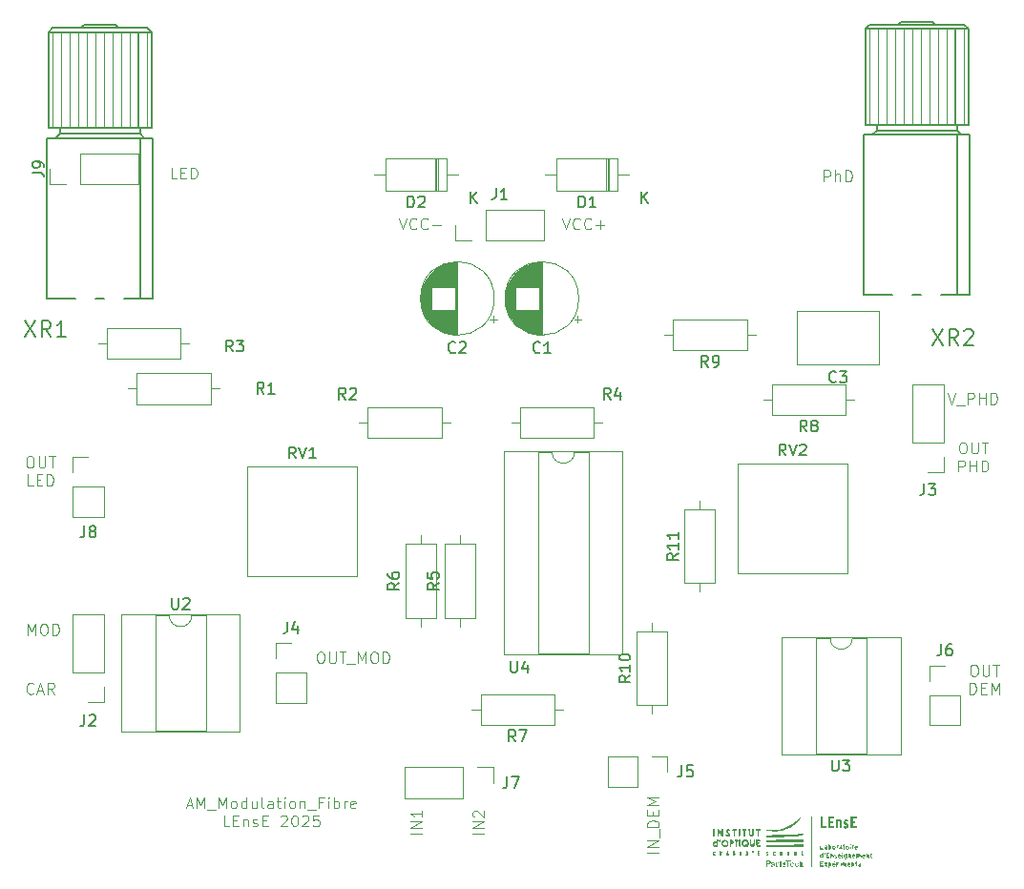
<source format=gbr>
%TF.GenerationSoftware,KiCad,Pcbnew,9.0.4*%
%TF.CreationDate,2025-09-29T15:33:42+02:00*%
%TF.ProjectId,AM_modulation_fiber,414d5f6d-6f64-4756-9c61-74696f6e5f66,rev?*%
%TF.SameCoordinates,Original*%
%TF.FileFunction,Legend,Top*%
%TF.FilePolarity,Positive*%
%FSLAX46Y46*%
G04 Gerber Fmt 4.6, Leading zero omitted, Abs format (unit mm)*
G04 Created by KiCad (PCBNEW 9.0.4) date 2025-09-29 15:33:42*
%MOMM*%
%LPD*%
G01*
G04 APERTURE LIST*
%ADD10C,0.100000*%
%ADD11C,0.150000*%
%ADD12C,0.152400*%
%ADD13C,0.050800*%
%ADD14C,0.120000*%
%ADD15C,0.000000*%
G04 APERTURE END LIST*
D10*
X262500000Y-111762475D02*
X262690476Y-111762475D01*
X262690476Y-111762475D02*
X262785714Y-111810094D01*
X262785714Y-111810094D02*
X262880952Y-111905332D01*
X262880952Y-111905332D02*
X262928571Y-112095808D01*
X262928571Y-112095808D02*
X262928571Y-112429141D01*
X262928571Y-112429141D02*
X262880952Y-112619617D01*
X262880952Y-112619617D02*
X262785714Y-112714856D01*
X262785714Y-112714856D02*
X262690476Y-112762475D01*
X262690476Y-112762475D02*
X262500000Y-112762475D01*
X262500000Y-112762475D02*
X262404762Y-112714856D01*
X262404762Y-112714856D02*
X262309524Y-112619617D01*
X262309524Y-112619617D02*
X262261905Y-112429141D01*
X262261905Y-112429141D02*
X262261905Y-112095808D01*
X262261905Y-112095808D02*
X262309524Y-111905332D01*
X262309524Y-111905332D02*
X262404762Y-111810094D01*
X262404762Y-111810094D02*
X262500000Y-111762475D01*
X263357143Y-111762475D02*
X263357143Y-112571998D01*
X263357143Y-112571998D02*
X263404762Y-112667236D01*
X263404762Y-112667236D02*
X263452381Y-112714856D01*
X263452381Y-112714856D02*
X263547619Y-112762475D01*
X263547619Y-112762475D02*
X263738095Y-112762475D01*
X263738095Y-112762475D02*
X263833333Y-112714856D01*
X263833333Y-112714856D02*
X263880952Y-112667236D01*
X263880952Y-112667236D02*
X263928571Y-112571998D01*
X263928571Y-112571998D02*
X263928571Y-111762475D01*
X264261905Y-111762475D02*
X264833333Y-111762475D01*
X264547619Y-112762475D02*
X264547619Y-111762475D01*
X262214286Y-114372419D02*
X262214286Y-113372419D01*
X262214286Y-113372419D02*
X262595238Y-113372419D01*
X262595238Y-113372419D02*
X262690476Y-113420038D01*
X262690476Y-113420038D02*
X262738095Y-113467657D01*
X262738095Y-113467657D02*
X262785714Y-113562895D01*
X262785714Y-113562895D02*
X262785714Y-113705752D01*
X262785714Y-113705752D02*
X262738095Y-113800990D01*
X262738095Y-113800990D02*
X262690476Y-113848609D01*
X262690476Y-113848609D02*
X262595238Y-113896228D01*
X262595238Y-113896228D02*
X262214286Y-113896228D01*
X263214286Y-114372419D02*
X263214286Y-113372419D01*
X263214286Y-113848609D02*
X263785714Y-113848609D01*
X263785714Y-114372419D02*
X263785714Y-113372419D01*
X264261905Y-114372419D02*
X264261905Y-113372419D01*
X264261905Y-113372419D02*
X264500000Y-113372419D01*
X264500000Y-113372419D02*
X264642857Y-113420038D01*
X264642857Y-113420038D02*
X264738095Y-113515276D01*
X264738095Y-113515276D02*
X264785714Y-113610514D01*
X264785714Y-113610514D02*
X264833333Y-113800990D01*
X264833333Y-113800990D02*
X264833333Y-113943847D01*
X264833333Y-113943847D02*
X264785714Y-114134323D01*
X264785714Y-114134323D02*
X264738095Y-114229561D01*
X264738095Y-114229561D02*
X264642857Y-114324800D01*
X264642857Y-114324800D02*
X264500000Y-114372419D01*
X264500000Y-114372419D02*
X264261905Y-114372419D01*
X250285714Y-88622419D02*
X250285714Y-87622419D01*
X250285714Y-87622419D02*
X250666666Y-87622419D01*
X250666666Y-87622419D02*
X250761904Y-87670038D01*
X250761904Y-87670038D02*
X250809523Y-87717657D01*
X250809523Y-87717657D02*
X250857142Y-87812895D01*
X250857142Y-87812895D02*
X250857142Y-87955752D01*
X250857142Y-87955752D02*
X250809523Y-88050990D01*
X250809523Y-88050990D02*
X250761904Y-88098609D01*
X250761904Y-88098609D02*
X250666666Y-88146228D01*
X250666666Y-88146228D02*
X250285714Y-88146228D01*
X251285714Y-88622419D02*
X251285714Y-87622419D01*
X251714285Y-88622419D02*
X251714285Y-88098609D01*
X251714285Y-88098609D02*
X251666666Y-88003371D01*
X251666666Y-88003371D02*
X251571428Y-87955752D01*
X251571428Y-87955752D02*
X251428571Y-87955752D01*
X251428571Y-87955752D02*
X251333333Y-88003371D01*
X251333333Y-88003371D02*
X251285714Y-88050990D01*
X252190476Y-88622419D02*
X252190476Y-87622419D01*
X252190476Y-87622419D02*
X252428571Y-87622419D01*
X252428571Y-87622419D02*
X252571428Y-87670038D01*
X252571428Y-87670038D02*
X252666666Y-87765276D01*
X252666666Y-87765276D02*
X252714285Y-87860514D01*
X252714285Y-87860514D02*
X252761904Y-88050990D01*
X252761904Y-88050990D02*
X252761904Y-88193847D01*
X252761904Y-88193847D02*
X252714285Y-88384323D01*
X252714285Y-88384323D02*
X252666666Y-88479561D01*
X252666666Y-88479561D02*
X252571428Y-88574800D01*
X252571428Y-88574800D02*
X252428571Y-88622419D01*
X252428571Y-88622419D02*
X252190476Y-88622419D01*
X261261905Y-107372419D02*
X261595238Y-108372419D01*
X261595238Y-108372419D02*
X261928571Y-107372419D01*
X262023810Y-108467657D02*
X262785714Y-108467657D01*
X263023810Y-108372419D02*
X263023810Y-107372419D01*
X263023810Y-107372419D02*
X263404762Y-107372419D01*
X263404762Y-107372419D02*
X263500000Y-107420038D01*
X263500000Y-107420038D02*
X263547619Y-107467657D01*
X263547619Y-107467657D02*
X263595238Y-107562895D01*
X263595238Y-107562895D02*
X263595238Y-107705752D01*
X263595238Y-107705752D02*
X263547619Y-107800990D01*
X263547619Y-107800990D02*
X263500000Y-107848609D01*
X263500000Y-107848609D02*
X263404762Y-107896228D01*
X263404762Y-107896228D02*
X263023810Y-107896228D01*
X264023810Y-108372419D02*
X264023810Y-107372419D01*
X264023810Y-107848609D02*
X264595238Y-107848609D01*
X264595238Y-108372419D02*
X264595238Y-107372419D01*
X265071429Y-108372419D02*
X265071429Y-107372419D01*
X265071429Y-107372419D02*
X265309524Y-107372419D01*
X265309524Y-107372419D02*
X265452381Y-107420038D01*
X265452381Y-107420038D02*
X265547619Y-107515276D01*
X265547619Y-107515276D02*
X265595238Y-107610514D01*
X265595238Y-107610514D02*
X265642857Y-107800990D01*
X265642857Y-107800990D02*
X265642857Y-107943847D01*
X265642857Y-107943847D02*
X265595238Y-108134323D01*
X265595238Y-108134323D02*
X265547619Y-108229561D01*
X265547619Y-108229561D02*
X265452381Y-108324800D01*
X265452381Y-108324800D02*
X265309524Y-108372419D01*
X265309524Y-108372419D02*
X265071429Y-108372419D01*
X193749999Y-143976760D02*
X194226189Y-143976760D01*
X193654761Y-144262475D02*
X193988094Y-143262475D01*
X193988094Y-143262475D02*
X194321427Y-144262475D01*
X194654761Y-144262475D02*
X194654761Y-143262475D01*
X194654761Y-143262475D02*
X194988094Y-143976760D01*
X194988094Y-143976760D02*
X195321427Y-143262475D01*
X195321427Y-143262475D02*
X195321427Y-144262475D01*
X195559523Y-144357713D02*
X196321427Y-144357713D01*
X196559523Y-144262475D02*
X196559523Y-143262475D01*
X196559523Y-143262475D02*
X196892856Y-143976760D01*
X196892856Y-143976760D02*
X197226189Y-143262475D01*
X197226189Y-143262475D02*
X197226189Y-144262475D01*
X197845237Y-144262475D02*
X197749999Y-144214856D01*
X197749999Y-144214856D02*
X197702380Y-144167236D01*
X197702380Y-144167236D02*
X197654761Y-144071998D01*
X197654761Y-144071998D02*
X197654761Y-143786284D01*
X197654761Y-143786284D02*
X197702380Y-143691046D01*
X197702380Y-143691046D02*
X197749999Y-143643427D01*
X197749999Y-143643427D02*
X197845237Y-143595808D01*
X197845237Y-143595808D02*
X197988094Y-143595808D01*
X197988094Y-143595808D02*
X198083332Y-143643427D01*
X198083332Y-143643427D02*
X198130951Y-143691046D01*
X198130951Y-143691046D02*
X198178570Y-143786284D01*
X198178570Y-143786284D02*
X198178570Y-144071998D01*
X198178570Y-144071998D02*
X198130951Y-144167236D01*
X198130951Y-144167236D02*
X198083332Y-144214856D01*
X198083332Y-144214856D02*
X197988094Y-144262475D01*
X197988094Y-144262475D02*
X197845237Y-144262475D01*
X199035713Y-144262475D02*
X199035713Y-143262475D01*
X199035713Y-144214856D02*
X198940475Y-144262475D01*
X198940475Y-144262475D02*
X198749999Y-144262475D01*
X198749999Y-144262475D02*
X198654761Y-144214856D01*
X198654761Y-144214856D02*
X198607142Y-144167236D01*
X198607142Y-144167236D02*
X198559523Y-144071998D01*
X198559523Y-144071998D02*
X198559523Y-143786284D01*
X198559523Y-143786284D02*
X198607142Y-143691046D01*
X198607142Y-143691046D02*
X198654761Y-143643427D01*
X198654761Y-143643427D02*
X198749999Y-143595808D01*
X198749999Y-143595808D02*
X198940475Y-143595808D01*
X198940475Y-143595808D02*
X199035713Y-143643427D01*
X199940475Y-143595808D02*
X199940475Y-144262475D01*
X199511904Y-143595808D02*
X199511904Y-144119617D01*
X199511904Y-144119617D02*
X199559523Y-144214856D01*
X199559523Y-144214856D02*
X199654761Y-144262475D01*
X199654761Y-144262475D02*
X199797618Y-144262475D01*
X199797618Y-144262475D02*
X199892856Y-144214856D01*
X199892856Y-144214856D02*
X199940475Y-144167236D01*
X200559523Y-144262475D02*
X200464285Y-144214856D01*
X200464285Y-144214856D02*
X200416666Y-144119617D01*
X200416666Y-144119617D02*
X200416666Y-143262475D01*
X201369047Y-144262475D02*
X201369047Y-143738665D01*
X201369047Y-143738665D02*
X201321428Y-143643427D01*
X201321428Y-143643427D02*
X201226190Y-143595808D01*
X201226190Y-143595808D02*
X201035714Y-143595808D01*
X201035714Y-143595808D02*
X200940476Y-143643427D01*
X201369047Y-144214856D02*
X201273809Y-144262475D01*
X201273809Y-144262475D02*
X201035714Y-144262475D01*
X201035714Y-144262475D02*
X200940476Y-144214856D01*
X200940476Y-144214856D02*
X200892857Y-144119617D01*
X200892857Y-144119617D02*
X200892857Y-144024379D01*
X200892857Y-144024379D02*
X200940476Y-143929141D01*
X200940476Y-143929141D02*
X201035714Y-143881522D01*
X201035714Y-143881522D02*
X201273809Y-143881522D01*
X201273809Y-143881522D02*
X201369047Y-143833903D01*
X201702381Y-143595808D02*
X202083333Y-143595808D01*
X201845238Y-143262475D02*
X201845238Y-144119617D01*
X201845238Y-144119617D02*
X201892857Y-144214856D01*
X201892857Y-144214856D02*
X201988095Y-144262475D01*
X201988095Y-144262475D02*
X202083333Y-144262475D01*
X202416667Y-144262475D02*
X202416667Y-143595808D01*
X202416667Y-143262475D02*
X202369048Y-143310094D01*
X202369048Y-143310094D02*
X202416667Y-143357713D01*
X202416667Y-143357713D02*
X202464286Y-143310094D01*
X202464286Y-143310094D02*
X202416667Y-143262475D01*
X202416667Y-143262475D02*
X202416667Y-143357713D01*
X203035714Y-144262475D02*
X202940476Y-144214856D01*
X202940476Y-144214856D02*
X202892857Y-144167236D01*
X202892857Y-144167236D02*
X202845238Y-144071998D01*
X202845238Y-144071998D02*
X202845238Y-143786284D01*
X202845238Y-143786284D02*
X202892857Y-143691046D01*
X202892857Y-143691046D02*
X202940476Y-143643427D01*
X202940476Y-143643427D02*
X203035714Y-143595808D01*
X203035714Y-143595808D02*
X203178571Y-143595808D01*
X203178571Y-143595808D02*
X203273809Y-143643427D01*
X203273809Y-143643427D02*
X203321428Y-143691046D01*
X203321428Y-143691046D02*
X203369047Y-143786284D01*
X203369047Y-143786284D02*
X203369047Y-144071998D01*
X203369047Y-144071998D02*
X203321428Y-144167236D01*
X203321428Y-144167236D02*
X203273809Y-144214856D01*
X203273809Y-144214856D02*
X203178571Y-144262475D01*
X203178571Y-144262475D02*
X203035714Y-144262475D01*
X203797619Y-143595808D02*
X203797619Y-144262475D01*
X203797619Y-143691046D02*
X203845238Y-143643427D01*
X203845238Y-143643427D02*
X203940476Y-143595808D01*
X203940476Y-143595808D02*
X204083333Y-143595808D01*
X204083333Y-143595808D02*
X204178571Y-143643427D01*
X204178571Y-143643427D02*
X204226190Y-143738665D01*
X204226190Y-143738665D02*
X204226190Y-144262475D01*
X204464286Y-144357713D02*
X205226190Y-144357713D01*
X205797619Y-143738665D02*
X205464286Y-143738665D01*
X205464286Y-144262475D02*
X205464286Y-143262475D01*
X205464286Y-143262475D02*
X205940476Y-143262475D01*
X206321429Y-144262475D02*
X206321429Y-143595808D01*
X206321429Y-143262475D02*
X206273810Y-143310094D01*
X206273810Y-143310094D02*
X206321429Y-143357713D01*
X206321429Y-143357713D02*
X206369048Y-143310094D01*
X206369048Y-143310094D02*
X206321429Y-143262475D01*
X206321429Y-143262475D02*
X206321429Y-143357713D01*
X206797619Y-144262475D02*
X206797619Y-143262475D01*
X206797619Y-143643427D02*
X206892857Y-143595808D01*
X206892857Y-143595808D02*
X207083333Y-143595808D01*
X207083333Y-143595808D02*
X207178571Y-143643427D01*
X207178571Y-143643427D02*
X207226190Y-143691046D01*
X207226190Y-143691046D02*
X207273809Y-143786284D01*
X207273809Y-143786284D02*
X207273809Y-144071998D01*
X207273809Y-144071998D02*
X207226190Y-144167236D01*
X207226190Y-144167236D02*
X207178571Y-144214856D01*
X207178571Y-144214856D02*
X207083333Y-144262475D01*
X207083333Y-144262475D02*
X206892857Y-144262475D01*
X206892857Y-144262475D02*
X206797619Y-144214856D01*
X207702381Y-144262475D02*
X207702381Y-143595808D01*
X207702381Y-143786284D02*
X207750000Y-143691046D01*
X207750000Y-143691046D02*
X207797619Y-143643427D01*
X207797619Y-143643427D02*
X207892857Y-143595808D01*
X207892857Y-143595808D02*
X207988095Y-143595808D01*
X208702381Y-144214856D02*
X208607143Y-144262475D01*
X208607143Y-144262475D02*
X208416667Y-144262475D01*
X208416667Y-144262475D02*
X208321429Y-144214856D01*
X208321429Y-144214856D02*
X208273810Y-144119617D01*
X208273810Y-144119617D02*
X208273810Y-143738665D01*
X208273810Y-143738665D02*
X208321429Y-143643427D01*
X208321429Y-143643427D02*
X208416667Y-143595808D01*
X208416667Y-143595808D02*
X208607143Y-143595808D01*
X208607143Y-143595808D02*
X208702381Y-143643427D01*
X208702381Y-143643427D02*
X208750000Y-143738665D01*
X208750000Y-143738665D02*
X208750000Y-143833903D01*
X208750000Y-143833903D02*
X208273810Y-143929141D01*
X197511904Y-145872419D02*
X197035714Y-145872419D01*
X197035714Y-145872419D02*
X197035714Y-144872419D01*
X197845238Y-145348609D02*
X198178571Y-145348609D01*
X198321428Y-145872419D02*
X197845238Y-145872419D01*
X197845238Y-145872419D02*
X197845238Y-144872419D01*
X197845238Y-144872419D02*
X198321428Y-144872419D01*
X198750000Y-145205752D02*
X198750000Y-145872419D01*
X198750000Y-145300990D02*
X198797619Y-145253371D01*
X198797619Y-145253371D02*
X198892857Y-145205752D01*
X198892857Y-145205752D02*
X199035714Y-145205752D01*
X199035714Y-145205752D02*
X199130952Y-145253371D01*
X199130952Y-145253371D02*
X199178571Y-145348609D01*
X199178571Y-145348609D02*
X199178571Y-145872419D01*
X199607143Y-145824800D02*
X199702381Y-145872419D01*
X199702381Y-145872419D02*
X199892857Y-145872419D01*
X199892857Y-145872419D02*
X199988095Y-145824800D01*
X199988095Y-145824800D02*
X200035714Y-145729561D01*
X200035714Y-145729561D02*
X200035714Y-145681942D01*
X200035714Y-145681942D02*
X199988095Y-145586704D01*
X199988095Y-145586704D02*
X199892857Y-145539085D01*
X199892857Y-145539085D02*
X199750000Y-145539085D01*
X199750000Y-145539085D02*
X199654762Y-145491466D01*
X199654762Y-145491466D02*
X199607143Y-145396228D01*
X199607143Y-145396228D02*
X199607143Y-145348609D01*
X199607143Y-145348609D02*
X199654762Y-145253371D01*
X199654762Y-145253371D02*
X199750000Y-145205752D01*
X199750000Y-145205752D02*
X199892857Y-145205752D01*
X199892857Y-145205752D02*
X199988095Y-145253371D01*
X200464286Y-145348609D02*
X200797619Y-145348609D01*
X200940476Y-145872419D02*
X200464286Y-145872419D01*
X200464286Y-145872419D02*
X200464286Y-144872419D01*
X200464286Y-144872419D02*
X200940476Y-144872419D01*
X202083334Y-144967657D02*
X202130953Y-144920038D01*
X202130953Y-144920038D02*
X202226191Y-144872419D01*
X202226191Y-144872419D02*
X202464286Y-144872419D01*
X202464286Y-144872419D02*
X202559524Y-144920038D01*
X202559524Y-144920038D02*
X202607143Y-144967657D01*
X202607143Y-144967657D02*
X202654762Y-145062895D01*
X202654762Y-145062895D02*
X202654762Y-145158133D01*
X202654762Y-145158133D02*
X202607143Y-145300990D01*
X202607143Y-145300990D02*
X202035715Y-145872419D01*
X202035715Y-145872419D02*
X202654762Y-145872419D01*
X203273810Y-144872419D02*
X203369048Y-144872419D01*
X203369048Y-144872419D02*
X203464286Y-144920038D01*
X203464286Y-144920038D02*
X203511905Y-144967657D01*
X203511905Y-144967657D02*
X203559524Y-145062895D01*
X203559524Y-145062895D02*
X203607143Y-145253371D01*
X203607143Y-145253371D02*
X203607143Y-145491466D01*
X203607143Y-145491466D02*
X203559524Y-145681942D01*
X203559524Y-145681942D02*
X203511905Y-145777180D01*
X203511905Y-145777180D02*
X203464286Y-145824800D01*
X203464286Y-145824800D02*
X203369048Y-145872419D01*
X203369048Y-145872419D02*
X203273810Y-145872419D01*
X203273810Y-145872419D02*
X203178572Y-145824800D01*
X203178572Y-145824800D02*
X203130953Y-145777180D01*
X203130953Y-145777180D02*
X203083334Y-145681942D01*
X203083334Y-145681942D02*
X203035715Y-145491466D01*
X203035715Y-145491466D02*
X203035715Y-145253371D01*
X203035715Y-145253371D02*
X203083334Y-145062895D01*
X203083334Y-145062895D02*
X203130953Y-144967657D01*
X203130953Y-144967657D02*
X203178572Y-144920038D01*
X203178572Y-144920038D02*
X203273810Y-144872419D01*
X203988096Y-144967657D02*
X204035715Y-144920038D01*
X204035715Y-144920038D02*
X204130953Y-144872419D01*
X204130953Y-144872419D02*
X204369048Y-144872419D01*
X204369048Y-144872419D02*
X204464286Y-144920038D01*
X204464286Y-144920038D02*
X204511905Y-144967657D01*
X204511905Y-144967657D02*
X204559524Y-145062895D01*
X204559524Y-145062895D02*
X204559524Y-145158133D01*
X204559524Y-145158133D02*
X204511905Y-145300990D01*
X204511905Y-145300990D02*
X203940477Y-145872419D01*
X203940477Y-145872419D02*
X204559524Y-145872419D01*
X205464286Y-144872419D02*
X204988096Y-144872419D01*
X204988096Y-144872419D02*
X204940477Y-145348609D01*
X204940477Y-145348609D02*
X204988096Y-145300990D01*
X204988096Y-145300990D02*
X205083334Y-145253371D01*
X205083334Y-145253371D02*
X205321429Y-145253371D01*
X205321429Y-145253371D02*
X205416667Y-145300990D01*
X205416667Y-145300990D02*
X205464286Y-145348609D01*
X205464286Y-145348609D02*
X205511905Y-145443847D01*
X205511905Y-145443847D02*
X205511905Y-145681942D01*
X205511905Y-145681942D02*
X205464286Y-145777180D01*
X205464286Y-145777180D02*
X205416667Y-145824800D01*
X205416667Y-145824800D02*
X205321429Y-145872419D01*
X205321429Y-145872419D02*
X205083334Y-145872419D01*
X205083334Y-145872419D02*
X204988096Y-145824800D01*
X204988096Y-145824800D02*
X204940477Y-145777180D01*
X235622419Y-148178570D02*
X234622419Y-148178570D01*
X235622419Y-147702380D02*
X234622419Y-147702380D01*
X234622419Y-147702380D02*
X235622419Y-147130952D01*
X235622419Y-147130952D02*
X234622419Y-147130952D01*
X235717657Y-146892857D02*
X235717657Y-146130952D01*
X235622419Y-145892856D02*
X234622419Y-145892856D01*
X234622419Y-145892856D02*
X234622419Y-145654761D01*
X234622419Y-145654761D02*
X234670038Y-145511904D01*
X234670038Y-145511904D02*
X234765276Y-145416666D01*
X234765276Y-145416666D02*
X234860514Y-145369047D01*
X234860514Y-145369047D02*
X235050990Y-145321428D01*
X235050990Y-145321428D02*
X235193847Y-145321428D01*
X235193847Y-145321428D02*
X235384323Y-145369047D01*
X235384323Y-145369047D02*
X235479561Y-145416666D01*
X235479561Y-145416666D02*
X235574800Y-145511904D01*
X235574800Y-145511904D02*
X235622419Y-145654761D01*
X235622419Y-145654761D02*
X235622419Y-145892856D01*
X235098609Y-144892856D02*
X235098609Y-144559523D01*
X235622419Y-144416666D02*
X235622419Y-144892856D01*
X235622419Y-144892856D02*
X234622419Y-144892856D01*
X234622419Y-144892856D02*
X234622419Y-144416666D01*
X235622419Y-143988094D02*
X234622419Y-143988094D01*
X234622419Y-143988094D02*
X235336704Y-143654761D01*
X235336704Y-143654761D02*
X234622419Y-143321428D01*
X234622419Y-143321428D02*
X235622419Y-143321428D01*
X220122419Y-146499999D02*
X219122419Y-146499999D01*
X220122419Y-146023809D02*
X219122419Y-146023809D01*
X219122419Y-146023809D02*
X220122419Y-145452381D01*
X220122419Y-145452381D02*
X219122419Y-145452381D01*
X219217657Y-145023809D02*
X219170038Y-144976190D01*
X219170038Y-144976190D02*
X219122419Y-144880952D01*
X219122419Y-144880952D02*
X219122419Y-144642857D01*
X219122419Y-144642857D02*
X219170038Y-144547619D01*
X219170038Y-144547619D02*
X219217657Y-144500000D01*
X219217657Y-144500000D02*
X219312895Y-144452381D01*
X219312895Y-144452381D02*
X219408133Y-144452381D01*
X219408133Y-144452381D02*
X219550990Y-144500000D01*
X219550990Y-144500000D02*
X220122419Y-145071428D01*
X220122419Y-145071428D02*
X220122419Y-144452381D01*
X205523809Y-130372419D02*
X205714285Y-130372419D01*
X205714285Y-130372419D02*
X205809523Y-130420038D01*
X205809523Y-130420038D02*
X205904761Y-130515276D01*
X205904761Y-130515276D02*
X205952380Y-130705752D01*
X205952380Y-130705752D02*
X205952380Y-131039085D01*
X205952380Y-131039085D02*
X205904761Y-131229561D01*
X205904761Y-131229561D02*
X205809523Y-131324800D01*
X205809523Y-131324800D02*
X205714285Y-131372419D01*
X205714285Y-131372419D02*
X205523809Y-131372419D01*
X205523809Y-131372419D02*
X205428571Y-131324800D01*
X205428571Y-131324800D02*
X205333333Y-131229561D01*
X205333333Y-131229561D02*
X205285714Y-131039085D01*
X205285714Y-131039085D02*
X205285714Y-130705752D01*
X205285714Y-130705752D02*
X205333333Y-130515276D01*
X205333333Y-130515276D02*
X205428571Y-130420038D01*
X205428571Y-130420038D02*
X205523809Y-130372419D01*
X206380952Y-130372419D02*
X206380952Y-131181942D01*
X206380952Y-131181942D02*
X206428571Y-131277180D01*
X206428571Y-131277180D02*
X206476190Y-131324800D01*
X206476190Y-131324800D02*
X206571428Y-131372419D01*
X206571428Y-131372419D02*
X206761904Y-131372419D01*
X206761904Y-131372419D02*
X206857142Y-131324800D01*
X206857142Y-131324800D02*
X206904761Y-131277180D01*
X206904761Y-131277180D02*
X206952380Y-131181942D01*
X206952380Y-131181942D02*
X206952380Y-130372419D01*
X207285714Y-130372419D02*
X207857142Y-130372419D01*
X207571428Y-131372419D02*
X207571428Y-130372419D01*
X207952381Y-131467657D02*
X208714285Y-131467657D01*
X208952381Y-131372419D02*
X208952381Y-130372419D01*
X208952381Y-130372419D02*
X209285714Y-131086704D01*
X209285714Y-131086704D02*
X209619047Y-130372419D01*
X209619047Y-130372419D02*
X209619047Y-131372419D01*
X210285714Y-130372419D02*
X210476190Y-130372419D01*
X210476190Y-130372419D02*
X210571428Y-130420038D01*
X210571428Y-130420038D02*
X210666666Y-130515276D01*
X210666666Y-130515276D02*
X210714285Y-130705752D01*
X210714285Y-130705752D02*
X210714285Y-131039085D01*
X210714285Y-131039085D02*
X210666666Y-131229561D01*
X210666666Y-131229561D02*
X210571428Y-131324800D01*
X210571428Y-131324800D02*
X210476190Y-131372419D01*
X210476190Y-131372419D02*
X210285714Y-131372419D01*
X210285714Y-131372419D02*
X210190476Y-131324800D01*
X210190476Y-131324800D02*
X210095238Y-131229561D01*
X210095238Y-131229561D02*
X210047619Y-131039085D01*
X210047619Y-131039085D02*
X210047619Y-130705752D01*
X210047619Y-130705752D02*
X210095238Y-130515276D01*
X210095238Y-130515276D02*
X210190476Y-130420038D01*
X210190476Y-130420038D02*
X210285714Y-130372419D01*
X211142857Y-131372419D02*
X211142857Y-130372419D01*
X211142857Y-130372419D02*
X211380952Y-130372419D01*
X211380952Y-130372419D02*
X211523809Y-130420038D01*
X211523809Y-130420038D02*
X211619047Y-130515276D01*
X211619047Y-130515276D02*
X211666666Y-130610514D01*
X211666666Y-130610514D02*
X211714285Y-130800990D01*
X211714285Y-130800990D02*
X211714285Y-130943847D01*
X211714285Y-130943847D02*
X211666666Y-131134323D01*
X211666666Y-131134323D02*
X211619047Y-131229561D01*
X211619047Y-131229561D02*
X211523809Y-131324800D01*
X211523809Y-131324800D02*
X211380952Y-131372419D01*
X211380952Y-131372419D02*
X211142857Y-131372419D01*
X180130952Y-134027180D02*
X180083333Y-134074800D01*
X180083333Y-134074800D02*
X179940476Y-134122419D01*
X179940476Y-134122419D02*
X179845238Y-134122419D01*
X179845238Y-134122419D02*
X179702381Y-134074800D01*
X179702381Y-134074800D02*
X179607143Y-133979561D01*
X179607143Y-133979561D02*
X179559524Y-133884323D01*
X179559524Y-133884323D02*
X179511905Y-133693847D01*
X179511905Y-133693847D02*
X179511905Y-133550990D01*
X179511905Y-133550990D02*
X179559524Y-133360514D01*
X179559524Y-133360514D02*
X179607143Y-133265276D01*
X179607143Y-133265276D02*
X179702381Y-133170038D01*
X179702381Y-133170038D02*
X179845238Y-133122419D01*
X179845238Y-133122419D02*
X179940476Y-133122419D01*
X179940476Y-133122419D02*
X180083333Y-133170038D01*
X180083333Y-133170038D02*
X180130952Y-133217657D01*
X180511905Y-133836704D02*
X180988095Y-133836704D01*
X180416667Y-134122419D02*
X180750000Y-133122419D01*
X180750000Y-133122419D02*
X181083333Y-134122419D01*
X181988095Y-134122419D02*
X181654762Y-133646228D01*
X181416667Y-134122419D02*
X181416667Y-133122419D01*
X181416667Y-133122419D02*
X181797619Y-133122419D01*
X181797619Y-133122419D02*
X181892857Y-133170038D01*
X181892857Y-133170038D02*
X181940476Y-133217657D01*
X181940476Y-133217657D02*
X181988095Y-133312895D01*
X181988095Y-133312895D02*
X181988095Y-133455752D01*
X181988095Y-133455752D02*
X181940476Y-133550990D01*
X181940476Y-133550990D02*
X181892857Y-133598609D01*
X181892857Y-133598609D02*
X181797619Y-133646228D01*
X181797619Y-133646228D02*
X181416667Y-133646228D01*
X227047619Y-91872419D02*
X227380952Y-92872419D01*
X227380952Y-92872419D02*
X227714285Y-91872419D01*
X228619047Y-92777180D02*
X228571428Y-92824800D01*
X228571428Y-92824800D02*
X228428571Y-92872419D01*
X228428571Y-92872419D02*
X228333333Y-92872419D01*
X228333333Y-92872419D02*
X228190476Y-92824800D01*
X228190476Y-92824800D02*
X228095238Y-92729561D01*
X228095238Y-92729561D02*
X228047619Y-92634323D01*
X228047619Y-92634323D02*
X228000000Y-92443847D01*
X228000000Y-92443847D02*
X228000000Y-92300990D01*
X228000000Y-92300990D02*
X228047619Y-92110514D01*
X228047619Y-92110514D02*
X228095238Y-92015276D01*
X228095238Y-92015276D02*
X228190476Y-91920038D01*
X228190476Y-91920038D02*
X228333333Y-91872419D01*
X228333333Y-91872419D02*
X228428571Y-91872419D01*
X228428571Y-91872419D02*
X228571428Y-91920038D01*
X228571428Y-91920038D02*
X228619047Y-91967657D01*
X229619047Y-92777180D02*
X229571428Y-92824800D01*
X229571428Y-92824800D02*
X229428571Y-92872419D01*
X229428571Y-92872419D02*
X229333333Y-92872419D01*
X229333333Y-92872419D02*
X229190476Y-92824800D01*
X229190476Y-92824800D02*
X229095238Y-92729561D01*
X229095238Y-92729561D02*
X229047619Y-92634323D01*
X229047619Y-92634323D02*
X229000000Y-92443847D01*
X229000000Y-92443847D02*
X229000000Y-92300990D01*
X229000000Y-92300990D02*
X229047619Y-92110514D01*
X229047619Y-92110514D02*
X229095238Y-92015276D01*
X229095238Y-92015276D02*
X229190476Y-91920038D01*
X229190476Y-91920038D02*
X229333333Y-91872419D01*
X229333333Y-91872419D02*
X229428571Y-91872419D01*
X229428571Y-91872419D02*
X229571428Y-91920038D01*
X229571428Y-91920038D02*
X229619047Y-91967657D01*
X230047619Y-92491466D02*
X230809524Y-92491466D01*
X230428571Y-92872419D02*
X230428571Y-92110514D01*
X192857142Y-88372419D02*
X192380952Y-88372419D01*
X192380952Y-88372419D02*
X192380952Y-87372419D01*
X193190476Y-87848609D02*
X193523809Y-87848609D01*
X193666666Y-88372419D02*
X193190476Y-88372419D01*
X193190476Y-88372419D02*
X193190476Y-87372419D01*
X193190476Y-87372419D02*
X193666666Y-87372419D01*
X194095238Y-88372419D02*
X194095238Y-87372419D01*
X194095238Y-87372419D02*
X194333333Y-87372419D01*
X194333333Y-87372419D02*
X194476190Y-87420038D01*
X194476190Y-87420038D02*
X194571428Y-87515276D01*
X194571428Y-87515276D02*
X194619047Y-87610514D01*
X194619047Y-87610514D02*
X194666666Y-87800990D01*
X194666666Y-87800990D02*
X194666666Y-87943847D01*
X194666666Y-87943847D02*
X194619047Y-88134323D01*
X194619047Y-88134323D02*
X194571428Y-88229561D01*
X194571428Y-88229561D02*
X194476190Y-88324800D01*
X194476190Y-88324800D02*
X194333333Y-88372419D01*
X194333333Y-88372419D02*
X194095238Y-88372419D01*
X263500000Y-131512475D02*
X263690476Y-131512475D01*
X263690476Y-131512475D02*
X263785714Y-131560094D01*
X263785714Y-131560094D02*
X263880952Y-131655332D01*
X263880952Y-131655332D02*
X263928571Y-131845808D01*
X263928571Y-131845808D02*
X263928571Y-132179141D01*
X263928571Y-132179141D02*
X263880952Y-132369617D01*
X263880952Y-132369617D02*
X263785714Y-132464856D01*
X263785714Y-132464856D02*
X263690476Y-132512475D01*
X263690476Y-132512475D02*
X263500000Y-132512475D01*
X263500000Y-132512475D02*
X263404762Y-132464856D01*
X263404762Y-132464856D02*
X263309524Y-132369617D01*
X263309524Y-132369617D02*
X263261905Y-132179141D01*
X263261905Y-132179141D02*
X263261905Y-131845808D01*
X263261905Y-131845808D02*
X263309524Y-131655332D01*
X263309524Y-131655332D02*
X263404762Y-131560094D01*
X263404762Y-131560094D02*
X263500000Y-131512475D01*
X264357143Y-131512475D02*
X264357143Y-132321998D01*
X264357143Y-132321998D02*
X264404762Y-132417236D01*
X264404762Y-132417236D02*
X264452381Y-132464856D01*
X264452381Y-132464856D02*
X264547619Y-132512475D01*
X264547619Y-132512475D02*
X264738095Y-132512475D01*
X264738095Y-132512475D02*
X264833333Y-132464856D01*
X264833333Y-132464856D02*
X264880952Y-132417236D01*
X264880952Y-132417236D02*
X264928571Y-132321998D01*
X264928571Y-132321998D02*
X264928571Y-131512475D01*
X265261905Y-131512475D02*
X265833333Y-131512475D01*
X265547619Y-132512475D02*
X265547619Y-131512475D01*
X263214286Y-134122419D02*
X263214286Y-133122419D01*
X263214286Y-133122419D02*
X263452381Y-133122419D01*
X263452381Y-133122419D02*
X263595238Y-133170038D01*
X263595238Y-133170038D02*
X263690476Y-133265276D01*
X263690476Y-133265276D02*
X263738095Y-133360514D01*
X263738095Y-133360514D02*
X263785714Y-133550990D01*
X263785714Y-133550990D02*
X263785714Y-133693847D01*
X263785714Y-133693847D02*
X263738095Y-133884323D01*
X263738095Y-133884323D02*
X263690476Y-133979561D01*
X263690476Y-133979561D02*
X263595238Y-134074800D01*
X263595238Y-134074800D02*
X263452381Y-134122419D01*
X263452381Y-134122419D02*
X263214286Y-134122419D01*
X264214286Y-133598609D02*
X264547619Y-133598609D01*
X264690476Y-134122419D02*
X264214286Y-134122419D01*
X264214286Y-134122419D02*
X264214286Y-133122419D01*
X264214286Y-133122419D02*
X264690476Y-133122419D01*
X265119048Y-134122419D02*
X265119048Y-133122419D01*
X265119048Y-133122419D02*
X265452381Y-133836704D01*
X265452381Y-133836704D02*
X265785714Y-133122419D01*
X265785714Y-133122419D02*
X265785714Y-134122419D01*
X179750000Y-113012475D02*
X179940476Y-113012475D01*
X179940476Y-113012475D02*
X180035714Y-113060094D01*
X180035714Y-113060094D02*
X180130952Y-113155332D01*
X180130952Y-113155332D02*
X180178571Y-113345808D01*
X180178571Y-113345808D02*
X180178571Y-113679141D01*
X180178571Y-113679141D02*
X180130952Y-113869617D01*
X180130952Y-113869617D02*
X180035714Y-113964856D01*
X180035714Y-113964856D02*
X179940476Y-114012475D01*
X179940476Y-114012475D02*
X179750000Y-114012475D01*
X179750000Y-114012475D02*
X179654762Y-113964856D01*
X179654762Y-113964856D02*
X179559524Y-113869617D01*
X179559524Y-113869617D02*
X179511905Y-113679141D01*
X179511905Y-113679141D02*
X179511905Y-113345808D01*
X179511905Y-113345808D02*
X179559524Y-113155332D01*
X179559524Y-113155332D02*
X179654762Y-113060094D01*
X179654762Y-113060094D02*
X179750000Y-113012475D01*
X180607143Y-113012475D02*
X180607143Y-113821998D01*
X180607143Y-113821998D02*
X180654762Y-113917236D01*
X180654762Y-113917236D02*
X180702381Y-113964856D01*
X180702381Y-113964856D02*
X180797619Y-114012475D01*
X180797619Y-114012475D02*
X180988095Y-114012475D01*
X180988095Y-114012475D02*
X181083333Y-113964856D01*
X181083333Y-113964856D02*
X181130952Y-113917236D01*
X181130952Y-113917236D02*
X181178571Y-113821998D01*
X181178571Y-113821998D02*
X181178571Y-113012475D01*
X181511905Y-113012475D02*
X182083333Y-113012475D01*
X181797619Y-114012475D02*
X181797619Y-113012475D01*
X180107142Y-115622419D02*
X179630952Y-115622419D01*
X179630952Y-115622419D02*
X179630952Y-114622419D01*
X180440476Y-115098609D02*
X180773809Y-115098609D01*
X180916666Y-115622419D02*
X180440476Y-115622419D01*
X180440476Y-115622419D02*
X180440476Y-114622419D01*
X180440476Y-114622419D02*
X180916666Y-114622419D01*
X181345238Y-115622419D02*
X181345238Y-114622419D01*
X181345238Y-114622419D02*
X181583333Y-114622419D01*
X181583333Y-114622419D02*
X181726190Y-114670038D01*
X181726190Y-114670038D02*
X181821428Y-114765276D01*
X181821428Y-114765276D02*
X181869047Y-114860514D01*
X181869047Y-114860514D02*
X181916666Y-115050990D01*
X181916666Y-115050990D02*
X181916666Y-115193847D01*
X181916666Y-115193847D02*
X181869047Y-115384323D01*
X181869047Y-115384323D02*
X181821428Y-115479561D01*
X181821428Y-115479561D02*
X181726190Y-115574800D01*
X181726190Y-115574800D02*
X181583333Y-115622419D01*
X181583333Y-115622419D02*
X181345238Y-115622419D01*
X179642857Y-128872419D02*
X179642857Y-127872419D01*
X179642857Y-127872419D02*
X179976190Y-128586704D01*
X179976190Y-128586704D02*
X180309523Y-127872419D01*
X180309523Y-127872419D02*
X180309523Y-128872419D01*
X180976190Y-127872419D02*
X181166666Y-127872419D01*
X181166666Y-127872419D02*
X181261904Y-127920038D01*
X181261904Y-127920038D02*
X181357142Y-128015276D01*
X181357142Y-128015276D02*
X181404761Y-128205752D01*
X181404761Y-128205752D02*
X181404761Y-128539085D01*
X181404761Y-128539085D02*
X181357142Y-128729561D01*
X181357142Y-128729561D02*
X181261904Y-128824800D01*
X181261904Y-128824800D02*
X181166666Y-128872419D01*
X181166666Y-128872419D02*
X180976190Y-128872419D01*
X180976190Y-128872419D02*
X180880952Y-128824800D01*
X180880952Y-128824800D02*
X180785714Y-128729561D01*
X180785714Y-128729561D02*
X180738095Y-128539085D01*
X180738095Y-128539085D02*
X180738095Y-128205752D01*
X180738095Y-128205752D02*
X180785714Y-128015276D01*
X180785714Y-128015276D02*
X180880952Y-127920038D01*
X180880952Y-127920038D02*
X180976190Y-127872419D01*
X181833333Y-128872419D02*
X181833333Y-127872419D01*
X181833333Y-127872419D02*
X182071428Y-127872419D01*
X182071428Y-127872419D02*
X182214285Y-127920038D01*
X182214285Y-127920038D02*
X182309523Y-128015276D01*
X182309523Y-128015276D02*
X182357142Y-128110514D01*
X182357142Y-128110514D02*
X182404761Y-128300990D01*
X182404761Y-128300990D02*
X182404761Y-128443847D01*
X182404761Y-128443847D02*
X182357142Y-128634323D01*
X182357142Y-128634323D02*
X182309523Y-128729561D01*
X182309523Y-128729561D02*
X182214285Y-128824800D01*
X182214285Y-128824800D02*
X182071428Y-128872419D01*
X182071428Y-128872419D02*
X181833333Y-128872419D01*
X214622419Y-146499999D02*
X213622419Y-146499999D01*
X214622419Y-146023809D02*
X213622419Y-146023809D01*
X213622419Y-146023809D02*
X214622419Y-145452381D01*
X214622419Y-145452381D02*
X213622419Y-145452381D01*
X214622419Y-144452381D02*
X214622419Y-145023809D01*
X214622419Y-144738095D02*
X213622419Y-144738095D01*
X213622419Y-144738095D02*
X213765276Y-144833333D01*
X213765276Y-144833333D02*
X213860514Y-144928571D01*
X213860514Y-144928571D02*
X213908133Y-145023809D01*
X212547619Y-91872419D02*
X212880952Y-92872419D01*
X212880952Y-92872419D02*
X213214285Y-91872419D01*
X214119047Y-92777180D02*
X214071428Y-92824800D01*
X214071428Y-92824800D02*
X213928571Y-92872419D01*
X213928571Y-92872419D02*
X213833333Y-92872419D01*
X213833333Y-92872419D02*
X213690476Y-92824800D01*
X213690476Y-92824800D02*
X213595238Y-92729561D01*
X213595238Y-92729561D02*
X213547619Y-92634323D01*
X213547619Y-92634323D02*
X213500000Y-92443847D01*
X213500000Y-92443847D02*
X213500000Y-92300990D01*
X213500000Y-92300990D02*
X213547619Y-92110514D01*
X213547619Y-92110514D02*
X213595238Y-92015276D01*
X213595238Y-92015276D02*
X213690476Y-91920038D01*
X213690476Y-91920038D02*
X213833333Y-91872419D01*
X213833333Y-91872419D02*
X213928571Y-91872419D01*
X213928571Y-91872419D02*
X214071428Y-91920038D01*
X214071428Y-91920038D02*
X214119047Y-91967657D01*
X215119047Y-92777180D02*
X215071428Y-92824800D01*
X215071428Y-92824800D02*
X214928571Y-92872419D01*
X214928571Y-92872419D02*
X214833333Y-92872419D01*
X214833333Y-92872419D02*
X214690476Y-92824800D01*
X214690476Y-92824800D02*
X214595238Y-92729561D01*
X214595238Y-92729561D02*
X214547619Y-92634323D01*
X214547619Y-92634323D02*
X214500000Y-92443847D01*
X214500000Y-92443847D02*
X214500000Y-92300990D01*
X214500000Y-92300990D02*
X214547619Y-92110514D01*
X214547619Y-92110514D02*
X214595238Y-92015276D01*
X214595238Y-92015276D02*
X214690476Y-91920038D01*
X214690476Y-91920038D02*
X214833333Y-91872419D01*
X214833333Y-91872419D02*
X214928571Y-91872419D01*
X214928571Y-91872419D02*
X215071428Y-91920038D01*
X215071428Y-91920038D02*
X215119047Y-91967657D01*
X215547619Y-92491466D02*
X216309524Y-92491466D01*
D11*
X259915666Y-101739457D02*
X260849508Y-103140221D01*
X260849508Y-101739457D02*
X259915666Y-103140221D01*
X262183569Y-103140221D02*
X261716648Y-102473190D01*
X261383133Y-103140221D02*
X261383133Y-101739457D01*
X261383133Y-101739457D02*
X261916757Y-101739457D01*
X261916757Y-101739457D02*
X262050163Y-101806160D01*
X262050163Y-101806160D02*
X262116866Y-101872863D01*
X262116866Y-101872863D02*
X262183569Y-102006269D01*
X262183569Y-102006269D02*
X262183569Y-102206378D01*
X262183569Y-102206378D02*
X262116866Y-102339784D01*
X262116866Y-102339784D02*
X262050163Y-102406487D01*
X262050163Y-102406487D02*
X261916757Y-102473190D01*
X261916757Y-102473190D02*
X261383133Y-102473190D01*
X262717194Y-101872863D02*
X262783897Y-101806160D01*
X262783897Y-101806160D02*
X262917303Y-101739457D01*
X262917303Y-101739457D02*
X263250818Y-101739457D01*
X263250818Y-101739457D02*
X263384224Y-101806160D01*
X263384224Y-101806160D02*
X263450927Y-101872863D01*
X263450927Y-101872863D02*
X263517630Y-102006269D01*
X263517630Y-102006269D02*
X263517630Y-102139675D01*
X263517630Y-102139675D02*
X263450927Y-102339784D01*
X263450927Y-102339784D02*
X262650491Y-103140221D01*
X262650491Y-103140221D02*
X263517630Y-103140221D01*
X233084819Y-132472857D02*
X232608628Y-132806190D01*
X233084819Y-133044285D02*
X232084819Y-133044285D01*
X232084819Y-133044285D02*
X232084819Y-132663333D01*
X232084819Y-132663333D02*
X232132438Y-132568095D01*
X232132438Y-132568095D02*
X232180057Y-132520476D01*
X232180057Y-132520476D02*
X232275295Y-132472857D01*
X232275295Y-132472857D02*
X232418152Y-132472857D01*
X232418152Y-132472857D02*
X232513390Y-132520476D01*
X232513390Y-132520476D02*
X232561009Y-132568095D01*
X232561009Y-132568095D02*
X232608628Y-132663333D01*
X232608628Y-132663333D02*
X232608628Y-133044285D01*
X233084819Y-131520476D02*
X233084819Y-132091904D01*
X233084819Y-131806190D02*
X232084819Y-131806190D01*
X232084819Y-131806190D02*
X232227676Y-131901428D01*
X232227676Y-131901428D02*
X232322914Y-131996666D01*
X232322914Y-131996666D02*
X232370533Y-132091904D01*
X232084819Y-130901428D02*
X232084819Y-130806190D01*
X232084819Y-130806190D02*
X232132438Y-130710952D01*
X232132438Y-130710952D02*
X232180057Y-130663333D01*
X232180057Y-130663333D02*
X232275295Y-130615714D01*
X232275295Y-130615714D02*
X232465771Y-130568095D01*
X232465771Y-130568095D02*
X232703866Y-130568095D01*
X232703866Y-130568095D02*
X232894342Y-130615714D01*
X232894342Y-130615714D02*
X232989580Y-130663333D01*
X232989580Y-130663333D02*
X233037200Y-130710952D01*
X233037200Y-130710952D02*
X233084819Y-130806190D01*
X233084819Y-130806190D02*
X233084819Y-130901428D01*
X233084819Y-130901428D02*
X233037200Y-130996666D01*
X233037200Y-130996666D02*
X232989580Y-131044285D01*
X232989580Y-131044285D02*
X232894342Y-131091904D01*
X232894342Y-131091904D02*
X232703866Y-131139523D01*
X232703866Y-131139523D02*
X232465771Y-131139523D01*
X232465771Y-131139523D02*
X232275295Y-131091904D01*
X232275295Y-131091904D02*
X232180057Y-131044285D01*
X232180057Y-131044285D02*
X232132438Y-130996666D01*
X232132438Y-130996666D02*
X232084819Y-130901428D01*
X225083333Y-103759580D02*
X225035714Y-103807200D01*
X225035714Y-103807200D02*
X224892857Y-103854819D01*
X224892857Y-103854819D02*
X224797619Y-103854819D01*
X224797619Y-103854819D02*
X224654762Y-103807200D01*
X224654762Y-103807200D02*
X224559524Y-103711961D01*
X224559524Y-103711961D02*
X224511905Y-103616723D01*
X224511905Y-103616723D02*
X224464286Y-103426247D01*
X224464286Y-103426247D02*
X224464286Y-103283390D01*
X224464286Y-103283390D02*
X224511905Y-103092914D01*
X224511905Y-103092914D02*
X224559524Y-102997676D01*
X224559524Y-102997676D02*
X224654762Y-102902438D01*
X224654762Y-102902438D02*
X224797619Y-102854819D01*
X224797619Y-102854819D02*
X224892857Y-102854819D01*
X224892857Y-102854819D02*
X225035714Y-102902438D01*
X225035714Y-102902438D02*
X225083333Y-102950057D01*
X226035714Y-103854819D02*
X225464286Y-103854819D01*
X225750000Y-103854819D02*
X225750000Y-102854819D01*
X225750000Y-102854819D02*
X225654762Y-102997676D01*
X225654762Y-102997676D02*
X225559524Y-103092914D01*
X225559524Y-103092914D02*
X225464286Y-103140533D01*
X222166666Y-141454819D02*
X222166666Y-142169104D01*
X222166666Y-142169104D02*
X222119047Y-142311961D01*
X222119047Y-142311961D02*
X222023809Y-142407200D01*
X222023809Y-142407200D02*
X221880952Y-142454819D01*
X221880952Y-142454819D02*
X221785714Y-142454819D01*
X222547619Y-141454819D02*
X223214285Y-141454819D01*
X223214285Y-141454819D02*
X222785714Y-142454819D01*
X179415666Y-100989457D02*
X180349508Y-102390221D01*
X180349508Y-100989457D02*
X179415666Y-102390221D01*
X181683569Y-102390221D02*
X181216648Y-101723190D01*
X180883133Y-102390221D02*
X180883133Y-100989457D01*
X180883133Y-100989457D02*
X181416757Y-100989457D01*
X181416757Y-100989457D02*
X181550163Y-101056160D01*
X181550163Y-101056160D02*
X181616866Y-101122863D01*
X181616866Y-101122863D02*
X181683569Y-101256269D01*
X181683569Y-101256269D02*
X181683569Y-101456378D01*
X181683569Y-101456378D02*
X181616866Y-101589784D01*
X181616866Y-101589784D02*
X181550163Y-101656487D01*
X181550163Y-101656487D02*
X181416757Y-101723190D01*
X181416757Y-101723190D02*
X180883133Y-101723190D01*
X183017630Y-102390221D02*
X182217194Y-102390221D01*
X182617412Y-102390221D02*
X182617412Y-100989457D01*
X182617412Y-100989457D02*
X182484006Y-101189566D01*
X182484006Y-101189566D02*
X182350600Y-101322972D01*
X182350600Y-101322972D02*
X182217194Y-101389675D01*
X184666666Y-135954819D02*
X184666666Y-136669104D01*
X184666666Y-136669104D02*
X184619047Y-136811961D01*
X184619047Y-136811961D02*
X184523809Y-136907200D01*
X184523809Y-136907200D02*
X184380952Y-136954819D01*
X184380952Y-136954819D02*
X184285714Y-136954819D01*
X185095238Y-136050057D02*
X185142857Y-136002438D01*
X185142857Y-136002438D02*
X185238095Y-135954819D01*
X185238095Y-135954819D02*
X185476190Y-135954819D01*
X185476190Y-135954819D02*
X185571428Y-136002438D01*
X185571428Y-136002438D02*
X185619047Y-136050057D01*
X185619047Y-136050057D02*
X185666666Y-136145295D01*
X185666666Y-136145295D02*
X185666666Y-136240533D01*
X185666666Y-136240533D02*
X185619047Y-136383390D01*
X185619047Y-136383390D02*
X185047619Y-136954819D01*
X185047619Y-136954819D02*
X185666666Y-136954819D01*
X202666666Y-127704819D02*
X202666666Y-128419104D01*
X202666666Y-128419104D02*
X202619047Y-128561961D01*
X202619047Y-128561961D02*
X202523809Y-128657200D01*
X202523809Y-128657200D02*
X202380952Y-128704819D01*
X202380952Y-128704819D02*
X202285714Y-128704819D01*
X203571428Y-128038152D02*
X203571428Y-128704819D01*
X203333333Y-127657200D02*
X203095238Y-128371485D01*
X203095238Y-128371485D02*
X203714285Y-128371485D01*
X200583333Y-107454819D02*
X200250000Y-106978628D01*
X200011905Y-107454819D02*
X200011905Y-106454819D01*
X200011905Y-106454819D02*
X200392857Y-106454819D01*
X200392857Y-106454819D02*
X200488095Y-106502438D01*
X200488095Y-106502438D02*
X200535714Y-106550057D01*
X200535714Y-106550057D02*
X200583333Y-106645295D01*
X200583333Y-106645295D02*
X200583333Y-106788152D01*
X200583333Y-106788152D02*
X200535714Y-106883390D01*
X200535714Y-106883390D02*
X200488095Y-106931009D01*
X200488095Y-106931009D02*
X200392857Y-106978628D01*
X200392857Y-106978628D02*
X200011905Y-106978628D01*
X201535714Y-107454819D02*
X200964286Y-107454819D01*
X201250000Y-107454819D02*
X201250000Y-106454819D01*
X201250000Y-106454819D02*
X201154762Y-106597676D01*
X201154762Y-106597676D02*
X201059524Y-106692914D01*
X201059524Y-106692914D02*
X200964286Y-106740533D01*
X192428095Y-125584819D02*
X192428095Y-126394342D01*
X192428095Y-126394342D02*
X192475714Y-126489580D01*
X192475714Y-126489580D02*
X192523333Y-126537200D01*
X192523333Y-126537200D02*
X192618571Y-126584819D01*
X192618571Y-126584819D02*
X192809047Y-126584819D01*
X192809047Y-126584819D02*
X192904285Y-126537200D01*
X192904285Y-126537200D02*
X192951904Y-126489580D01*
X192951904Y-126489580D02*
X192999523Y-126394342D01*
X192999523Y-126394342D02*
X192999523Y-125584819D01*
X193428095Y-125680057D02*
X193475714Y-125632438D01*
X193475714Y-125632438D02*
X193570952Y-125584819D01*
X193570952Y-125584819D02*
X193809047Y-125584819D01*
X193809047Y-125584819D02*
X193904285Y-125632438D01*
X193904285Y-125632438D02*
X193951904Y-125680057D01*
X193951904Y-125680057D02*
X193999523Y-125775295D01*
X193999523Y-125775295D02*
X193999523Y-125870533D01*
X193999523Y-125870533D02*
X193951904Y-126013390D01*
X193951904Y-126013390D02*
X193380476Y-126584819D01*
X193380476Y-126584819D02*
X193999523Y-126584819D01*
X203404761Y-113189819D02*
X203071428Y-112713628D01*
X202833333Y-113189819D02*
X202833333Y-112189819D01*
X202833333Y-112189819D02*
X203214285Y-112189819D01*
X203214285Y-112189819D02*
X203309523Y-112237438D01*
X203309523Y-112237438D02*
X203357142Y-112285057D01*
X203357142Y-112285057D02*
X203404761Y-112380295D01*
X203404761Y-112380295D02*
X203404761Y-112523152D01*
X203404761Y-112523152D02*
X203357142Y-112618390D01*
X203357142Y-112618390D02*
X203309523Y-112666009D01*
X203309523Y-112666009D02*
X203214285Y-112713628D01*
X203214285Y-112713628D02*
X202833333Y-112713628D01*
X203690476Y-112189819D02*
X204023809Y-113189819D01*
X204023809Y-113189819D02*
X204357142Y-112189819D01*
X205214285Y-113189819D02*
X204642857Y-113189819D01*
X204928571Y-113189819D02*
X204928571Y-112189819D01*
X204928571Y-112189819D02*
X204833333Y-112332676D01*
X204833333Y-112332676D02*
X204738095Y-112427914D01*
X204738095Y-112427914D02*
X204642857Y-112475533D01*
X237666666Y-140454819D02*
X237666666Y-141169104D01*
X237666666Y-141169104D02*
X237619047Y-141311961D01*
X237619047Y-141311961D02*
X237523809Y-141407200D01*
X237523809Y-141407200D02*
X237380952Y-141454819D01*
X237380952Y-141454819D02*
X237285714Y-141454819D01*
X238619047Y-140454819D02*
X238142857Y-140454819D01*
X238142857Y-140454819D02*
X238095238Y-140931009D01*
X238095238Y-140931009D02*
X238142857Y-140883390D01*
X238142857Y-140883390D02*
X238238095Y-140835771D01*
X238238095Y-140835771D02*
X238476190Y-140835771D01*
X238476190Y-140835771D02*
X238571428Y-140883390D01*
X238571428Y-140883390D02*
X238619047Y-140931009D01*
X238619047Y-140931009D02*
X238666666Y-141026247D01*
X238666666Y-141026247D02*
X238666666Y-141264342D01*
X238666666Y-141264342D02*
X238619047Y-141359580D01*
X238619047Y-141359580D02*
X238571428Y-141407200D01*
X238571428Y-141407200D02*
X238476190Y-141454819D01*
X238476190Y-141454819D02*
X238238095Y-141454819D01*
X238238095Y-141454819D02*
X238142857Y-141407200D01*
X238142857Y-141407200D02*
X238095238Y-141359580D01*
X246889761Y-112939819D02*
X246556428Y-112463628D01*
X246318333Y-112939819D02*
X246318333Y-111939819D01*
X246318333Y-111939819D02*
X246699285Y-111939819D01*
X246699285Y-111939819D02*
X246794523Y-111987438D01*
X246794523Y-111987438D02*
X246842142Y-112035057D01*
X246842142Y-112035057D02*
X246889761Y-112130295D01*
X246889761Y-112130295D02*
X246889761Y-112273152D01*
X246889761Y-112273152D02*
X246842142Y-112368390D01*
X246842142Y-112368390D02*
X246794523Y-112416009D01*
X246794523Y-112416009D02*
X246699285Y-112463628D01*
X246699285Y-112463628D02*
X246318333Y-112463628D01*
X247175476Y-111939819D02*
X247508809Y-112939819D01*
X247508809Y-112939819D02*
X247842142Y-111939819D01*
X248127857Y-112035057D02*
X248175476Y-111987438D01*
X248175476Y-111987438D02*
X248270714Y-111939819D01*
X248270714Y-111939819D02*
X248508809Y-111939819D01*
X248508809Y-111939819D02*
X248604047Y-111987438D01*
X248604047Y-111987438D02*
X248651666Y-112035057D01*
X248651666Y-112035057D02*
X248699285Y-112130295D01*
X248699285Y-112130295D02*
X248699285Y-112225533D01*
X248699285Y-112225533D02*
X248651666Y-112368390D01*
X248651666Y-112368390D02*
X248080238Y-112939819D01*
X248080238Y-112939819D02*
X248699285Y-112939819D01*
X240003333Y-105074819D02*
X239670000Y-104598628D01*
X239431905Y-105074819D02*
X239431905Y-104074819D01*
X239431905Y-104074819D02*
X239812857Y-104074819D01*
X239812857Y-104074819D02*
X239908095Y-104122438D01*
X239908095Y-104122438D02*
X239955714Y-104170057D01*
X239955714Y-104170057D02*
X240003333Y-104265295D01*
X240003333Y-104265295D02*
X240003333Y-104408152D01*
X240003333Y-104408152D02*
X239955714Y-104503390D01*
X239955714Y-104503390D02*
X239908095Y-104551009D01*
X239908095Y-104551009D02*
X239812857Y-104598628D01*
X239812857Y-104598628D02*
X239431905Y-104598628D01*
X240479524Y-105074819D02*
X240670000Y-105074819D01*
X240670000Y-105074819D02*
X240765238Y-105027200D01*
X240765238Y-105027200D02*
X240812857Y-104979580D01*
X240812857Y-104979580D02*
X240908095Y-104836723D01*
X240908095Y-104836723D02*
X240955714Y-104646247D01*
X240955714Y-104646247D02*
X240955714Y-104265295D01*
X240955714Y-104265295D02*
X240908095Y-104170057D01*
X240908095Y-104170057D02*
X240860476Y-104122438D01*
X240860476Y-104122438D02*
X240765238Y-104074819D01*
X240765238Y-104074819D02*
X240574762Y-104074819D01*
X240574762Y-104074819D02*
X240479524Y-104122438D01*
X240479524Y-104122438D02*
X240431905Y-104170057D01*
X240431905Y-104170057D02*
X240384286Y-104265295D01*
X240384286Y-104265295D02*
X240384286Y-104503390D01*
X240384286Y-104503390D02*
X240431905Y-104598628D01*
X240431905Y-104598628D02*
X240479524Y-104646247D01*
X240479524Y-104646247D02*
X240574762Y-104693866D01*
X240574762Y-104693866D02*
X240765238Y-104693866D01*
X240765238Y-104693866D02*
X240860476Y-104646247D01*
X240860476Y-104646247D02*
X240908095Y-104598628D01*
X240908095Y-104598628D02*
X240955714Y-104503390D01*
X260666666Y-129704819D02*
X260666666Y-130419104D01*
X260666666Y-130419104D02*
X260619047Y-130561961D01*
X260619047Y-130561961D02*
X260523809Y-130657200D01*
X260523809Y-130657200D02*
X260380952Y-130704819D01*
X260380952Y-130704819D02*
X260285714Y-130704819D01*
X261571428Y-129704819D02*
X261380952Y-129704819D01*
X261380952Y-129704819D02*
X261285714Y-129752438D01*
X261285714Y-129752438D02*
X261238095Y-129800057D01*
X261238095Y-129800057D02*
X261142857Y-129942914D01*
X261142857Y-129942914D02*
X261095238Y-130133390D01*
X261095238Y-130133390D02*
X261095238Y-130514342D01*
X261095238Y-130514342D02*
X261142857Y-130609580D01*
X261142857Y-130609580D02*
X261190476Y-130657200D01*
X261190476Y-130657200D02*
X261285714Y-130704819D01*
X261285714Y-130704819D02*
X261476190Y-130704819D01*
X261476190Y-130704819D02*
X261571428Y-130657200D01*
X261571428Y-130657200D02*
X261619047Y-130609580D01*
X261619047Y-130609580D02*
X261666666Y-130514342D01*
X261666666Y-130514342D02*
X261666666Y-130276247D01*
X261666666Y-130276247D02*
X261619047Y-130181009D01*
X261619047Y-130181009D02*
X261571428Y-130133390D01*
X261571428Y-130133390D02*
X261476190Y-130085771D01*
X261476190Y-130085771D02*
X261285714Y-130085771D01*
X261285714Y-130085771D02*
X261190476Y-130133390D01*
X261190476Y-130133390D02*
X261142857Y-130181009D01*
X261142857Y-130181009D02*
X261095238Y-130276247D01*
X197833333Y-103704819D02*
X197500000Y-103228628D01*
X197261905Y-103704819D02*
X197261905Y-102704819D01*
X197261905Y-102704819D02*
X197642857Y-102704819D01*
X197642857Y-102704819D02*
X197738095Y-102752438D01*
X197738095Y-102752438D02*
X197785714Y-102800057D01*
X197785714Y-102800057D02*
X197833333Y-102895295D01*
X197833333Y-102895295D02*
X197833333Y-103038152D01*
X197833333Y-103038152D02*
X197785714Y-103133390D01*
X197785714Y-103133390D02*
X197738095Y-103181009D01*
X197738095Y-103181009D02*
X197642857Y-103228628D01*
X197642857Y-103228628D02*
X197261905Y-103228628D01*
X198166667Y-102704819D02*
X198785714Y-102704819D01*
X198785714Y-102704819D02*
X198452381Y-103085771D01*
X198452381Y-103085771D02*
X198595238Y-103085771D01*
X198595238Y-103085771D02*
X198690476Y-103133390D01*
X198690476Y-103133390D02*
X198738095Y-103181009D01*
X198738095Y-103181009D02*
X198785714Y-103276247D01*
X198785714Y-103276247D02*
X198785714Y-103514342D01*
X198785714Y-103514342D02*
X198738095Y-103609580D01*
X198738095Y-103609580D02*
X198690476Y-103657200D01*
X198690476Y-103657200D02*
X198595238Y-103704819D01*
X198595238Y-103704819D02*
X198309524Y-103704819D01*
X198309524Y-103704819D02*
X198214286Y-103657200D01*
X198214286Y-103657200D02*
X198166667Y-103609580D01*
X259166666Y-115454819D02*
X259166666Y-116169104D01*
X259166666Y-116169104D02*
X259119047Y-116311961D01*
X259119047Y-116311961D02*
X259023809Y-116407200D01*
X259023809Y-116407200D02*
X258880952Y-116454819D01*
X258880952Y-116454819D02*
X258785714Y-116454819D01*
X259547619Y-115454819D02*
X260166666Y-115454819D01*
X260166666Y-115454819D02*
X259833333Y-115835771D01*
X259833333Y-115835771D02*
X259976190Y-115835771D01*
X259976190Y-115835771D02*
X260071428Y-115883390D01*
X260071428Y-115883390D02*
X260119047Y-115931009D01*
X260119047Y-115931009D02*
X260166666Y-116026247D01*
X260166666Y-116026247D02*
X260166666Y-116264342D01*
X260166666Y-116264342D02*
X260119047Y-116359580D01*
X260119047Y-116359580D02*
X260071428Y-116407200D01*
X260071428Y-116407200D02*
X259976190Y-116454819D01*
X259976190Y-116454819D02*
X259690476Y-116454819D01*
X259690476Y-116454819D02*
X259595238Y-116407200D01*
X259595238Y-116407200D02*
X259547619Y-116359580D01*
X180074819Y-87833333D02*
X180789104Y-87833333D01*
X180789104Y-87833333D02*
X180931961Y-87880952D01*
X180931961Y-87880952D02*
X181027200Y-87976190D01*
X181027200Y-87976190D02*
X181074819Y-88119047D01*
X181074819Y-88119047D02*
X181074819Y-88214285D01*
X181074819Y-87309523D02*
X181074819Y-87119047D01*
X181074819Y-87119047D02*
X181027200Y-87023809D01*
X181027200Y-87023809D02*
X180979580Y-86976190D01*
X180979580Y-86976190D02*
X180836723Y-86880952D01*
X180836723Y-86880952D02*
X180646247Y-86833333D01*
X180646247Y-86833333D02*
X180265295Y-86833333D01*
X180265295Y-86833333D02*
X180170057Y-86880952D01*
X180170057Y-86880952D02*
X180122438Y-86928571D01*
X180122438Y-86928571D02*
X180074819Y-87023809D01*
X180074819Y-87023809D02*
X180074819Y-87214285D01*
X180074819Y-87214285D02*
X180122438Y-87309523D01*
X180122438Y-87309523D02*
X180170057Y-87357142D01*
X180170057Y-87357142D02*
X180265295Y-87404761D01*
X180265295Y-87404761D02*
X180503390Y-87404761D01*
X180503390Y-87404761D02*
X180598628Y-87357142D01*
X180598628Y-87357142D02*
X180646247Y-87309523D01*
X180646247Y-87309523D02*
X180693866Y-87214285D01*
X180693866Y-87214285D02*
X180693866Y-87023809D01*
X180693866Y-87023809D02*
X180646247Y-86928571D01*
X180646247Y-86928571D02*
X180598628Y-86880952D01*
X180598628Y-86880952D02*
X180503390Y-86833333D01*
X213341905Y-90924819D02*
X213341905Y-89924819D01*
X213341905Y-89924819D02*
X213580000Y-89924819D01*
X213580000Y-89924819D02*
X213722857Y-89972438D01*
X213722857Y-89972438D02*
X213818095Y-90067676D01*
X213818095Y-90067676D02*
X213865714Y-90162914D01*
X213865714Y-90162914D02*
X213913333Y-90353390D01*
X213913333Y-90353390D02*
X213913333Y-90496247D01*
X213913333Y-90496247D02*
X213865714Y-90686723D01*
X213865714Y-90686723D02*
X213818095Y-90781961D01*
X213818095Y-90781961D02*
X213722857Y-90877200D01*
X213722857Y-90877200D02*
X213580000Y-90924819D01*
X213580000Y-90924819D02*
X213341905Y-90924819D01*
X214294286Y-90020057D02*
X214341905Y-89972438D01*
X214341905Y-89972438D02*
X214437143Y-89924819D01*
X214437143Y-89924819D02*
X214675238Y-89924819D01*
X214675238Y-89924819D02*
X214770476Y-89972438D01*
X214770476Y-89972438D02*
X214818095Y-90020057D01*
X214818095Y-90020057D02*
X214865714Y-90115295D01*
X214865714Y-90115295D02*
X214865714Y-90210533D01*
X214865714Y-90210533D02*
X214818095Y-90353390D01*
X214818095Y-90353390D02*
X214246667Y-90924819D01*
X214246667Y-90924819D02*
X214865714Y-90924819D01*
X218898095Y-90554819D02*
X218898095Y-89554819D01*
X219469523Y-90554819D02*
X219040952Y-89983390D01*
X219469523Y-89554819D02*
X218898095Y-90126247D01*
X212584819Y-124246666D02*
X212108628Y-124579999D01*
X212584819Y-124818094D02*
X211584819Y-124818094D01*
X211584819Y-124818094D02*
X211584819Y-124437142D01*
X211584819Y-124437142D02*
X211632438Y-124341904D01*
X211632438Y-124341904D02*
X211680057Y-124294285D01*
X211680057Y-124294285D02*
X211775295Y-124246666D01*
X211775295Y-124246666D02*
X211918152Y-124246666D01*
X211918152Y-124246666D02*
X212013390Y-124294285D01*
X212013390Y-124294285D02*
X212061009Y-124341904D01*
X212061009Y-124341904D02*
X212108628Y-124437142D01*
X212108628Y-124437142D02*
X212108628Y-124818094D01*
X211584819Y-123389523D02*
X211584819Y-123579999D01*
X211584819Y-123579999D02*
X211632438Y-123675237D01*
X211632438Y-123675237D02*
X211680057Y-123722856D01*
X211680057Y-123722856D02*
X211822914Y-123818094D01*
X211822914Y-123818094D02*
X212013390Y-123865713D01*
X212013390Y-123865713D02*
X212394342Y-123865713D01*
X212394342Y-123865713D02*
X212489580Y-123818094D01*
X212489580Y-123818094D02*
X212537200Y-123770475D01*
X212537200Y-123770475D02*
X212584819Y-123675237D01*
X212584819Y-123675237D02*
X212584819Y-123484761D01*
X212584819Y-123484761D02*
X212537200Y-123389523D01*
X212537200Y-123389523D02*
X212489580Y-123341904D01*
X212489580Y-123341904D02*
X212394342Y-123294285D01*
X212394342Y-123294285D02*
X212156247Y-123294285D01*
X212156247Y-123294285D02*
X212061009Y-123341904D01*
X212061009Y-123341904D02*
X212013390Y-123389523D01*
X212013390Y-123389523D02*
X211965771Y-123484761D01*
X211965771Y-123484761D02*
X211965771Y-123675237D01*
X211965771Y-123675237D02*
X212013390Y-123770475D01*
X212013390Y-123770475D02*
X212061009Y-123818094D01*
X212061009Y-123818094D02*
X212156247Y-123865713D01*
X248753333Y-110824819D02*
X248420000Y-110348628D01*
X248181905Y-110824819D02*
X248181905Y-109824819D01*
X248181905Y-109824819D02*
X248562857Y-109824819D01*
X248562857Y-109824819D02*
X248658095Y-109872438D01*
X248658095Y-109872438D02*
X248705714Y-109920057D01*
X248705714Y-109920057D02*
X248753333Y-110015295D01*
X248753333Y-110015295D02*
X248753333Y-110158152D01*
X248753333Y-110158152D02*
X248705714Y-110253390D01*
X248705714Y-110253390D02*
X248658095Y-110301009D01*
X248658095Y-110301009D02*
X248562857Y-110348628D01*
X248562857Y-110348628D02*
X248181905Y-110348628D01*
X249324762Y-110253390D02*
X249229524Y-110205771D01*
X249229524Y-110205771D02*
X249181905Y-110158152D01*
X249181905Y-110158152D02*
X249134286Y-110062914D01*
X249134286Y-110062914D02*
X249134286Y-110015295D01*
X249134286Y-110015295D02*
X249181905Y-109920057D01*
X249181905Y-109920057D02*
X249229524Y-109872438D01*
X249229524Y-109872438D02*
X249324762Y-109824819D01*
X249324762Y-109824819D02*
X249515238Y-109824819D01*
X249515238Y-109824819D02*
X249610476Y-109872438D01*
X249610476Y-109872438D02*
X249658095Y-109920057D01*
X249658095Y-109920057D02*
X249705714Y-110015295D01*
X249705714Y-110015295D02*
X249705714Y-110062914D01*
X249705714Y-110062914D02*
X249658095Y-110158152D01*
X249658095Y-110158152D02*
X249610476Y-110205771D01*
X249610476Y-110205771D02*
X249515238Y-110253390D01*
X249515238Y-110253390D02*
X249324762Y-110253390D01*
X249324762Y-110253390D02*
X249229524Y-110301009D01*
X249229524Y-110301009D02*
X249181905Y-110348628D01*
X249181905Y-110348628D02*
X249134286Y-110443866D01*
X249134286Y-110443866D02*
X249134286Y-110634342D01*
X249134286Y-110634342D02*
X249181905Y-110729580D01*
X249181905Y-110729580D02*
X249229524Y-110777200D01*
X249229524Y-110777200D02*
X249324762Y-110824819D01*
X249324762Y-110824819D02*
X249515238Y-110824819D01*
X249515238Y-110824819D02*
X249610476Y-110777200D01*
X249610476Y-110777200D02*
X249658095Y-110729580D01*
X249658095Y-110729580D02*
X249705714Y-110634342D01*
X249705714Y-110634342D02*
X249705714Y-110443866D01*
X249705714Y-110443866D02*
X249658095Y-110348628D01*
X249658095Y-110348628D02*
X249610476Y-110301009D01*
X249610476Y-110301009D02*
X249515238Y-110253390D01*
X250988095Y-139954819D02*
X250988095Y-140764342D01*
X250988095Y-140764342D02*
X251035714Y-140859580D01*
X251035714Y-140859580D02*
X251083333Y-140907200D01*
X251083333Y-140907200D02*
X251178571Y-140954819D01*
X251178571Y-140954819D02*
X251369047Y-140954819D01*
X251369047Y-140954819D02*
X251464285Y-140907200D01*
X251464285Y-140907200D02*
X251511904Y-140859580D01*
X251511904Y-140859580D02*
X251559523Y-140764342D01*
X251559523Y-140764342D02*
X251559523Y-139954819D01*
X251940476Y-139954819D02*
X252559523Y-139954819D01*
X252559523Y-139954819D02*
X252226190Y-140335771D01*
X252226190Y-140335771D02*
X252369047Y-140335771D01*
X252369047Y-140335771D02*
X252464285Y-140383390D01*
X252464285Y-140383390D02*
X252511904Y-140431009D01*
X252511904Y-140431009D02*
X252559523Y-140526247D01*
X252559523Y-140526247D02*
X252559523Y-140764342D01*
X252559523Y-140764342D02*
X252511904Y-140859580D01*
X252511904Y-140859580D02*
X252464285Y-140907200D01*
X252464285Y-140907200D02*
X252369047Y-140954819D01*
X252369047Y-140954819D02*
X252083333Y-140954819D01*
X252083333Y-140954819D02*
X251988095Y-140907200D01*
X251988095Y-140907200D02*
X251940476Y-140859580D01*
X237334819Y-121642857D02*
X236858628Y-121976190D01*
X237334819Y-122214285D02*
X236334819Y-122214285D01*
X236334819Y-122214285D02*
X236334819Y-121833333D01*
X236334819Y-121833333D02*
X236382438Y-121738095D01*
X236382438Y-121738095D02*
X236430057Y-121690476D01*
X236430057Y-121690476D02*
X236525295Y-121642857D01*
X236525295Y-121642857D02*
X236668152Y-121642857D01*
X236668152Y-121642857D02*
X236763390Y-121690476D01*
X236763390Y-121690476D02*
X236811009Y-121738095D01*
X236811009Y-121738095D02*
X236858628Y-121833333D01*
X236858628Y-121833333D02*
X236858628Y-122214285D01*
X237334819Y-120690476D02*
X237334819Y-121261904D01*
X237334819Y-120976190D02*
X236334819Y-120976190D01*
X236334819Y-120976190D02*
X236477676Y-121071428D01*
X236477676Y-121071428D02*
X236572914Y-121166666D01*
X236572914Y-121166666D02*
X236620533Y-121261904D01*
X237334819Y-119738095D02*
X237334819Y-120309523D01*
X237334819Y-120023809D02*
X236334819Y-120023809D01*
X236334819Y-120023809D02*
X236477676Y-120119047D01*
X236477676Y-120119047D02*
X236572914Y-120214285D01*
X236572914Y-120214285D02*
X236620533Y-120309523D01*
X207833333Y-107954819D02*
X207500000Y-107478628D01*
X207261905Y-107954819D02*
X207261905Y-106954819D01*
X207261905Y-106954819D02*
X207642857Y-106954819D01*
X207642857Y-106954819D02*
X207738095Y-107002438D01*
X207738095Y-107002438D02*
X207785714Y-107050057D01*
X207785714Y-107050057D02*
X207833333Y-107145295D01*
X207833333Y-107145295D02*
X207833333Y-107288152D01*
X207833333Y-107288152D02*
X207785714Y-107383390D01*
X207785714Y-107383390D02*
X207738095Y-107431009D01*
X207738095Y-107431009D02*
X207642857Y-107478628D01*
X207642857Y-107478628D02*
X207261905Y-107478628D01*
X208214286Y-107050057D02*
X208261905Y-107002438D01*
X208261905Y-107002438D02*
X208357143Y-106954819D01*
X208357143Y-106954819D02*
X208595238Y-106954819D01*
X208595238Y-106954819D02*
X208690476Y-107002438D01*
X208690476Y-107002438D02*
X208738095Y-107050057D01*
X208738095Y-107050057D02*
X208785714Y-107145295D01*
X208785714Y-107145295D02*
X208785714Y-107240533D01*
X208785714Y-107240533D02*
X208738095Y-107383390D01*
X208738095Y-107383390D02*
X208166667Y-107954819D01*
X208166667Y-107954819D02*
X208785714Y-107954819D01*
X228511905Y-90924819D02*
X228511905Y-89924819D01*
X228511905Y-89924819D02*
X228750000Y-89924819D01*
X228750000Y-89924819D02*
X228892857Y-89972438D01*
X228892857Y-89972438D02*
X228988095Y-90067676D01*
X228988095Y-90067676D02*
X229035714Y-90162914D01*
X229035714Y-90162914D02*
X229083333Y-90353390D01*
X229083333Y-90353390D02*
X229083333Y-90496247D01*
X229083333Y-90496247D02*
X229035714Y-90686723D01*
X229035714Y-90686723D02*
X228988095Y-90781961D01*
X228988095Y-90781961D02*
X228892857Y-90877200D01*
X228892857Y-90877200D02*
X228750000Y-90924819D01*
X228750000Y-90924819D02*
X228511905Y-90924819D01*
X230035714Y-90924819D02*
X229464286Y-90924819D01*
X229750000Y-90924819D02*
X229750000Y-89924819D01*
X229750000Y-89924819D02*
X229654762Y-90067676D01*
X229654762Y-90067676D02*
X229559524Y-90162914D01*
X229559524Y-90162914D02*
X229464286Y-90210533D01*
X234068095Y-90554819D02*
X234068095Y-89554819D01*
X234639523Y-90554819D02*
X234210952Y-89983390D01*
X234639523Y-89554819D02*
X234068095Y-90126247D01*
X231333333Y-107954819D02*
X231000000Y-107478628D01*
X230761905Y-107954819D02*
X230761905Y-106954819D01*
X230761905Y-106954819D02*
X231142857Y-106954819D01*
X231142857Y-106954819D02*
X231238095Y-107002438D01*
X231238095Y-107002438D02*
X231285714Y-107050057D01*
X231285714Y-107050057D02*
X231333333Y-107145295D01*
X231333333Y-107145295D02*
X231333333Y-107288152D01*
X231333333Y-107288152D02*
X231285714Y-107383390D01*
X231285714Y-107383390D02*
X231238095Y-107431009D01*
X231238095Y-107431009D02*
X231142857Y-107478628D01*
X231142857Y-107478628D02*
X230761905Y-107478628D01*
X232190476Y-107288152D02*
X232190476Y-107954819D01*
X231952381Y-106907200D02*
X231714286Y-107621485D01*
X231714286Y-107621485D02*
X232333333Y-107621485D01*
X222913333Y-138324819D02*
X222580000Y-137848628D01*
X222341905Y-138324819D02*
X222341905Y-137324819D01*
X222341905Y-137324819D02*
X222722857Y-137324819D01*
X222722857Y-137324819D02*
X222818095Y-137372438D01*
X222818095Y-137372438D02*
X222865714Y-137420057D01*
X222865714Y-137420057D02*
X222913333Y-137515295D01*
X222913333Y-137515295D02*
X222913333Y-137658152D01*
X222913333Y-137658152D02*
X222865714Y-137753390D01*
X222865714Y-137753390D02*
X222818095Y-137801009D01*
X222818095Y-137801009D02*
X222722857Y-137848628D01*
X222722857Y-137848628D02*
X222341905Y-137848628D01*
X223246667Y-137324819D02*
X223913333Y-137324819D01*
X223913333Y-137324819D02*
X223484762Y-138324819D01*
X221166666Y-89204819D02*
X221166666Y-89919104D01*
X221166666Y-89919104D02*
X221119047Y-90061961D01*
X221119047Y-90061961D02*
X221023809Y-90157200D01*
X221023809Y-90157200D02*
X220880952Y-90204819D01*
X220880952Y-90204819D02*
X220785714Y-90204819D01*
X222166666Y-90204819D02*
X221595238Y-90204819D01*
X221880952Y-90204819D02*
X221880952Y-89204819D01*
X221880952Y-89204819D02*
X221785714Y-89347676D01*
X221785714Y-89347676D02*
X221690476Y-89442914D01*
X221690476Y-89442914D02*
X221595238Y-89490533D01*
X251333333Y-106359580D02*
X251285714Y-106407200D01*
X251285714Y-106407200D02*
X251142857Y-106454819D01*
X251142857Y-106454819D02*
X251047619Y-106454819D01*
X251047619Y-106454819D02*
X250904762Y-106407200D01*
X250904762Y-106407200D02*
X250809524Y-106311961D01*
X250809524Y-106311961D02*
X250761905Y-106216723D01*
X250761905Y-106216723D02*
X250714286Y-106026247D01*
X250714286Y-106026247D02*
X250714286Y-105883390D01*
X250714286Y-105883390D02*
X250761905Y-105692914D01*
X250761905Y-105692914D02*
X250809524Y-105597676D01*
X250809524Y-105597676D02*
X250904762Y-105502438D01*
X250904762Y-105502438D02*
X251047619Y-105454819D01*
X251047619Y-105454819D02*
X251142857Y-105454819D01*
X251142857Y-105454819D02*
X251285714Y-105502438D01*
X251285714Y-105502438D02*
X251333333Y-105550057D01*
X251666667Y-105454819D02*
X252285714Y-105454819D01*
X252285714Y-105454819D02*
X251952381Y-105835771D01*
X251952381Y-105835771D02*
X252095238Y-105835771D01*
X252095238Y-105835771D02*
X252190476Y-105883390D01*
X252190476Y-105883390D02*
X252238095Y-105931009D01*
X252238095Y-105931009D02*
X252285714Y-106026247D01*
X252285714Y-106026247D02*
X252285714Y-106264342D01*
X252285714Y-106264342D02*
X252238095Y-106359580D01*
X252238095Y-106359580D02*
X252190476Y-106407200D01*
X252190476Y-106407200D02*
X252095238Y-106454819D01*
X252095238Y-106454819D02*
X251809524Y-106454819D01*
X251809524Y-106454819D02*
X251714286Y-106407200D01*
X251714286Y-106407200D02*
X251666667Y-106359580D01*
X216084819Y-124246666D02*
X215608628Y-124579999D01*
X216084819Y-124818094D02*
X215084819Y-124818094D01*
X215084819Y-124818094D02*
X215084819Y-124437142D01*
X215084819Y-124437142D02*
X215132438Y-124341904D01*
X215132438Y-124341904D02*
X215180057Y-124294285D01*
X215180057Y-124294285D02*
X215275295Y-124246666D01*
X215275295Y-124246666D02*
X215418152Y-124246666D01*
X215418152Y-124246666D02*
X215513390Y-124294285D01*
X215513390Y-124294285D02*
X215561009Y-124341904D01*
X215561009Y-124341904D02*
X215608628Y-124437142D01*
X215608628Y-124437142D02*
X215608628Y-124818094D01*
X215084819Y-123341904D02*
X215084819Y-123818094D01*
X215084819Y-123818094D02*
X215561009Y-123865713D01*
X215561009Y-123865713D02*
X215513390Y-123818094D01*
X215513390Y-123818094D02*
X215465771Y-123722856D01*
X215465771Y-123722856D02*
X215465771Y-123484761D01*
X215465771Y-123484761D02*
X215513390Y-123389523D01*
X215513390Y-123389523D02*
X215561009Y-123341904D01*
X215561009Y-123341904D02*
X215656247Y-123294285D01*
X215656247Y-123294285D02*
X215894342Y-123294285D01*
X215894342Y-123294285D02*
X215989580Y-123341904D01*
X215989580Y-123341904D02*
X216037200Y-123389523D01*
X216037200Y-123389523D02*
X216084819Y-123484761D01*
X216084819Y-123484761D02*
X216084819Y-123722856D01*
X216084819Y-123722856D02*
X216037200Y-123818094D01*
X216037200Y-123818094D02*
X215989580Y-123865713D01*
X217583333Y-103759580D02*
X217535714Y-103807200D01*
X217535714Y-103807200D02*
X217392857Y-103854819D01*
X217392857Y-103854819D02*
X217297619Y-103854819D01*
X217297619Y-103854819D02*
X217154762Y-103807200D01*
X217154762Y-103807200D02*
X217059524Y-103711961D01*
X217059524Y-103711961D02*
X217011905Y-103616723D01*
X217011905Y-103616723D02*
X216964286Y-103426247D01*
X216964286Y-103426247D02*
X216964286Y-103283390D01*
X216964286Y-103283390D02*
X217011905Y-103092914D01*
X217011905Y-103092914D02*
X217059524Y-102997676D01*
X217059524Y-102997676D02*
X217154762Y-102902438D01*
X217154762Y-102902438D02*
X217297619Y-102854819D01*
X217297619Y-102854819D02*
X217392857Y-102854819D01*
X217392857Y-102854819D02*
X217535714Y-102902438D01*
X217535714Y-102902438D02*
X217583333Y-102950057D01*
X217964286Y-102950057D02*
X218011905Y-102902438D01*
X218011905Y-102902438D02*
X218107143Y-102854819D01*
X218107143Y-102854819D02*
X218345238Y-102854819D01*
X218345238Y-102854819D02*
X218440476Y-102902438D01*
X218440476Y-102902438D02*
X218488095Y-102950057D01*
X218488095Y-102950057D02*
X218535714Y-103045295D01*
X218535714Y-103045295D02*
X218535714Y-103140533D01*
X218535714Y-103140533D02*
X218488095Y-103283390D01*
X218488095Y-103283390D02*
X217916667Y-103854819D01*
X217916667Y-103854819D02*
X218535714Y-103854819D01*
X184666666Y-119204819D02*
X184666666Y-119919104D01*
X184666666Y-119919104D02*
X184619047Y-120061961D01*
X184619047Y-120061961D02*
X184523809Y-120157200D01*
X184523809Y-120157200D02*
X184380952Y-120204819D01*
X184380952Y-120204819D02*
X184285714Y-120204819D01*
X185285714Y-119633390D02*
X185190476Y-119585771D01*
X185190476Y-119585771D02*
X185142857Y-119538152D01*
X185142857Y-119538152D02*
X185095238Y-119442914D01*
X185095238Y-119442914D02*
X185095238Y-119395295D01*
X185095238Y-119395295D02*
X185142857Y-119300057D01*
X185142857Y-119300057D02*
X185190476Y-119252438D01*
X185190476Y-119252438D02*
X185285714Y-119204819D01*
X185285714Y-119204819D02*
X185476190Y-119204819D01*
X185476190Y-119204819D02*
X185571428Y-119252438D01*
X185571428Y-119252438D02*
X185619047Y-119300057D01*
X185619047Y-119300057D02*
X185666666Y-119395295D01*
X185666666Y-119395295D02*
X185666666Y-119442914D01*
X185666666Y-119442914D02*
X185619047Y-119538152D01*
X185619047Y-119538152D02*
X185571428Y-119585771D01*
X185571428Y-119585771D02*
X185476190Y-119633390D01*
X185476190Y-119633390D02*
X185285714Y-119633390D01*
X185285714Y-119633390D02*
X185190476Y-119681009D01*
X185190476Y-119681009D02*
X185142857Y-119728628D01*
X185142857Y-119728628D02*
X185095238Y-119823866D01*
X185095238Y-119823866D02*
X185095238Y-120014342D01*
X185095238Y-120014342D02*
X185142857Y-120109580D01*
X185142857Y-120109580D02*
X185190476Y-120157200D01*
X185190476Y-120157200D02*
X185285714Y-120204819D01*
X185285714Y-120204819D02*
X185476190Y-120204819D01*
X185476190Y-120204819D02*
X185571428Y-120157200D01*
X185571428Y-120157200D02*
X185619047Y-120109580D01*
X185619047Y-120109580D02*
X185666666Y-120014342D01*
X185666666Y-120014342D02*
X185666666Y-119823866D01*
X185666666Y-119823866D02*
X185619047Y-119728628D01*
X185619047Y-119728628D02*
X185571428Y-119681009D01*
X185571428Y-119681009D02*
X185476190Y-119633390D01*
X222488095Y-131204819D02*
X222488095Y-132014342D01*
X222488095Y-132014342D02*
X222535714Y-132109580D01*
X222535714Y-132109580D02*
X222583333Y-132157200D01*
X222583333Y-132157200D02*
X222678571Y-132204819D01*
X222678571Y-132204819D02*
X222869047Y-132204819D01*
X222869047Y-132204819D02*
X222964285Y-132157200D01*
X222964285Y-132157200D02*
X223011904Y-132109580D01*
X223011904Y-132109580D02*
X223059523Y-132014342D01*
X223059523Y-132014342D02*
X223059523Y-131204819D01*
X223964285Y-131538152D02*
X223964285Y-132204819D01*
X223726190Y-131157200D02*
X223488095Y-131871485D01*
X223488095Y-131871485D02*
X224107142Y-131871485D01*
D12*
%TO.C,XR2*%
X253801000Y-98696700D02*
X253801000Y-84472700D01*
X253928000Y-75074700D02*
X254309000Y-74693700D01*
X253928000Y-83583700D02*
X253928000Y-75074700D01*
X254309000Y-75074700D02*
X253928000Y-75074700D01*
X254309000Y-83583700D02*
X253928000Y-83583700D01*
D13*
X254309000Y-83583700D02*
X254309000Y-75074700D01*
D12*
X254563000Y-84472700D02*
X253801000Y-84472700D01*
X254944000Y-83583700D02*
X254309000Y-83583700D01*
X254944000Y-83583700D02*
X254944000Y-84091700D01*
X254944000Y-84091700D02*
X254563000Y-84472700D01*
X255071000Y-75074700D02*
X254309000Y-75074700D01*
X255071000Y-83583700D02*
X254944000Y-83583700D01*
D13*
X255071000Y-83583700D02*
X255071000Y-75074700D01*
D12*
X255833000Y-75074700D02*
X255071000Y-75074700D01*
X255833000Y-83583700D02*
X255071000Y-83583700D01*
D13*
X255833000Y-83583700D02*
X255833000Y-75074700D01*
D12*
X256341000Y-98696700D02*
X253801000Y-98696700D01*
X256595000Y-75074700D02*
X255833000Y-75074700D01*
X256595000Y-83583700D02*
X255833000Y-83583700D01*
D13*
X256595000Y-83583700D02*
X256595000Y-75074700D01*
D12*
X256849000Y-74693700D02*
X254309000Y-74693700D01*
X256849000Y-74693700D02*
X257103000Y-74439700D01*
X257103000Y-74439700D02*
X259897000Y-74439700D01*
X257357000Y-75074700D02*
X256595000Y-75074700D01*
X257357000Y-83583700D02*
X256595000Y-83583700D01*
D13*
X257357000Y-83583700D02*
X257357000Y-75074700D01*
D12*
X258119000Y-75074700D02*
X257357000Y-75074700D01*
X258119000Y-83583700D02*
X257357000Y-83583700D01*
D13*
X258119000Y-83583700D02*
X258119000Y-75074700D01*
D12*
X258881000Y-75074700D02*
X258119000Y-75074700D01*
X258881000Y-83583700D02*
X258119000Y-83583700D01*
D13*
X258881000Y-83583700D02*
X258881000Y-75074700D01*
D12*
X258881000Y-98696700D02*
X258119000Y-98696700D01*
X259643000Y-75074700D02*
X258881000Y-75074700D01*
X259643000Y-83583700D02*
X258881000Y-83583700D01*
D13*
X259643000Y-83583700D02*
X259643000Y-75074700D01*
D12*
X259897000Y-74439700D02*
X260151000Y-74693700D01*
X260151000Y-74693700D02*
X256849000Y-74693700D01*
X260405000Y-75074700D02*
X259643000Y-75074700D01*
X260405000Y-83583700D02*
X259643000Y-83583700D01*
D13*
X260405000Y-83583700D02*
X260405000Y-75074700D01*
D12*
X261167000Y-75074700D02*
X260405000Y-75074700D01*
X261167000Y-83583700D02*
X260405000Y-83583700D01*
D13*
X261167000Y-83583700D02*
X261167000Y-75074700D01*
D12*
X261929000Y-75074700D02*
X261167000Y-75074700D01*
X261929000Y-83583700D02*
X261167000Y-83583700D01*
X261929000Y-83583700D02*
X261929000Y-75074700D01*
X262056000Y-83583700D02*
X261929000Y-83583700D01*
X262056000Y-83583700D02*
X262691000Y-83583700D01*
X262056000Y-84091700D02*
X254944000Y-84091700D01*
X262056000Y-84091700D02*
X262056000Y-83583700D01*
X262056000Y-84472700D02*
X254563000Y-84472700D01*
X262056000Y-98696700D02*
X260659000Y-98696700D01*
X262056000Y-98696700D02*
X262056000Y-84472700D01*
X262056000Y-98696700D02*
X263199000Y-98696700D01*
X262437000Y-84472700D02*
X262056000Y-84091700D01*
X262437000Y-84472700D02*
X262056000Y-84472700D01*
X262691000Y-74693700D02*
X260151000Y-74693700D01*
X262691000Y-74693700D02*
X263072000Y-75074700D01*
X262691000Y-75074700D02*
X261929000Y-75074700D01*
D13*
X262691000Y-83583700D02*
X262691000Y-75074700D01*
D12*
X262691000Y-83583700D02*
X263072000Y-83583700D01*
X263072000Y-75074700D02*
X262691000Y-75074700D01*
X263072000Y-83583700D02*
X263072000Y-75074700D01*
X263199000Y-84472700D02*
X262437000Y-84472700D01*
X263199000Y-84472700D02*
X263199000Y-98696700D01*
D14*
%TO.C,R10*%
X235000000Y-127790000D02*
X235000000Y-128560000D01*
X235000000Y-135870000D02*
X235000000Y-135100000D01*
X233630000Y-135100000D02*
X236370000Y-135100000D01*
X236370000Y-128560000D01*
X233630000Y-128560000D01*
X233630000Y-135100000D01*
%TO.C,C1*%
X222010000Y-99402000D02*
X222010000Y-98598000D01*
X222050000Y-99633000D02*
X222050000Y-98367000D01*
X222090000Y-99801000D02*
X222090000Y-98199000D01*
X222130000Y-99939000D02*
X222130000Y-98061000D01*
X222170000Y-100058000D02*
X222170000Y-97942000D01*
X222210000Y-100165000D02*
X222210000Y-97835000D01*
X222250000Y-100261000D02*
X222250000Y-97739000D01*
X222290000Y-100350000D02*
X222290000Y-97650000D01*
X222330000Y-100432000D02*
X222330000Y-97568000D01*
X222370000Y-100509000D02*
X222370000Y-97491000D01*
X222410000Y-100581000D02*
X222410000Y-97419000D01*
X222450000Y-100649000D02*
X222450000Y-97351000D01*
X222490000Y-100714000D02*
X222490000Y-97286000D01*
X222530000Y-100775000D02*
X222530000Y-97225000D01*
X222570000Y-100834000D02*
X222570000Y-97166000D01*
X222610000Y-100890000D02*
X222610000Y-97110000D01*
X222650000Y-100943000D02*
X222650000Y-97057000D01*
X222690000Y-100995000D02*
X222690000Y-97005000D01*
X222730000Y-101044000D02*
X222730000Y-96956000D01*
X222770000Y-101091000D02*
X222770000Y-96909000D01*
X222810000Y-101137000D02*
X222810000Y-96863000D01*
X222850000Y-101181000D02*
X222850000Y-96819000D01*
X222890000Y-101223000D02*
X222890000Y-96777000D01*
X222930000Y-101264000D02*
X222930000Y-96736000D01*
X222970000Y-97960000D02*
X222970000Y-96696000D01*
X222970000Y-101304000D02*
X222970000Y-100040000D01*
X223010000Y-97960000D02*
X223010000Y-96658000D01*
X223010000Y-101342000D02*
X223010000Y-100040000D01*
X223050000Y-97960000D02*
X223050000Y-96621000D01*
X223050000Y-101379000D02*
X223050000Y-100040000D01*
X223090000Y-97960000D02*
X223090000Y-96585000D01*
X223090000Y-101415000D02*
X223090000Y-100040000D01*
X223130000Y-97960000D02*
X223130000Y-96550000D01*
X223130000Y-101450000D02*
X223130000Y-100040000D01*
X223170000Y-97960000D02*
X223170000Y-96517000D01*
X223170000Y-101483000D02*
X223170000Y-100040000D01*
X223210000Y-97960000D02*
X223210000Y-96484000D01*
X223210000Y-101516000D02*
X223210000Y-100040000D01*
X223250000Y-97960000D02*
X223250000Y-96453000D01*
X223250000Y-101547000D02*
X223250000Y-100040000D01*
X223290000Y-97960000D02*
X223290000Y-96423000D01*
X223290000Y-101577000D02*
X223290000Y-100040000D01*
X223330000Y-97960000D02*
X223330000Y-96393000D01*
X223330000Y-101607000D02*
X223330000Y-100040000D01*
X223370000Y-97960000D02*
X223370000Y-96364000D01*
X223370000Y-101636000D02*
X223370000Y-100040000D01*
X223410000Y-97960000D02*
X223410000Y-96337000D01*
X223410000Y-101663000D02*
X223410000Y-100040000D01*
X223450000Y-97960000D02*
X223450000Y-96310000D01*
X223450000Y-101690000D02*
X223450000Y-100040000D01*
X223490000Y-97960000D02*
X223490000Y-96284000D01*
X223490000Y-101716000D02*
X223490000Y-100040000D01*
X223530000Y-97960000D02*
X223530000Y-96259000D01*
X223530000Y-101741000D02*
X223530000Y-100040000D01*
X223570000Y-97960000D02*
X223570000Y-96235000D01*
X223570000Y-101765000D02*
X223570000Y-100040000D01*
X223610000Y-97960000D02*
X223610000Y-96211000D01*
X223610000Y-101789000D02*
X223610000Y-100040000D01*
X223650000Y-97960000D02*
X223650000Y-96188000D01*
X223650000Y-101812000D02*
X223650000Y-100040000D01*
X223690000Y-97960000D02*
X223690000Y-96166000D01*
X223690000Y-101834000D02*
X223690000Y-100040000D01*
X223730000Y-97960000D02*
X223730000Y-96145000D01*
X223730000Y-101855000D02*
X223730000Y-100040000D01*
X223770000Y-97960000D02*
X223770000Y-96124000D01*
X223770000Y-101876000D02*
X223770000Y-100040000D01*
X223810000Y-97960000D02*
X223810000Y-96104000D01*
X223810000Y-101896000D02*
X223810000Y-100040000D01*
X223850000Y-97960000D02*
X223850000Y-96085000D01*
X223850000Y-101915000D02*
X223850000Y-100040000D01*
X223890000Y-97960000D02*
X223890000Y-96066000D01*
X223890000Y-101934000D02*
X223890000Y-100040000D01*
X223930000Y-97960000D02*
X223930000Y-96048000D01*
X223930000Y-101952000D02*
X223930000Y-100040000D01*
X223970000Y-97960000D02*
X223970000Y-96031000D01*
X223970000Y-101969000D02*
X223970000Y-100040000D01*
X224010000Y-97960000D02*
X224010000Y-96014000D01*
X224010000Y-101986000D02*
X224010000Y-100040000D01*
X224050000Y-97960000D02*
X224050000Y-95998000D01*
X224050000Y-102002000D02*
X224050000Y-100040000D01*
X224090000Y-97960000D02*
X224090000Y-95983000D01*
X224090000Y-102017000D02*
X224090000Y-100040000D01*
X224130000Y-97960000D02*
X224130000Y-95968000D01*
X224130000Y-102032000D02*
X224130000Y-100040000D01*
X224170000Y-97960000D02*
X224170000Y-95953000D01*
X224170000Y-102047000D02*
X224170000Y-100040000D01*
X224210000Y-97960000D02*
X224210000Y-95940000D01*
X224210000Y-102060000D02*
X224210000Y-100040000D01*
X224250000Y-97960000D02*
X224250000Y-95927000D01*
X224250000Y-102073000D02*
X224250000Y-100040000D01*
X224290000Y-97960000D02*
X224290000Y-95914000D01*
X224290000Y-102086000D02*
X224290000Y-100040000D01*
X224330000Y-97960000D02*
X224330000Y-95902000D01*
X224330000Y-102098000D02*
X224330000Y-100040000D01*
X224370000Y-97960000D02*
X224370000Y-95891000D01*
X224370000Y-102109000D02*
X224370000Y-100040000D01*
X224410000Y-97960000D02*
X224410000Y-95880000D01*
X224410000Y-102120000D02*
X224410000Y-100040000D01*
X224450000Y-97960000D02*
X224450000Y-95869000D01*
X224450000Y-102131000D02*
X224450000Y-100040000D01*
X224490000Y-97960000D02*
X224490000Y-95860000D01*
X224490000Y-102140000D02*
X224490000Y-100040000D01*
X224530000Y-97960000D02*
X224530000Y-95850000D01*
X224530000Y-102150000D02*
X224530000Y-100040000D01*
X224570000Y-97960000D02*
X224570000Y-95841000D01*
X224570000Y-102159000D02*
X224570000Y-100040000D01*
X224610000Y-97960000D02*
X224610000Y-95833000D01*
X224610000Y-102167000D02*
X224610000Y-100040000D01*
X224650000Y-97960000D02*
X224650000Y-95826000D01*
X224650000Y-102174000D02*
X224650000Y-100040000D01*
X224690000Y-97960000D02*
X224690000Y-95818000D01*
X224690000Y-102182000D02*
X224690000Y-100040000D01*
X224730000Y-97960000D02*
X224730000Y-95812000D01*
X224730000Y-102188000D02*
X224730000Y-100040000D01*
X224770000Y-97960000D02*
X224770000Y-95805000D01*
X224770000Y-102195000D02*
X224770000Y-100040000D01*
X224810000Y-97960000D02*
X224810000Y-95800000D01*
X224810000Y-102200000D02*
X224810000Y-100040000D01*
X224850000Y-97960000D02*
X224850000Y-95795000D01*
X224850000Y-102205000D02*
X224850000Y-100040000D01*
X224890000Y-97960000D02*
X224890000Y-95790000D01*
X224890000Y-102210000D02*
X224890000Y-100040000D01*
X224930000Y-97960000D02*
X224930000Y-95786000D01*
X224930000Y-102214000D02*
X224930000Y-100040000D01*
X224970000Y-97960000D02*
X224970000Y-95782000D01*
X224970000Y-102218000D02*
X224970000Y-100040000D01*
X225010000Y-97960000D02*
X225010000Y-95779000D01*
X225010000Y-102221000D02*
X225010000Y-100040000D01*
X225050000Y-102224000D02*
X225050000Y-95776000D01*
X225090000Y-102226000D02*
X225090000Y-95774000D01*
X225130000Y-102228000D02*
X225130000Y-95772000D01*
X225170000Y-102229000D02*
X225170000Y-95771000D01*
X225210000Y-102230000D02*
X225210000Y-95770000D01*
X225250000Y-102230000D02*
X225250000Y-95770000D01*
X228435241Y-101154000D02*
X228435241Y-100524000D01*
X228750241Y-100839000D02*
X228120241Y-100839000D01*
X228520000Y-99000000D02*
G75*
G02*
X221980000Y-99000000I-3270000J0D01*
G01*
X221980000Y-99000000D02*
G75*
G02*
X228520000Y-99000000I3270000J0D01*
G01*
%TO.C,J7*%
X213080000Y-140620000D02*
X213080000Y-143380000D01*
X218270000Y-140620000D02*
X213080000Y-140620000D01*
X218270000Y-140620000D02*
X218270000Y-143380000D01*
X218270000Y-143380000D02*
X213080000Y-143380000D01*
X219540000Y-140620000D02*
X220920000Y-140620000D01*
X220920000Y-140620000D02*
X220920000Y-142000000D01*
D12*
%TO.C,XR1*%
X181341000Y-99001000D02*
X181341000Y-84777000D01*
X181468000Y-75379000D02*
X181849000Y-74998000D01*
X181468000Y-83888000D02*
X181468000Y-75379000D01*
X181849000Y-75379000D02*
X181468000Y-75379000D01*
X181849000Y-83888000D02*
X181468000Y-83888000D01*
D13*
X181849000Y-83888000D02*
X181849000Y-75379000D01*
D12*
X182103000Y-84777000D02*
X181341000Y-84777000D01*
X182484000Y-83888000D02*
X181849000Y-83888000D01*
X182484000Y-83888000D02*
X182484000Y-84396000D01*
X182484000Y-84396000D02*
X182103000Y-84777000D01*
X182611000Y-75379000D02*
X181849000Y-75379000D01*
X182611000Y-83888000D02*
X182484000Y-83888000D01*
D13*
X182611000Y-83888000D02*
X182611000Y-75379000D01*
D12*
X183373000Y-75379000D02*
X182611000Y-75379000D01*
X183373000Y-83888000D02*
X182611000Y-83888000D01*
D13*
X183373000Y-83888000D02*
X183373000Y-75379000D01*
D12*
X183881000Y-99001000D02*
X181341000Y-99001000D01*
X184135000Y-75379000D02*
X183373000Y-75379000D01*
X184135000Y-83888000D02*
X183373000Y-83888000D01*
D13*
X184135000Y-83888000D02*
X184135000Y-75379000D01*
D12*
X184389000Y-74998000D02*
X181849000Y-74998000D01*
X184389000Y-74998000D02*
X184643000Y-74744000D01*
X184643000Y-74744000D02*
X187437000Y-74744000D01*
X184897000Y-75379000D02*
X184135000Y-75379000D01*
X184897000Y-83888000D02*
X184135000Y-83888000D01*
D13*
X184897000Y-83888000D02*
X184897000Y-75379000D01*
D12*
X185659000Y-75379000D02*
X184897000Y-75379000D01*
X185659000Y-83888000D02*
X184897000Y-83888000D01*
D13*
X185659000Y-83888000D02*
X185659000Y-75379000D01*
D12*
X186421000Y-75379000D02*
X185659000Y-75379000D01*
X186421000Y-83888000D02*
X185659000Y-83888000D01*
D13*
X186421000Y-83888000D02*
X186421000Y-75379000D01*
D12*
X186421000Y-99001000D02*
X185659000Y-99001000D01*
X187183000Y-75379000D02*
X186421000Y-75379000D01*
X187183000Y-83888000D02*
X186421000Y-83888000D01*
D13*
X187183000Y-83888000D02*
X187183000Y-75379000D01*
D12*
X187437000Y-74744000D02*
X187691000Y-74998000D01*
X187691000Y-74998000D02*
X184389000Y-74998000D01*
X187945000Y-75379000D02*
X187183000Y-75379000D01*
X187945000Y-83888000D02*
X187183000Y-83888000D01*
D13*
X187945000Y-83888000D02*
X187945000Y-75379000D01*
D12*
X188707000Y-75379000D02*
X187945000Y-75379000D01*
X188707000Y-83888000D02*
X187945000Y-83888000D01*
D13*
X188707000Y-83888000D02*
X188707000Y-75379000D01*
D12*
X189469000Y-75379000D02*
X188707000Y-75379000D01*
X189469000Y-83888000D02*
X188707000Y-83888000D01*
X189469000Y-83888000D02*
X189469000Y-75379000D01*
X189596000Y-83888000D02*
X189469000Y-83888000D01*
X189596000Y-83888000D02*
X190231000Y-83888000D01*
X189596000Y-84396000D02*
X182484000Y-84396000D01*
X189596000Y-84396000D02*
X189596000Y-83888000D01*
X189596000Y-84777000D02*
X182103000Y-84777000D01*
X189596000Y-99001000D02*
X188199000Y-99001000D01*
X189596000Y-99001000D02*
X189596000Y-84777000D01*
X189596000Y-99001000D02*
X190739000Y-99001000D01*
X189977000Y-84777000D02*
X189596000Y-84396000D01*
X189977000Y-84777000D02*
X189596000Y-84777000D01*
X190231000Y-74998000D02*
X187691000Y-74998000D01*
X190231000Y-74998000D02*
X190612000Y-75379000D01*
X190231000Y-75379000D02*
X189469000Y-75379000D01*
D13*
X190231000Y-83888000D02*
X190231000Y-75379000D01*
D12*
X190231000Y-83888000D02*
X190612000Y-83888000D01*
X190612000Y-75379000D02*
X190231000Y-75379000D01*
X190612000Y-83888000D02*
X190612000Y-75379000D01*
X190739000Y-84777000D02*
X189977000Y-84777000D01*
X190739000Y-84777000D02*
X190739000Y-99001000D01*
D14*
%TO.C,J2*%
X183620000Y-132190000D02*
X183620000Y-127000000D01*
X186380000Y-127000000D02*
X183620000Y-127000000D01*
X186380000Y-132190000D02*
X183620000Y-132190000D01*
X186380000Y-132190000D02*
X186380000Y-127000000D01*
X186380000Y-133460000D02*
X186380000Y-134840000D01*
X186380000Y-134840000D02*
X185000000Y-134840000D01*
%TO.C,J4*%
X201620000Y-129580000D02*
X203000000Y-129580000D01*
X201620000Y-130960000D02*
X201620000Y-129580000D01*
X201620000Y-132230000D02*
X201620000Y-134880000D01*
X201620000Y-132230000D02*
X204380000Y-132230000D01*
X201620000Y-134880000D02*
X204380000Y-134880000D01*
X204380000Y-132230000D02*
X204380000Y-134880000D01*
%TO.C,R1*%
X188540000Y-107000000D02*
X189310000Y-107000000D01*
X196620000Y-107000000D02*
X195850000Y-107000000D01*
X189310000Y-105630000D02*
X195850000Y-105630000D01*
X195850000Y-108370000D01*
X189310000Y-108370000D01*
X189310000Y-105630000D01*
%TO.C,U2*%
X190940000Y-127130000D02*
X190940000Y-137410000D01*
X190940000Y-137410000D02*
X195440000Y-137410000D01*
X192190000Y-127130000D02*
X190940000Y-127130000D01*
X195440000Y-127130000D02*
X194190000Y-127130000D01*
X195440000Y-137410000D02*
X195440000Y-127130000D01*
X187940000Y-127070000D02*
X198440000Y-127070000D01*
X198440000Y-137470000D01*
X187940000Y-137470000D01*
X187940000Y-127070000D01*
X194190000Y-127130000D02*
G75*
G02*
X192190000Y-127130000I-1000000J0D01*
G01*
%TO.C,RV1*%
X199125000Y-113875000D02*
X208875000Y-113875000D01*
X199125000Y-123625000D02*
X199125000Y-113875000D01*
X208875000Y-113875000D02*
X208875000Y-123625000D01*
X208875000Y-123625000D02*
X199125000Y-123625000D01*
%TO.C,J5*%
X231080000Y-139620000D02*
X231080000Y-142380000D01*
X233730000Y-139620000D02*
X231080000Y-139620000D01*
X233730000Y-139620000D02*
X233730000Y-142380000D01*
X233730000Y-142380000D02*
X231080000Y-142380000D01*
X235000000Y-139620000D02*
X236380000Y-139620000D01*
X236380000Y-139620000D02*
X236380000Y-141000000D01*
D15*
%TO.C,G\u002A\u002A\u002A*%
G36*
X251716208Y-148977341D02*
G01*
X251720620Y-148994395D01*
X251706545Y-149036012D01*
X251676506Y-149050157D01*
X251660603Y-149041818D01*
X251644077Y-149001396D01*
X251659273Y-148966066D01*
X251682482Y-148957758D01*
X251716208Y-148977341D01*
G37*
G36*
X252647123Y-147440841D02*
G01*
X252673595Y-147472979D01*
X252670925Y-147494833D01*
X252641307Y-147530871D01*
X252607932Y-147519432D01*
X252593858Y-147494699D01*
X252590428Y-147447745D01*
X252623388Y-147434580D01*
X252647123Y-147440841D01*
G37*
G36*
X246453769Y-148945815D02*
G01*
X246477595Y-148972305D01*
X246476634Y-148989553D01*
X246447072Y-149020534D01*
X246402792Y-149030428D01*
X246372616Y-149015159D01*
X246372243Y-148977145D01*
X246380392Y-148959195D01*
X246413709Y-148939029D01*
X246453769Y-148945815D01*
G37*
G36*
X251945344Y-148207406D02*
G01*
X251952319Y-148213120D01*
X251966554Y-148253213D01*
X251948009Y-148288654D01*
X251924024Y-148296696D01*
X251891415Y-148278176D01*
X251884516Y-148269056D01*
X251881546Y-148230280D01*
X251908447Y-148204265D01*
X251945344Y-148207406D01*
G37*
G36*
X250371554Y-148206769D02*
G01*
X250380474Y-148237715D01*
X250371063Y-148290433D01*
X250350283Y-148342585D01*
X250325102Y-148371831D01*
X250319735Y-148372973D01*
X250303502Y-148350903D01*
X250296796Y-148298197D01*
X250308244Y-148231113D01*
X250338270Y-148200117D01*
X250371554Y-148206769D01*
G37*
G36*
X251255428Y-148941748D02*
G01*
X251253176Y-148969486D01*
X251223602Y-149009041D01*
X251181924Y-149044377D01*
X251143713Y-149059459D01*
X251121831Y-149049953D01*
X251133227Y-149013611D01*
X251136604Y-149007172D01*
X251176679Y-148958226D01*
X251222969Y-148934203D01*
X251255428Y-148941748D01*
G37*
G36*
X240558858Y-146426239D02*
G01*
X240558858Y-146771171D01*
X240494497Y-146771171D01*
X240441105Y-146759474D01*
X240417372Y-146737909D01*
X240412955Y-146700552D01*
X240410449Y-146623705D01*
X240410039Y-146518700D01*
X240411813Y-146401022D01*
X240419019Y-146097397D01*
X240488939Y-146089352D01*
X240558858Y-146081307D01*
X240558858Y-146426239D01*
G37*
G36*
X246293331Y-149097151D02*
G01*
X246305005Y-149147650D01*
X246294394Y-149199806D01*
X246270349Y-149208321D01*
X246244552Y-149170390D01*
X246241960Y-149162795D01*
X246209461Y-149117073D01*
X246183039Y-149103166D01*
X246153434Y-149092849D01*
X246170662Y-149079435D01*
X246184234Y-149073387D01*
X246249927Y-149064430D01*
X246293331Y-149097151D01*
G37*
G36*
X250169669Y-145422089D02*
G01*
X250169669Y-145855856D01*
X250334935Y-145855856D01*
X250500200Y-145855856D01*
X250500200Y-145944845D01*
X250500200Y-146033834D01*
X250232706Y-146033834D01*
X249965213Y-146033834D01*
X249972096Y-145518969D01*
X249978979Y-145004104D01*
X250074324Y-144996213D01*
X250169669Y-144988322D01*
X250169669Y-145422089D01*
G37*
G36*
X241079257Y-147032026D02*
G01*
X241088169Y-147060722D01*
X241083392Y-147082632D01*
X241070430Y-147156267D01*
X241067714Y-147197047D01*
X241051532Y-147242791D01*
X241017053Y-147252180D01*
X240984235Y-147221299D01*
X240981098Y-147214036D01*
X240969598Y-147159217D01*
X240965665Y-147099622D01*
X240972806Y-147046235D01*
X241003618Y-147027077D01*
X241032194Y-147025425D01*
X241079257Y-147032026D01*
G37*
G36*
X242866998Y-147362003D02*
G01*
X242862901Y-147496000D01*
X242857097Y-147587028D01*
X242848437Y-147642966D01*
X242835771Y-147671691D01*
X242820481Y-147680699D01*
X242775277Y-147677529D01*
X242763274Y-147670415D01*
X242756304Y-147639365D01*
X242750611Y-147568159D01*
X242746792Y-147467489D01*
X242745445Y-147351718D01*
X242745445Y-147050851D01*
X242809791Y-147050851D01*
X242874137Y-147050851D01*
X242866998Y-147362003D01*
G37*
G36*
X251703203Y-149095351D02*
G01*
X251715062Y-149132987D01*
X251720064Y-149207143D01*
X251720620Y-149262863D01*
X251718377Y-149359561D01*
X251710313Y-149414905D01*
X251694422Y-149438246D01*
X251682482Y-149440841D01*
X251661761Y-149430374D01*
X251649902Y-149392738D01*
X251644900Y-149318582D01*
X251644344Y-149262863D01*
X251646587Y-149166164D01*
X251654652Y-149110821D01*
X251670542Y-149087480D01*
X251682482Y-149084885D01*
X251703203Y-149095351D01*
G37*
G36*
X251952754Y-148326332D02*
G01*
X251967496Y-148346418D01*
X251972345Y-148393566D01*
X251970235Y-148478961D01*
X251969680Y-148491717D01*
X251958910Y-148600681D01*
X251938653Y-148662012D01*
X251909378Y-148674705D01*
X251890653Y-148661657D01*
X251881551Y-148628847D01*
X251875229Y-148560749D01*
X251873173Y-148483150D01*
X251874785Y-148395212D01*
X251882080Y-148346674D01*
X251898743Y-148326122D01*
X251925185Y-148322122D01*
X251952754Y-148326332D01*
G37*
G36*
X252643944Y-147569826D02*
G01*
X252655803Y-147607461D01*
X252660805Y-147681618D01*
X252661361Y-147737337D01*
X252659118Y-147834036D01*
X252651053Y-147889379D01*
X252635163Y-147912720D01*
X252623223Y-147915315D01*
X252602502Y-147904848D01*
X252590642Y-147867213D01*
X252585641Y-147793057D01*
X252585085Y-147737337D01*
X252587328Y-147640639D01*
X252595392Y-147585295D01*
X252611283Y-147561954D01*
X252623223Y-147559359D01*
X252643944Y-147569826D01*
G37*
G36*
X253739466Y-148969596D02*
G01*
X253748347Y-149004756D01*
X253751315Y-149076386D01*
X253749284Y-149188438D01*
X253742485Y-149314972D01*
X253731085Y-149394765D01*
X253714440Y-149431773D01*
X253709173Y-149434875D01*
X253693566Y-149429003D01*
X253684685Y-149393842D01*
X253681717Y-149322212D01*
X253683748Y-149210160D01*
X253690547Y-149083626D01*
X253701947Y-149003833D01*
X253718592Y-148966825D01*
X253723859Y-148963723D01*
X253739466Y-148969596D01*
G37*
G36*
X242841541Y-146419810D02*
G01*
X242838323Y-146556585D01*
X242834398Y-146650752D01*
X242828238Y-146710543D01*
X242818311Y-146744195D01*
X242803089Y-146759943D01*
X242781041Y-146766020D01*
X242777113Y-146766598D01*
X242726887Y-146759588D01*
X242706344Y-146739692D01*
X242701658Y-146701599D01*
X242698933Y-146624098D01*
X242698380Y-146518605D01*
X242700101Y-146401022D01*
X242707307Y-146097397D01*
X242777977Y-146089280D01*
X242848647Y-146081162D01*
X242841541Y-146419810D01*
G37*
G36*
X246482983Y-149222645D02*
G01*
X246485295Y-149314334D01*
X246491313Y-149389109D01*
X246498416Y-149426048D01*
X246497985Y-149455286D01*
X246459441Y-149465816D01*
X246440377Y-149466266D01*
X246366906Y-149466266D01*
X246377131Y-149285310D01*
X246379958Y-149180237D01*
X246373178Y-149116315D01*
X246355701Y-149084561D01*
X246352537Y-149082295D01*
X246344187Y-149066699D01*
X246384288Y-149060145D01*
X246400350Y-149059849D01*
X246482983Y-149059459D01*
X246482983Y-149222645D01*
G37*
G36*
X252932941Y-147568532D02*
G01*
X252961819Y-147589815D01*
X252949731Y-147613855D01*
X252895828Y-147630881D01*
X252862904Y-147643432D01*
X252844834Y-147677370D01*
X252835744Y-147745845D01*
X252834256Y-147768722D01*
X252823763Y-147849048D01*
X252805545Y-147899472D01*
X252794844Y-147909079D01*
X252777228Y-147900144D01*
X252767075Y-147854768D01*
X252763193Y-147766594D01*
X252763063Y-147739456D01*
X252763063Y-147559359D01*
X252866883Y-147559359D01*
X252932941Y-147568532D01*
G37*
G36*
X243406506Y-146160961D02*
G01*
X243399665Y-146215473D01*
X243370584Y-146235415D01*
X243342943Y-146237237D01*
X243279379Y-146237237D01*
X243279379Y-146504204D01*
X243279379Y-146771171D01*
X243215815Y-146771171D01*
X243152252Y-146771171D01*
X243152252Y-146504204D01*
X243152252Y-146237237D01*
X243088688Y-146237237D01*
X243043261Y-146229028D01*
X243026643Y-146194130D01*
X243025125Y-146160961D01*
X243025125Y-146084684D01*
X243215815Y-146084684D01*
X243406506Y-146084684D01*
X243406506Y-146160961D01*
G37*
G36*
X244626927Y-146160961D02*
G01*
X244620085Y-146215473D01*
X244591004Y-146235415D01*
X244563363Y-146237237D01*
X244499799Y-146237237D01*
X244499799Y-146504204D01*
X244499799Y-146771171D01*
X244436236Y-146771171D01*
X244372672Y-146771171D01*
X244372672Y-146504204D01*
X244372672Y-146237237D01*
X244309109Y-146237237D01*
X244263682Y-146229028D01*
X244247063Y-146194130D01*
X244245545Y-146160961D01*
X244245545Y-146084684D01*
X244436236Y-146084684D01*
X244626927Y-146084684D01*
X244626927Y-146160961D01*
G37*
G36*
X251556910Y-149089813D02*
G01*
X251587252Y-149105516D01*
X251587264Y-149116666D01*
X251556379Y-149145716D01*
X251522855Y-149156406D01*
X251489931Y-149168958D01*
X251471861Y-149202896D01*
X251462771Y-149271371D01*
X251461283Y-149294247D01*
X251448696Y-149384136D01*
X251425288Y-149431740D01*
X251393232Y-149433484D01*
X251382144Y-149424420D01*
X251373043Y-149391610D01*
X251366720Y-149323511D01*
X251364664Y-149245912D01*
X251364664Y-149084885D01*
X251481197Y-149084885D01*
X251556910Y-149089813D01*
G37*
G36*
X251558001Y-147569037D02*
G01*
X251593260Y-147591705D01*
X251592316Y-147617819D01*
X251549916Y-147637833D01*
X251536286Y-147640223D01*
X251502074Y-147651568D01*
X251483302Y-147681947D01*
X251473900Y-147744606D01*
X251471394Y-147781832D01*
X251461723Y-147866938D01*
X251443752Y-147908446D01*
X251426899Y-147915315D01*
X251406729Y-147903685D01*
X251395202Y-147862875D01*
X251390484Y-147784004D01*
X251390090Y-147737337D01*
X251390090Y-147559359D01*
X251491791Y-147559359D01*
X251558001Y-147569037D01*
G37*
G36*
X246101879Y-149061842D02*
G01*
X246120815Y-149075695D01*
X246129440Y-149111266D01*
X246130569Y-149178748D01*
X246127723Y-149269219D01*
X246128990Y-149359124D01*
X246140155Y-149408089D01*
X246150113Y-149415415D01*
X246176660Y-149433408D01*
X246177877Y-149440841D01*
X246155647Y-149458152D01*
X246101499Y-149466214D01*
X246095245Y-149466288D01*
X246012612Y-149466310D01*
X246012612Y-149262939D01*
X246013463Y-149161948D01*
X246017953Y-149101459D01*
X246028992Y-149071131D01*
X246049488Y-149060620D01*
X246069819Y-149059514D01*
X246101879Y-149061842D01*
G37*
G36*
X248341133Y-148073018D02*
G01*
X248356476Y-148095962D01*
X248363099Y-148147934D01*
X248364464Y-148233133D01*
X248366049Y-148322572D01*
X248373108Y-148372436D01*
X248389100Y-148393962D01*
X248415315Y-148398398D01*
X248456728Y-148414296D01*
X248466166Y-148436536D01*
X248449372Y-148463055D01*
X248393703Y-148473982D01*
X248364464Y-148474674D01*
X248262762Y-148474674D01*
X248262762Y-148271271D01*
X248263824Y-148169927D01*
X248268714Y-148109189D01*
X248279989Y-148078828D01*
X248300206Y-148068616D01*
X248313613Y-148067868D01*
X248341133Y-148073018D01*
G37*
G36*
X248440740Y-147152367D02*
G01*
X248440740Y-147254254D01*
X246800002Y-147254254D01*
X246465298Y-147254123D01*
X246177966Y-147253678D01*
X245934527Y-147252844D01*
X245731504Y-147251544D01*
X245565418Y-147249703D01*
X245432790Y-147247242D01*
X245330143Y-147244087D01*
X245253998Y-147240161D01*
X245200877Y-147235388D01*
X245167301Y-147229691D01*
X245149792Y-147222994D01*
X245145339Y-147217965D01*
X245137543Y-147164433D01*
X245139781Y-147122620D01*
X245148148Y-147063563D01*
X246794444Y-147057022D01*
X248440740Y-147050480D01*
X248440740Y-147152367D01*
G37*
G36*
X248440740Y-147584599D02*
G01*
X248440740Y-147686486D01*
X246800002Y-147686486D01*
X246465298Y-147686355D01*
X246177966Y-147685911D01*
X245934527Y-147685077D01*
X245731504Y-147683777D01*
X245565418Y-147681935D01*
X245432790Y-147679474D01*
X245330143Y-147676319D01*
X245253998Y-147672393D01*
X245200877Y-147667620D01*
X245167301Y-147661923D01*
X245149792Y-147655226D01*
X245145339Y-147650197D01*
X245137543Y-147596666D01*
X245139781Y-147554852D01*
X245148148Y-147495796D01*
X246794444Y-147489254D01*
X248440740Y-147482712D01*
X248440740Y-147584599D01*
G37*
G36*
X249999773Y-147468184D02*
G01*
X250011637Y-147506012D01*
X250016595Y-147580508D01*
X250017117Y-147634174D01*
X250017117Y-147810690D01*
X250124955Y-147818508D01*
X250200763Y-147830912D01*
X250236281Y-147856669D01*
X250241234Y-147870821D01*
X250239354Y-147895601D01*
X250214742Y-147909113D01*
X250156856Y-147914567D01*
X250095257Y-147915315D01*
X249940840Y-147915315D01*
X249940840Y-147686486D01*
X249942327Y-147574850D01*
X249947751Y-147505313D01*
X249958562Y-147469186D01*
X249976207Y-147457778D01*
X249978979Y-147457657D01*
X249999773Y-147468184D01*
G37*
G36*
X242516616Y-146159847D02*
G01*
X242510006Y-146214871D01*
X242481751Y-146235235D01*
X242453053Y-146237237D01*
X242389489Y-146237237D01*
X242389489Y-146504204D01*
X242389489Y-146771171D01*
X242325926Y-146771171D01*
X242262362Y-146771171D01*
X242262362Y-146504204D01*
X242262362Y-146237237D01*
X242197110Y-146237237D01*
X242150618Y-146229909D01*
X242137796Y-146197387D01*
X242139902Y-146167317D01*
X242146483Y-146131176D01*
X242163456Y-146109707D01*
X242202199Y-146098332D01*
X242274092Y-146092473D01*
X242332282Y-146089927D01*
X242516616Y-146082457D01*
X242516616Y-146159847D01*
G37*
G36*
X244051619Y-148074940D02*
G01*
X244089874Y-148092773D01*
X244087569Y-148116289D01*
X244054854Y-148134949D01*
X244032359Y-148158802D01*
X244020306Y-148214703D01*
X244016716Y-148311835D01*
X244016716Y-148312129D01*
X244014096Y-148403958D01*
X244004747Y-148454646D01*
X243986438Y-148473703D01*
X243978578Y-148474674D01*
X243957186Y-148463641D01*
X243945296Y-148424217D01*
X243940719Y-148346916D01*
X243940440Y-148309409D01*
X243937894Y-148216709D01*
X243928796Y-148165187D01*
X243910957Y-148145354D01*
X243902302Y-148144144D01*
X243868594Y-148123792D01*
X243864164Y-148106006D01*
X243879137Y-148080868D01*
X243930050Y-148069418D01*
X243978578Y-148067868D01*
X244051619Y-148074940D01*
G37*
G36*
X254233140Y-148332429D02*
G01*
X254284780Y-148368313D01*
X254308194Y-148437223D01*
X254309015Y-148543472D01*
X254296835Y-148622804D01*
X254277187Y-148666635D01*
X254256575Y-148671578D01*
X254241506Y-148634248D01*
X254237737Y-148580574D01*
X254231292Y-148479517D01*
X254210067Y-148421237D01*
X254171227Y-148399084D01*
X254160070Y-148398398D01*
X254131387Y-148407411D01*
X254115153Y-148442188D01*
X254106557Y-148514335D01*
X254105583Y-148529883D01*
X254095114Y-148611102D01*
X254076969Y-148661995D01*
X254066116Y-148671842D01*
X254048499Y-148662906D01*
X254038346Y-148617530D01*
X254034465Y-148529357D01*
X254034334Y-148502219D01*
X254034334Y-148322122D01*
X254147854Y-148322122D01*
X254233140Y-148332429D01*
G37*
G36*
X244612897Y-148076156D02*
G01*
X244646853Y-148095719D01*
X244638850Y-148118606D01*
X244585811Y-148136866D01*
X244567759Y-148139476D01*
X244518527Y-148157988D01*
X244500362Y-148187933D01*
X244516599Y-148213533D01*
X244550650Y-148220420D01*
X244592063Y-148236318D01*
X244601501Y-148258558D01*
X244580304Y-148289618D01*
X244550650Y-148296696D01*
X244507204Y-148311779D01*
X244497160Y-148345766D01*
X244517801Y-148381769D01*
X244566412Y-148402898D01*
X244567759Y-148403066D01*
X244631137Y-148419236D01*
X244648802Y-148441787D01*
X244623829Y-148462765D01*
X244559294Y-148474222D01*
X244540056Y-148474674D01*
X244423523Y-148474674D01*
X244423523Y-148271271D01*
X244423523Y-148067868D01*
X244540056Y-148067868D01*
X244612897Y-148076156D01*
G37*
G36*
X247233033Y-148271271D02*
G01*
X247233033Y-148461962D01*
X247137483Y-148469865D01*
X247061068Y-148466701D01*
X247028116Y-148441762D01*
X247022021Y-148398630D01*
X247019996Y-148322441D01*
X247021044Y-148280243D01*
X247095850Y-148280243D01*
X247096727Y-148348696D01*
X247105135Y-148392846D01*
X247125866Y-148421139D01*
X247145433Y-148407484D01*
X247160000Y-148360716D01*
X247165733Y-148289667D01*
X247164651Y-148255749D01*
X247155428Y-148184130D01*
X247140650Y-148139200D01*
X247131331Y-148131431D01*
X247114929Y-148153877D01*
X247102510Y-148209392D01*
X247095850Y-148280243D01*
X247021044Y-148280243D01*
X247021964Y-148243168D01*
X247029629Y-148080580D01*
X247131331Y-148080580D01*
X247233033Y-148080580D01*
X247233033Y-148271271D01*
G37*
G36*
X251472742Y-145254904D02*
G01*
X251509262Y-145273286D01*
X251539953Y-145287177D01*
X251553986Y-145273286D01*
X251592182Y-145252499D01*
X251657751Y-145246587D01*
X251729385Y-145255739D01*
X251772030Y-145271370D01*
X251814121Y-145314315D01*
X251844313Y-145394035D01*
X251863409Y-145514414D01*
X251872211Y-145679338D01*
X251873031Y-145760510D01*
X251873173Y-146033834D01*
X251771471Y-146033834D01*
X251669769Y-146033834D01*
X251669769Y-145727040D01*
X251669769Y-145420246D01*
X251599849Y-145428291D01*
X251529930Y-145436336D01*
X251522766Y-145735085D01*
X251515603Y-146033834D01*
X251427421Y-146033834D01*
X251339239Y-146033834D01*
X251339239Y-145639740D01*
X251339239Y-145245645D01*
X251410430Y-145245645D01*
X251472742Y-145254904D01*
G37*
G36*
X242336896Y-148076080D02*
G01*
X242384999Y-148106794D01*
X242408650Y-148169125D01*
X242414915Y-148271271D01*
X242408550Y-148374006D01*
X242384747Y-148436074D01*
X242336440Y-148466592D01*
X242257277Y-148474674D01*
X242160660Y-148474674D01*
X242160660Y-148271271D01*
X242262362Y-148271271D01*
X242264557Y-148355861D01*
X242272885Y-148399070D01*
X242289963Y-148410249D01*
X242300500Y-148407593D01*
X242326927Y-148375588D01*
X242338041Y-148302193D01*
X242338638Y-148271271D01*
X242331786Y-148184322D01*
X242310119Y-148140546D01*
X242300500Y-148134949D01*
X242278916Y-148135355D01*
X242267192Y-148163822D01*
X242262712Y-148229699D01*
X242262362Y-148271271D01*
X242160660Y-148271271D01*
X242160660Y-148067868D01*
X242257277Y-148067868D01*
X242336896Y-148076080D01*
G37*
G36*
X251173974Y-145093093D02*
G01*
X251173974Y-145182082D01*
X251002352Y-145189600D01*
X250830730Y-145197118D01*
X250830730Y-145297658D01*
X250830730Y-145398198D01*
X250945145Y-145398198D01*
X251015446Y-145400098D01*
X251048736Y-145412973D01*
X251058853Y-145447586D01*
X251059559Y-145487187D01*
X251057117Y-145541866D01*
X251040563Y-145567758D01*
X250996060Y-145575627D01*
X250945145Y-145576176D01*
X250830730Y-145576176D01*
X250830730Y-145716016D01*
X250830730Y-145855856D01*
X251008708Y-145855856D01*
X251186686Y-145855856D01*
X251186686Y-145944845D01*
X251186686Y-146033834D01*
X250906480Y-146033834D01*
X250626274Y-146033834D01*
X250633157Y-145518969D01*
X250640040Y-145004104D01*
X250907007Y-145004104D01*
X251173974Y-145004104D01*
X251173974Y-145093093D01*
G37*
G36*
X252423658Y-147575261D02*
G01*
X252481372Y-147627559D01*
X252507760Y-147714838D01*
X252508808Y-147739836D01*
X252490584Y-147824355D01*
X252443758Y-147884471D01*
X252380101Y-147913528D01*
X252311385Y-147904868D01*
X252269121Y-147875399D01*
X252221810Y-147800748D01*
X252210009Y-147718289D01*
X252215283Y-147698676D01*
X252289415Y-147698676D01*
X252294031Y-147761831D01*
X252304891Y-147787228D01*
X252341108Y-147832595D01*
X252379073Y-147828458D01*
X252405945Y-147802300D01*
X252429864Y-147744431D01*
X252420748Y-147685709D01*
X252383689Y-147646157D01*
X252364796Y-147640510D01*
X252315030Y-147653272D01*
X252289415Y-147698676D01*
X252215283Y-147698676D01*
X252230553Y-147641897D01*
X252280274Y-147585446D01*
X252340237Y-147563810D01*
X252423658Y-147575261D01*
G37*
G36*
X252906144Y-149093072D02*
G01*
X252956388Y-149123396D01*
X252982788Y-149184499D01*
X252991663Y-149285022D01*
X252991891Y-149312042D01*
X252987632Y-149393496D01*
X252973223Y-149433243D01*
X252955082Y-149440841D01*
X252930617Y-149423539D01*
X252915918Y-149367038D01*
X252910588Y-149307357D01*
X252903272Y-149228359D01*
X252889585Y-149188118D01*
X252864228Y-149174555D01*
X252852052Y-149173874D01*
X252821539Y-149181138D01*
X252804491Y-149210985D01*
X252795610Y-149275497D01*
X252793516Y-149307357D01*
X252783845Y-149392464D01*
X252765874Y-149433971D01*
X252749021Y-149440841D01*
X252728851Y-149429211D01*
X252717325Y-149388401D01*
X252712606Y-149309529D01*
X252712212Y-149262863D01*
X252712212Y-149084885D01*
X252825732Y-149084885D01*
X252906144Y-149093072D01*
G37*
G36*
X253169869Y-145093093D02*
G01*
X253169869Y-145194795D01*
X253004604Y-145194795D01*
X252839339Y-145194795D01*
X252839339Y-145296496D01*
X252839339Y-145398198D01*
X252953753Y-145398198D01*
X253024055Y-145400098D01*
X253057344Y-145412973D01*
X253067462Y-145447586D01*
X253068168Y-145487187D01*
X253065725Y-145541866D01*
X253049172Y-145567758D01*
X253004668Y-145575627D01*
X252953753Y-145576176D01*
X252839339Y-145576176D01*
X252839339Y-145716016D01*
X252839339Y-145855856D01*
X253017317Y-145855856D01*
X253195295Y-145855856D01*
X253195295Y-145944845D01*
X253195295Y-146033834D01*
X252915615Y-146033834D01*
X252635936Y-146033834D01*
X252635936Y-145512612D01*
X252635936Y-144991391D01*
X252902902Y-144991391D01*
X253169869Y-144991391D01*
X253169869Y-145093093D01*
G37*
G36*
X242983099Y-148076641D02*
G01*
X242993544Y-148109221D01*
X242996588Y-148174998D01*
X242994412Y-148264915D01*
X242986987Y-148461962D01*
X242910585Y-148469464D01*
X242845516Y-148465049D01*
X242802527Y-148445310D01*
X242783671Y-148403417D01*
X242772599Y-148333327D01*
X242769101Y-148249970D01*
X242772967Y-148168275D01*
X242783985Y-148103173D01*
X242801946Y-148069594D01*
X242807847Y-148067868D01*
X242829285Y-148081331D01*
X242842984Y-148127219D01*
X242851082Y-148213780D01*
X242852341Y-148239489D01*
X242861508Y-148341470D01*
X242875758Y-148393572D01*
X242891908Y-148396092D01*
X242906775Y-148349325D01*
X242917175Y-148253568D01*
X242918228Y-148233363D01*
X242925421Y-148139326D01*
X242937895Y-148087276D01*
X242958067Y-148068430D01*
X242963792Y-148067868D01*
X242983099Y-148076641D01*
G37*
G36*
X251040406Y-148328832D02*
G01*
X251095365Y-148345613D01*
X251105325Y-148352632D01*
X251124588Y-148394818D01*
X251134937Y-148463062D01*
X251136679Y-148541373D01*
X251130125Y-148613757D01*
X251115585Y-148664221D01*
X251099026Y-148678078D01*
X251074561Y-148660777D01*
X251059862Y-148604275D01*
X251054532Y-148544594D01*
X251047216Y-148465596D01*
X251033529Y-148425356D01*
X251008172Y-148411792D01*
X250995996Y-148411111D01*
X250965483Y-148418375D01*
X250948435Y-148448223D01*
X250939553Y-148512734D01*
X250937460Y-148544594D01*
X250927789Y-148629701D01*
X250909818Y-148671209D01*
X250892965Y-148678078D01*
X250872795Y-148666448D01*
X250861268Y-148625638D01*
X250856550Y-148546767D01*
X250856156Y-148500100D01*
X250856156Y-148322122D01*
X250965485Y-148322122D01*
X251040406Y-148328832D01*
G37*
G36*
X251395277Y-148342879D02*
G01*
X251430972Y-148361747D01*
X251427387Y-148383542D01*
X251380419Y-148400370D01*
X251359851Y-148403029D01*
X251275675Y-148411111D01*
X251371021Y-148467461D01*
X251439051Y-148520148D01*
X251466198Y-148570811D01*
X251466366Y-148574624D01*
X251444237Y-148628523D01*
X251387988Y-148664149D01*
X251312826Y-148675579D01*
X251243893Y-148661239D01*
X251214578Y-148627656D01*
X251212112Y-148613031D01*
X251227996Y-148589477D01*
X251280868Y-148591423D01*
X251285304Y-148592286D01*
X251349759Y-148596088D01*
X251371223Y-148578329D01*
X251348391Y-148546564D01*
X251298359Y-148516626D01*
X251238967Y-148481599D01*
X251216608Y-148443640D01*
X251216816Y-148404378D01*
X251227678Y-148359104D01*
X251256663Y-148339335D01*
X251319597Y-148334842D01*
X251324407Y-148334835D01*
X251395277Y-148342879D01*
G37*
G36*
X252600554Y-148331959D02*
G01*
X252652587Y-148357173D01*
X252678580Y-148411757D01*
X252686620Y-148505191D01*
X252686786Y-148528639D01*
X252683748Y-148616191D01*
X252673002Y-148662753D01*
X252652102Y-148677913D01*
X252648648Y-148678078D01*
X252625775Y-148665651D01*
X252613923Y-148621978D01*
X252610510Y-148537468D01*
X252610510Y-148536470D01*
X252608913Y-148456021D01*
X252600821Y-148414852D01*
X252581286Y-148401416D01*
X252553303Y-148402986D01*
X252519091Y-148414331D01*
X252500319Y-148444710D01*
X252490917Y-148507369D01*
X252488411Y-148544594D01*
X252478913Y-148632401D01*
X252462005Y-148673348D01*
X252435638Y-148671145D01*
X252424057Y-148661128D01*
X252415160Y-148628550D01*
X252409022Y-148560806D01*
X252407107Y-148486147D01*
X252407107Y-148328116D01*
X252514387Y-148326636D01*
X252600554Y-148331959D01*
G37*
G36*
X241347047Y-146426239D02*
G01*
X241347047Y-146771171D01*
X241284386Y-146771171D01*
X241249043Y-146763032D01*
X241211241Y-146733700D01*
X241164051Y-146675803D01*
X241100549Y-146581969D01*
X241087339Y-146561454D01*
X240952953Y-146351736D01*
X240945568Y-146561454D01*
X240941216Y-146664246D01*
X240934800Y-146726408D01*
X240922920Y-146758145D01*
X240902173Y-146769661D01*
X240875648Y-146771171D01*
X240813113Y-146771171D01*
X240813113Y-146427928D01*
X240813113Y-146084684D01*
X240873595Y-146084684D01*
X240910918Y-146094678D01*
X240952439Y-146129505D01*
X241005221Y-146196432D01*
X241057929Y-146274334D01*
X241181781Y-146463983D01*
X241194494Y-146280690D01*
X241202087Y-146185876D01*
X241211735Y-146130439D01*
X241228359Y-146102986D01*
X241256880Y-146092122D01*
X241277127Y-146089352D01*
X241347047Y-146081307D01*
X241347047Y-146426239D01*
G37*
G36*
X247294080Y-148887485D02*
G01*
X247333245Y-148896022D01*
X247346993Y-148911425D01*
X247347447Y-148916279D01*
X247334954Y-148939094D01*
X247290405Y-148943846D01*
X247245745Y-148939278D01*
X247144044Y-148925637D01*
X247144044Y-149183239D01*
X247143362Y-149299856D01*
X247140115Y-149374775D01*
X247132497Y-149417141D01*
X247118701Y-149436100D01*
X247096923Y-149440800D01*
X247093193Y-149440841D01*
X247070121Y-149437374D01*
X247055321Y-149420860D01*
X247046972Y-149382129D01*
X247043254Y-149312010D01*
X247042348Y-149201333D01*
X247042342Y-149184638D01*
X247042342Y-148928436D01*
X246946997Y-148936651D01*
X246885916Y-148936167D01*
X246858110Y-148923856D01*
X246857878Y-148919529D01*
X246884294Y-148907879D01*
X246950193Y-148897402D01*
X247044211Y-148889593D01*
X247105776Y-148886917D01*
X247221067Y-148884792D01*
X247294080Y-148887485D01*
G37*
G36*
X251239394Y-147581595D02*
G01*
X251293758Y-147642297D01*
X251313813Y-147732458D01*
X251313813Y-147732983D01*
X251294680Y-147814370D01*
X251245827Y-147879666D01*
X251180078Y-147913543D01*
X251161261Y-147915315D01*
X251105911Y-147898059D01*
X251059559Y-147864464D01*
X251017618Y-147793829D01*
X251015280Y-147765629D01*
X251094568Y-147765629D01*
X251110684Y-147801231D01*
X251152887Y-147835787D01*
X251191743Y-147822654D01*
X251210950Y-147802300D01*
X251235078Y-147744001D01*
X251225507Y-147685242D01*
X251187433Y-147645855D01*
X251168516Y-147640341D01*
X251121792Y-147647543D01*
X251096802Y-147693847D01*
X251095757Y-147697879D01*
X251094568Y-147765629D01*
X251015280Y-147765629D01*
X251010977Y-147713721D01*
X251034992Y-147638423D01*
X251085020Y-147582215D01*
X251156418Y-147559379D01*
X251158762Y-147559359D01*
X251239394Y-147581595D01*
G37*
G36*
X245334241Y-148084663D02*
G01*
X245355490Y-148107102D01*
X245359179Y-148153612D01*
X245329168Y-148166737D01*
X245288010Y-148150058D01*
X245242042Y-148132334D01*
X245224949Y-148146980D01*
X245238245Y-148183501D01*
X245277029Y-148226037D01*
X245347205Y-148305255D01*
X245371955Y-148380878D01*
X245360365Y-148430180D01*
X245317565Y-148464248D01*
X245252792Y-148473688D01*
X245188893Y-148457900D01*
X245159966Y-148435459D01*
X245140483Y-148395927D01*
X245158436Y-148365539D01*
X245188710Y-148350497D01*
X245214558Y-148379329D01*
X245245882Y-148416083D01*
X245263826Y-148423824D01*
X245287107Y-148408003D01*
X245273602Y-148363694D01*
X245225026Y-148295626D01*
X245211711Y-148280099D01*
X245155683Y-148206972D01*
X245137829Y-148153716D01*
X245155514Y-148109868D01*
X245165946Y-148098378D01*
X245215813Y-148073568D01*
X245279446Y-148069343D01*
X245334241Y-148084663D01*
G37*
G36*
X247794322Y-148079238D02*
G01*
X247833955Y-148118614D01*
X247852665Y-148193893D01*
X247855956Y-148271271D01*
X247848849Y-148376060D01*
X247824239Y-148439474D01*
X247777190Y-148469409D01*
X247728828Y-148474674D01*
X247666824Y-148463575D01*
X247632212Y-148444164D01*
X247613790Y-148399526D01*
X247604111Y-148324010D01*
X247603546Y-148271271D01*
X247703403Y-148271271D01*
X247707263Y-148352529D01*
X247717346Y-148407620D01*
X247728828Y-148423824D01*
X247742371Y-148400665D01*
X247751553Y-148340165D01*
X247754254Y-148271271D01*
X247750394Y-148190013D01*
X247740311Y-148134923D01*
X247728828Y-148118719D01*
X247715285Y-148141877D01*
X247706104Y-148202377D01*
X247703403Y-148271271D01*
X247603546Y-148271271D01*
X247603177Y-148236834D01*
X247610987Y-148157212D01*
X247627541Y-148104361D01*
X247632212Y-148098378D01*
X247679756Y-148074884D01*
X247728828Y-148067868D01*
X247794322Y-148079238D01*
G37*
G36*
X250719735Y-148223654D02*
G01*
X250765616Y-148234250D01*
X250773666Y-148252202D01*
X250744048Y-148273657D01*
X250682505Y-148289051D01*
X250657133Y-148291802D01*
X250590402Y-148305773D01*
X250552823Y-148329773D01*
X250549242Y-148354552D01*
X250584503Y-148370861D01*
X250614614Y-148372973D01*
X250664458Y-148384891D01*
X250678178Y-148423824D01*
X250663280Y-148463699D01*
X250614614Y-148474674D01*
X250564770Y-148486592D01*
X250551051Y-148525525D01*
X250558537Y-148557303D01*
X250589622Y-148572330D01*
X250657246Y-148576357D01*
X250665465Y-148576376D01*
X250736965Y-148579703D01*
X250770775Y-148593519D01*
X250779836Y-148623574D01*
X250779879Y-148627227D01*
X250774313Y-148655628D01*
X250749862Y-148670975D01*
X250694895Y-148677143D01*
X250627327Y-148678078D01*
X250474774Y-148678078D01*
X250474774Y-148449249D01*
X250474774Y-148220420D01*
X250629446Y-148220420D01*
X250719735Y-148223654D01*
G37*
G36*
X253165999Y-148988585D02*
G01*
X253169869Y-149019202D01*
X253182768Y-149071909D01*
X253208008Y-149084885D01*
X253241716Y-149105237D01*
X253246146Y-149123023D01*
X253225794Y-149156731D01*
X253208008Y-149161161D01*
X253181489Y-149177955D01*
X253170562Y-149233624D01*
X253169869Y-149262863D01*
X253175621Y-149332326D01*
X253195460Y-149361765D01*
X253210126Y-149364564D01*
X253239503Y-149380071D01*
X253239801Y-149396346D01*
X253205967Y-149428237D01*
X253148205Y-149431324D01*
X253125375Y-149424294D01*
X253104829Y-149390810D01*
X253094385Y-149318255D01*
X253093593Y-149286169D01*
X253088947Y-149214348D01*
X253077086Y-149169144D01*
X253068168Y-149161161D01*
X253045611Y-149140567D01*
X253042742Y-149123023D01*
X253055533Y-149089174D01*
X253066399Y-149084885D01*
X253088288Y-149063335D01*
X253098181Y-149029669D01*
X253117283Y-148978509D01*
X253144703Y-148964111D01*
X253165999Y-148988585D01*
G37*
G36*
X248438820Y-146496952D02*
G01*
X248436251Y-146544294D01*
X248425770Y-146598597D01*
X248398254Y-146630751D01*
X248339293Y-146654751D01*
X248315118Y-146661936D01*
X248139417Y-146702570D01*
X247915056Y-146737500D01*
X247643920Y-146766591D01*
X247327891Y-146789711D01*
X246968856Y-146806727D01*
X246568699Y-146817506D01*
X246129304Y-146821915D01*
X246045668Y-146822022D01*
X245135435Y-146822022D01*
X245135435Y-146737128D01*
X245135435Y-146652234D01*
X246147369Y-146634887D01*
X246386736Y-146630279D01*
X246624949Y-146624759D01*
X246853778Y-146618582D01*
X247064996Y-146612007D01*
X247250373Y-146605289D01*
X247401683Y-146598686D01*
X247510695Y-146592455D01*
X247513986Y-146592223D01*
X247684774Y-146578276D01*
X247857290Y-146561072D01*
X248021975Y-146541857D01*
X248169270Y-146521877D01*
X248289616Y-146502378D01*
X248373454Y-146484607D01*
X248398203Y-146476948D01*
X248428877Y-146471826D01*
X248438820Y-146496952D01*
G37*
G36*
X250181973Y-148986112D02*
G01*
X250229532Y-148996495D01*
X250245645Y-149016726D01*
X250245946Y-149021321D01*
X250230972Y-149046458D01*
X250180059Y-149057909D01*
X250131531Y-149059459D01*
X250056119Y-149064450D01*
X250021769Y-149081421D01*
X250017117Y-149097597D01*
X250039219Y-149128271D01*
X250080680Y-149135736D01*
X250130524Y-149147654D01*
X250144244Y-149186586D01*
X250129346Y-149226462D01*
X250080680Y-149237437D01*
X250030836Y-149249355D01*
X250017117Y-149288288D01*
X250024603Y-149320066D01*
X250055688Y-149335093D01*
X250123312Y-149339120D01*
X250131531Y-149339139D01*
X250203031Y-149342466D01*
X250236841Y-149356282D01*
X250245902Y-149386337D01*
X250245946Y-149389990D01*
X250240379Y-149418391D01*
X250215928Y-149433738D01*
X250160961Y-149439906D01*
X250093393Y-149440841D01*
X249940840Y-149440841D01*
X249940840Y-149212012D01*
X249940840Y-148983183D01*
X250093393Y-148983183D01*
X250181973Y-148986112D01*
G37*
G36*
X250205310Y-148206793D02*
G01*
X250214192Y-148241980D01*
X250217179Y-148313601D01*
X250215150Y-148426601D01*
X250207807Y-148663103D01*
X250111105Y-148669234D01*
X250020903Y-148660728D01*
X249964909Y-148625870D01*
X249924083Y-148557629D01*
X249921239Y-148528391D01*
X250001275Y-148528391D01*
X250017391Y-148563994D01*
X250059594Y-148598550D01*
X250098450Y-148585417D01*
X250117657Y-148565063D01*
X250141784Y-148506763D01*
X250132213Y-148448005D01*
X250094140Y-148408618D01*
X250075223Y-148403104D01*
X250028499Y-148410306D01*
X250003508Y-148456610D01*
X250002463Y-148460641D01*
X250001275Y-148528391D01*
X249921239Y-148528391D01*
X249916537Y-148480046D01*
X249937500Y-148406670D01*
X249982200Y-148351048D01*
X250045869Y-148326726D01*
X250069861Y-148327823D01*
X250122704Y-148328499D01*
X250144712Y-148301161D01*
X250149354Y-148275002D01*
X250166858Y-148222728D01*
X250189725Y-148200864D01*
X250205310Y-148206793D01*
G37*
G36*
X252072706Y-147463060D02*
G01*
X252076576Y-147493677D01*
X252089475Y-147546383D01*
X252114714Y-147559359D01*
X252148423Y-147579711D01*
X252152852Y-147597497D01*
X252132500Y-147631206D01*
X252114714Y-147635635D01*
X252088196Y-147652429D01*
X252077268Y-147708099D01*
X252076576Y-147737337D01*
X252082328Y-147806800D01*
X252102166Y-147836240D01*
X252116833Y-147839039D01*
X252144703Y-147853227D01*
X252140634Y-147882500D01*
X252109554Y-147906918D01*
X252099365Y-147909701D01*
X252051034Y-147899651D01*
X252031552Y-147885547D01*
X252012042Y-147841957D01*
X252001133Y-147770844D01*
X252000300Y-147744965D01*
X251995030Y-147678516D01*
X251981760Y-147639734D01*
X251974874Y-147635635D01*
X251952318Y-147615042D01*
X251949449Y-147597497D01*
X251962240Y-147563648D01*
X251973106Y-147559359D01*
X251994995Y-147537810D01*
X252004888Y-147504143D01*
X252023990Y-147452983D01*
X252051410Y-147438586D01*
X252072706Y-147463060D01*
G37*
G36*
X254488121Y-148225822D02*
G01*
X254491992Y-148256440D01*
X254504890Y-148309146D01*
X254530130Y-148322122D01*
X254563838Y-148342474D01*
X254568268Y-148360260D01*
X254547916Y-148393968D01*
X254530130Y-148398398D01*
X254503611Y-148415192D01*
X254492684Y-148470861D01*
X254491992Y-148500100D01*
X254497743Y-148569563D01*
X254517582Y-148599003D01*
X254532249Y-148601802D01*
X254561685Y-148617316D01*
X254562039Y-148633583D01*
X254530375Y-148662722D01*
X254478300Y-148674892D01*
X254435175Y-148663544D01*
X254433738Y-148662200D01*
X254423159Y-148628063D01*
X254416676Y-148561748D01*
X254415715Y-148521288D01*
X254410993Y-148450171D01*
X254398960Y-148405801D01*
X254390290Y-148398398D01*
X254367733Y-148377805D01*
X254364864Y-148360260D01*
X254377655Y-148326411D01*
X254388522Y-148322122D01*
X254410411Y-148300573D01*
X254420303Y-148266906D01*
X254439405Y-148215746D01*
X254466825Y-148201348D01*
X254488121Y-148225822D01*
G37*
G36*
X245934616Y-148080845D02*
G01*
X245986036Y-148121902D01*
X245999899Y-148172683D01*
X245985302Y-148212423D01*
X245953632Y-148216741D01*
X245923071Y-148186859D01*
X245915587Y-148167011D01*
X245896574Y-148127397D01*
X245875921Y-148131172D01*
X245858255Y-148171265D01*
X245848208Y-148240601D01*
X245847347Y-148271271D01*
X245853530Y-148349381D01*
X245868993Y-148400786D01*
X245889107Y-148418414D01*
X245909241Y-148395191D01*
X245915587Y-148375531D01*
X245939947Y-148335448D01*
X245973286Y-148322635D01*
X245997144Y-148340892D01*
X245999899Y-148358181D01*
X245985520Y-148431402D01*
X245938238Y-148467808D01*
X245881967Y-148474674D01*
X245817363Y-148465303D01*
X245782325Y-148441715D01*
X245781677Y-148440215D01*
X245775897Y-148397960D01*
X245774082Y-148322451D01*
X245776118Y-148243168D01*
X245781515Y-148155047D01*
X245790959Y-148105556D01*
X245810099Y-148082499D01*
X245844588Y-148073679D01*
X245855241Y-148072387D01*
X245934616Y-148080845D01*
G37*
G36*
X247947958Y-149049775D02*
G01*
X247992248Y-149072901D01*
X248007746Y-149122443D01*
X248008413Y-149144848D01*
X248008318Y-149224725D01*
X247957936Y-149142092D01*
X247920093Y-149084346D01*
X247891399Y-149063409D01*
X247855450Y-149072125D01*
X247828859Y-149085779D01*
X247795257Y-149119098D01*
X247781094Y-149180508D01*
X247779679Y-149223540D01*
X247783080Y-149301989D01*
X247791583Y-149363039D01*
X247795112Y-149375198D01*
X247830554Y-149408839D01*
X247886231Y-149411757D01*
X247943262Y-149385722D01*
X247968928Y-149358907D01*
X247998096Y-149325560D01*
X248008418Y-149337302D01*
X248008508Y-149341109D01*
X247987211Y-149396194D01*
X247933208Y-149430634D01*
X247861334Y-149441838D01*
X247786421Y-149427212D01*
X247728828Y-149389990D01*
X247689248Y-149318904D01*
X247678981Y-149228209D01*
X247700441Y-149141448D01*
X247702866Y-149136738D01*
X247751545Y-149090162D01*
X247828503Y-149057035D01*
X247911471Y-149045260D01*
X247947958Y-149049775D01*
G37*
G36*
X250497103Y-147566312D02*
G01*
X250545414Y-147596336D01*
X250569942Y-147661364D01*
X250576476Y-147762879D01*
X250576476Y-147909321D01*
X250481131Y-147910590D01*
X250405521Y-147904939D01*
X250346325Y-147889438D01*
X250341291Y-147886899D01*
X250305508Y-147841613D01*
X250300900Y-147795898D01*
X250380145Y-147795898D01*
X250384899Y-147812179D01*
X250422292Y-147833555D01*
X250468523Y-147824888D01*
X250492811Y-147797677D01*
X250483632Y-147766313D01*
X250445648Y-147751644D01*
X250400168Y-147761739D01*
X250399291Y-147762272D01*
X250380145Y-147795898D01*
X250300900Y-147795898D01*
X250299092Y-147777959D01*
X250324057Y-147720436D01*
X250327307Y-147716997D01*
X250374158Y-147694186D01*
X250429009Y-147686486D01*
X250485603Y-147678167D01*
X250497317Y-147659540D01*
X250466106Y-147640106D01*
X250417567Y-147630890D01*
X250353776Y-147615925D01*
X250338088Y-147593728D01*
X250370289Y-147572920D01*
X250419228Y-147563981D01*
X250497103Y-147566312D01*
G37*
G36*
X250846700Y-149093724D02*
G01*
X250895738Y-149116095D01*
X250918939Y-149142336D01*
X250951587Y-149220522D01*
X250951126Y-149301050D01*
X250923094Y-149371530D01*
X250873033Y-149419574D01*
X250806481Y-149432790D01*
X250790389Y-149429847D01*
X250744920Y-149425797D01*
X250729924Y-149454772D01*
X250729029Y-149478494D01*
X250715852Y-149529980D01*
X250690890Y-149542542D01*
X250672171Y-149533550D01*
X250660561Y-149500752D01*
X250654583Y-149435415D01*
X250652763Y-149328806D01*
X250652752Y-149316938D01*
X250652752Y-149232480D01*
X250733433Y-149232480D01*
X250739217Y-149295890D01*
X250768244Y-149341500D01*
X250808314Y-149361993D01*
X250847229Y-149350051D01*
X250868868Y-149313713D01*
X250874773Y-149246602D01*
X250868398Y-149210530D01*
X250836338Y-149170589D01*
X250790188Y-149165949D01*
X250749160Y-149193485D01*
X250733433Y-149232480D01*
X250652752Y-149232480D01*
X250652752Y-149091334D01*
X250766386Y-149089053D01*
X250846700Y-149093724D01*
G37*
G36*
X252945515Y-148330354D02*
G01*
X253011312Y-148368127D01*
X253037646Y-148404858D01*
X253058685Y-148469791D01*
X253042106Y-148507593D01*
X252983316Y-148523795D01*
X252937421Y-148525525D01*
X252867975Y-148531490D01*
X252844700Y-148550160D01*
X252845820Y-148557307D01*
X252876423Y-148581484D01*
X252923260Y-148590252D01*
X252987273Y-148599807D01*
X253013668Y-148621759D01*
X252996184Y-148650262D01*
X252991155Y-148653646D01*
X252914468Y-148676368D01*
X252839490Y-148649111D01*
X252813914Y-148627227D01*
X252775198Y-148559105D01*
X252764019Y-148474197D01*
X252774943Y-148423824D01*
X252852052Y-148423824D01*
X252861053Y-148442677D01*
X252901402Y-148449249D01*
X252949897Y-148440729D01*
X252966466Y-148423824D01*
X252945238Y-148402961D01*
X252917116Y-148398398D01*
X252868443Y-148410073D01*
X252852052Y-148423824D01*
X252774943Y-148423824D01*
X252781185Y-148395042D01*
X252804390Y-148360703D01*
X252870020Y-148326645D01*
X252945515Y-148330354D01*
G37*
G36*
X242611788Y-147051821D02*
G01*
X242664818Y-147057058D01*
X242687946Y-147070052D01*
X242691642Y-147094294D01*
X242690006Y-147108058D01*
X242661093Y-147159479D01*
X242625575Y-147173272D01*
X242599509Y-147180170D01*
X242582578Y-147198402D01*
X242572351Y-147237684D01*
X242566395Y-147307735D01*
X242562278Y-147418272D01*
X242562012Y-147427231D01*
X242557007Y-147545091D01*
X242549311Y-147620710D01*
X242537339Y-147662689D01*
X242519512Y-147679626D01*
X242515376Y-147680714D01*
X242470170Y-147677530D01*
X242458169Y-147670415D01*
X242450387Y-147638683D01*
X242444326Y-147568391D01*
X242440845Y-147471821D01*
X242440340Y-147415282D01*
X242439546Y-147304190D01*
X242435806Y-147234428D01*
X242427081Y-147196484D01*
X242411334Y-147180845D01*
X242389489Y-147177978D01*
X242349614Y-147163080D01*
X242338638Y-147114414D01*
X242341220Y-147081332D01*
X242356316Y-147062333D01*
X242394953Y-147053515D01*
X242468159Y-147050981D01*
X242518385Y-147050851D01*
X242611788Y-147051821D01*
G37*
G36*
X250376567Y-149091360D02*
G01*
X250413792Y-149117558D01*
X250422660Y-149129379D01*
X250445950Y-149160337D01*
X250465351Y-149146549D01*
X250476038Y-149129379D01*
X250514460Y-149092503D01*
X250539601Y-149084885D01*
X250568466Y-149089484D01*
X250572523Y-149110923D01*
X250551509Y-149160667D01*
X250537231Y-149188726D01*
X250513431Y-149244081D01*
X250517411Y-149285398D01*
X250549944Y-149337585D01*
X250589996Y-149398688D01*
X250598519Y-149429970D01*
X250576841Y-149440422D01*
X250565205Y-149440841D01*
X250524366Y-149421729D01*
X250488929Y-149384332D01*
X250449349Y-149327824D01*
X250409769Y-149384332D01*
X250367649Y-149429497D01*
X250335211Y-149438405D01*
X250322222Y-149408375D01*
X250322222Y-149408360D01*
X250335889Y-149364869D01*
X250363993Y-149316242D01*
X250390523Y-149270379D01*
X250388170Y-149231905D01*
X250363993Y-149185891D01*
X250335066Y-149132675D01*
X250322257Y-149100712D01*
X250322222Y-149100031D01*
X250339220Y-149083524D01*
X250376567Y-149091360D01*
G37*
G36*
X251203260Y-149094667D02*
G01*
X251268285Y-149133501D01*
X251307986Y-149200312D01*
X251313813Y-149243095D01*
X251304332Y-149271427D01*
X251267881Y-149284950D01*
X251196286Y-149288288D01*
X251126717Y-149290250D01*
X251099032Y-149298930D01*
X251104324Y-149318518D01*
X251111767Y-149328061D01*
X251165531Y-149356106D01*
X251203869Y-149353002D01*
X251250333Y-149356027D01*
X251264592Y-149383181D01*
X251241755Y-149415703D01*
X251222745Y-149425408D01*
X251145447Y-149439053D01*
X251080015Y-149408658D01*
X251059559Y-149389990D01*
X251019621Y-149320464D01*
X251009911Y-149236151D01*
X251023261Y-149186586D01*
X251097697Y-149186586D01*
X251106699Y-149205440D01*
X251147048Y-149212012D01*
X251195543Y-149203492D01*
X251212112Y-149186586D01*
X251190884Y-149165724D01*
X251162761Y-149161161D01*
X251114088Y-149172836D01*
X251097697Y-149186586D01*
X251023261Y-149186586D01*
X251030785Y-149158652D01*
X251055205Y-149126963D01*
X251127403Y-149090318D01*
X251203260Y-149094667D01*
G37*
G36*
X251819299Y-147566340D02*
G01*
X251867631Y-147596460D01*
X251892131Y-147661638D01*
X251898598Y-147762409D01*
X251898598Y-147908381D01*
X251800253Y-147908381D01*
X251724870Y-147902555D01*
X251666755Y-147888227D01*
X251660413Y-147885159D01*
X251626913Y-147841256D01*
X251623542Y-147803621D01*
X251695195Y-147803621D01*
X251714810Y-147831028D01*
X251757704Y-147838062D01*
X251799946Y-147823249D01*
X251811366Y-147810771D01*
X251810309Y-147777374D01*
X251777366Y-147754291D01*
X251731439Y-147754338D01*
X251729282Y-147755122D01*
X251698117Y-147788193D01*
X251695195Y-147803621D01*
X251623542Y-147803621D01*
X251621293Y-147778507D01*
X251645166Y-147721607D01*
X251649429Y-147716997D01*
X251696280Y-147694186D01*
X251751131Y-147686486D01*
X251807725Y-147678167D01*
X251819439Y-147659540D01*
X251788228Y-147640106D01*
X251739689Y-147630890D01*
X251675898Y-147615925D01*
X251660210Y-147593728D01*
X251692411Y-147572920D01*
X251741350Y-147563981D01*
X251819299Y-147566340D01*
G37*
G36*
X253481740Y-149087867D02*
G01*
X253534287Y-149106072D01*
X253546166Y-149115395D01*
X253563111Y-149156429D01*
X253574189Y-149229460D01*
X253576676Y-149287970D01*
X253576676Y-149430035D01*
X253475426Y-149434073D01*
X253390520Y-149426294D01*
X253335586Y-149399521D01*
X253298552Y-149335993D01*
X253300244Y-149321424D01*
X253380346Y-149321424D01*
X253385099Y-149337704D01*
X253422492Y-149359081D01*
X253468723Y-149350413D01*
X253493011Y-149323202D01*
X253483832Y-149291838D01*
X253445848Y-149277170D01*
X253400368Y-149287265D01*
X253399492Y-149287798D01*
X253380346Y-149321424D01*
X253300244Y-149321424D01*
X253305572Y-149275549D01*
X253350643Y-149230215D01*
X253427761Y-149212017D01*
X253429209Y-149212012D01*
X253480525Y-149204165D01*
X253500400Y-149186586D01*
X253478306Y-149168734D01*
X253425073Y-149161163D01*
X253424124Y-149161161D01*
X253363568Y-149149790D01*
X253347847Y-149123023D01*
X253369173Y-149097087D01*
X253420253Y-149085120D01*
X253481740Y-149087867D01*
G37*
G36*
X253874802Y-148342074D02*
G01*
X253932724Y-148394802D01*
X253957861Y-148472437D01*
X253958058Y-148480332D01*
X253948577Y-148508664D01*
X253912125Y-148522188D01*
X253840530Y-148525525D01*
X253770961Y-148527487D01*
X253743276Y-148536167D01*
X253748569Y-148555755D01*
X253756011Y-148565298D01*
X253809516Y-148593343D01*
X253846555Y-148590630D01*
X253900033Y-148589019D01*
X253920386Y-148609977D01*
X253900083Y-148641340D01*
X253884165Y-148651377D01*
X253804105Y-148676491D01*
X253738186Y-148655240D01*
X253718370Y-148638162D01*
X253669645Y-148561961D01*
X253658200Y-148479283D01*
X253674619Y-148423824D01*
X253754654Y-148423824D01*
X253776458Y-148442774D01*
X253819718Y-148449249D01*
X253862977Y-148441178D01*
X253869069Y-148423824D01*
X253833207Y-148402465D01*
X253804005Y-148398398D01*
X253763511Y-148409335D01*
X253754654Y-148423824D01*
X253674619Y-148423824D01*
X253680632Y-148403513D01*
X253733538Y-148348034D01*
X253797499Y-148327050D01*
X253874802Y-148342074D01*
G37*
G36*
X251748218Y-148339365D02*
G01*
X251766314Y-148354046D01*
X251792238Y-148401960D01*
X251810321Y-148455748D01*
X251818248Y-148497963D01*
X251806371Y-148518403D01*
X251763174Y-148524963D01*
X251708545Y-148525525D01*
X251631836Y-148530241D01*
X251600301Y-148545341D01*
X251599975Y-148557307D01*
X251630577Y-148581484D01*
X251677414Y-148590252D01*
X251741427Y-148599807D01*
X251767822Y-148621759D01*
X251750338Y-148650262D01*
X251745309Y-148653646D01*
X251668623Y-148676368D01*
X251593644Y-148649111D01*
X251568068Y-148627227D01*
X251529684Y-148559834D01*
X251518035Y-148475571D01*
X251528579Y-148423824D01*
X251606206Y-148423824D01*
X251615207Y-148442677D01*
X251655556Y-148449249D01*
X251704052Y-148440729D01*
X251720620Y-148423824D01*
X251699392Y-148402961D01*
X251671270Y-148398398D01*
X251622597Y-148410073D01*
X251606206Y-148423824D01*
X251528579Y-148423824D01*
X251534048Y-148396981D01*
X251557171Y-148362076D01*
X251614288Y-148331399D01*
X251686015Y-148323520D01*
X251748218Y-148339365D01*
G37*
G36*
X252578794Y-149111065D02*
G01*
X252595981Y-149124839D01*
X252627933Y-149181576D01*
X252635936Y-149226541D01*
X252630237Y-149266072D01*
X252603733Y-149283847D01*
X252542310Y-149288258D01*
X252532115Y-149288288D01*
X252462050Y-149294101D01*
X252438004Y-149312356D01*
X252439100Y-149320070D01*
X252469767Y-149344028D01*
X252515235Y-149351852D01*
X252578078Y-149360749D01*
X252605896Y-149382901D01*
X252591394Y-149411493D01*
X252584348Y-149416408D01*
X252505198Y-149439472D01*
X252427115Y-149417029D01*
X252393250Y-149388725D01*
X252357836Y-149319570D01*
X252347329Y-149233106D01*
X252356475Y-149186586D01*
X252432532Y-149186586D01*
X252454336Y-149205537D01*
X252497596Y-149212012D01*
X252540855Y-149203941D01*
X252546947Y-149186586D01*
X252511085Y-149165227D01*
X252481882Y-149161161D01*
X252441389Y-149172098D01*
X252432532Y-149186586D01*
X252356475Y-149186586D01*
X252362973Y-149153531D01*
X252379709Y-149125399D01*
X252435763Y-149092590D01*
X252510168Y-149087792D01*
X252578794Y-149111065D01*
G37*
G36*
X253222893Y-147576603D02*
G01*
X253240988Y-147591283D01*
X253266912Y-147639197D01*
X253284996Y-147692985D01*
X253292922Y-147735200D01*
X253281045Y-147755640D01*
X253237849Y-147762201D01*
X253183220Y-147762763D01*
X253106511Y-147767478D01*
X253074976Y-147782578D01*
X253074649Y-147794544D01*
X253105252Y-147818721D01*
X253152088Y-147827489D01*
X253216102Y-147837044D01*
X253242497Y-147858996D01*
X253225012Y-147887499D01*
X253219984Y-147890883D01*
X253143297Y-147913605D01*
X253068319Y-147886348D01*
X253042742Y-147864464D01*
X253004358Y-147797072D01*
X252992710Y-147712808D01*
X253003254Y-147661061D01*
X253080880Y-147661061D01*
X253089882Y-147679914D01*
X253130231Y-147686486D01*
X253178726Y-147677966D01*
X253195295Y-147661061D01*
X253174067Y-147640198D01*
X253145945Y-147635635D01*
X253097271Y-147647311D01*
X253080880Y-147661061D01*
X253003254Y-147661061D01*
X253008723Y-147634218D01*
X253031846Y-147599313D01*
X253088963Y-147568636D01*
X253160690Y-147560757D01*
X253222893Y-147576603D01*
G37*
G36*
X240883805Y-147347836D02*
G01*
X240876676Y-147673774D01*
X240724124Y-147678020D01*
X240617337Y-147673886D01*
X240530764Y-147657325D01*
X240503711Y-147646506D01*
X240443684Y-147590253D01*
X240402278Y-147506186D01*
X240393255Y-147447915D01*
X240527077Y-147447915D01*
X240546762Y-147513469D01*
X240595025Y-147552439D01*
X240655679Y-147561122D01*
X240712537Y-147535818D01*
X240740988Y-147496837D01*
X240755718Y-147438977D01*
X240735444Y-147382908D01*
X240727144Y-147369710D01*
X240671828Y-147317558D01*
X240612839Y-147309197D01*
X240562030Y-147339991D01*
X240531254Y-147405310D01*
X240527077Y-147447915D01*
X240393255Y-147447915D01*
X240388374Y-147416396D01*
X240394760Y-147375424D01*
X240442779Y-147283497D01*
X240515520Y-147220114D01*
X240600818Y-147192852D01*
X240671809Y-147202847D01*
X240712819Y-147214101D01*
X240732131Y-147198290D01*
X240740694Y-147144367D01*
X240741729Y-147132297D01*
X240752285Y-147068644D01*
X240777901Y-147039573D01*
X240820242Y-147030018D01*
X240890935Y-147021898D01*
X240883805Y-147347836D01*
G37*
G36*
X241180387Y-148083681D02*
G01*
X241228722Y-148128874D01*
X241234430Y-148200077D01*
X241220900Y-148243477D01*
X241205759Y-148329709D01*
X241218771Y-148382666D01*
X241239898Y-148442154D01*
X241240509Y-148468157D01*
X241218663Y-148474522D01*
X241205884Y-148474674D01*
X241170899Y-148453063D01*
X241140697Y-148400820D01*
X241139833Y-148398398D01*
X241114990Y-148345574D01*
X241091269Y-148322186D01*
X241090305Y-148322122D01*
X241074196Y-148344226D01*
X241067369Y-148397481D01*
X241067367Y-148398398D01*
X241055996Y-148458954D01*
X241029229Y-148474674D01*
X241009660Y-148465094D01*
X240997917Y-148430333D01*
X240992305Y-148361364D01*
X240991091Y-148271271D01*
X240991091Y-148188638D01*
X241071955Y-148188638D01*
X241078119Y-148235259D01*
X241105505Y-148245846D01*
X241136975Y-148228295D01*
X241139055Y-148188638D01*
X241123094Y-148143926D01*
X241105505Y-148131431D01*
X241082562Y-148153056D01*
X241071955Y-148188638D01*
X240991091Y-148188638D01*
X240991091Y-148067868D01*
X241091898Y-148067868D01*
X241180387Y-148083681D01*
G37*
G36*
X241749097Y-148074490D02*
G01*
X241771105Y-148101725D01*
X241789238Y-148160622D01*
X241802846Y-148226777D01*
X241820795Y-148317644D01*
X241836876Y-148392871D01*
X241846005Y-148430180D01*
X241840667Y-148465216D01*
X241810679Y-148474940D01*
X241776350Y-148457798D01*
X241763048Y-148436536D01*
X241731035Y-148402745D01*
X241712995Y-148398398D01*
X241681662Y-148418809D01*
X241677577Y-148436536D01*
X241656650Y-148468316D01*
X241630953Y-148474674D01*
X241608533Y-148471791D01*
X241597613Y-148456447D01*
X241597805Y-148418604D01*
X241608720Y-148348222D01*
X241623095Y-148271271D01*
X241625702Y-148258558D01*
X241703003Y-148258558D01*
X241710506Y-148306358D01*
X241724902Y-148322122D01*
X241737136Y-148300968D01*
X241734651Y-148258558D01*
X241722232Y-148210921D01*
X241712751Y-148194995D01*
X241705414Y-148216820D01*
X241703003Y-148258558D01*
X241625702Y-148258558D01*
X241643888Y-148169855D01*
X241661708Y-148108825D01*
X241681140Y-148078281D01*
X241706767Y-148068324D01*
X241717262Y-148067868D01*
X241749097Y-148074490D01*
G37*
G36*
X243478026Y-148074490D02*
G01*
X243500034Y-148101725D01*
X243518167Y-148160622D01*
X243531775Y-148226777D01*
X243549724Y-148317644D01*
X243565805Y-148392871D01*
X243574934Y-148430180D01*
X243569596Y-148465216D01*
X243539608Y-148474940D01*
X243505279Y-148457798D01*
X243491977Y-148436536D01*
X243459964Y-148402745D01*
X243441924Y-148398398D01*
X243410591Y-148418809D01*
X243406506Y-148436536D01*
X243385579Y-148468316D01*
X243359882Y-148474674D01*
X243337462Y-148471791D01*
X243326542Y-148456447D01*
X243326734Y-148418604D01*
X243337649Y-148348222D01*
X243352024Y-148271271D01*
X243354630Y-148258558D01*
X243431932Y-148258558D01*
X243439435Y-148306358D01*
X243453831Y-148322122D01*
X243466065Y-148300968D01*
X243463580Y-148258558D01*
X243451161Y-148210921D01*
X243441680Y-148194995D01*
X243434343Y-148216820D01*
X243431932Y-148258558D01*
X243354630Y-148258558D01*
X243372816Y-148169855D01*
X243390637Y-148108825D01*
X243410069Y-148078281D01*
X243435696Y-148068324D01*
X243446191Y-148067868D01*
X243478026Y-148074490D01*
G37*
G36*
X252330830Y-148512811D02*
G01*
X252326875Y-148626387D01*
X252313897Y-148699115D01*
X252290876Y-148739825D01*
X252236319Y-148772377D01*
X252178467Y-148777438D01*
X252140140Y-148754354D01*
X252145299Y-148732101D01*
X252160951Y-148728929D01*
X252205909Y-148710902D01*
X252232172Y-148687123D01*
X252252334Y-148657792D01*
X252233508Y-148656381D01*
X252210821Y-148663106D01*
X252136661Y-148665229D01*
X252078108Y-148628308D01*
X252041783Y-148563351D01*
X252034306Y-148481381D01*
X252127427Y-148481381D01*
X252134612Y-148558419D01*
X252159467Y-148593787D01*
X252202463Y-148595976D01*
X252232907Y-148566371D01*
X252241841Y-148499752D01*
X252235594Y-148437438D01*
X252210707Y-148409504D01*
X252184634Y-148402986D01*
X252145729Y-148404326D01*
X252129946Y-148432490D01*
X252127427Y-148481381D01*
X252034306Y-148481381D01*
X252034304Y-148481363D01*
X252055976Y-148405660D01*
X252084149Y-148361306D01*
X252124618Y-148339295D01*
X252195184Y-148330939D01*
X252210350Y-148330293D01*
X252330830Y-148325751D01*
X252330830Y-148512811D01*
G37*
G36*
X246610020Y-148072114D02*
G01*
X246625205Y-148091673D01*
X246632795Y-148136773D01*
X246635348Y-148217642D01*
X246635535Y-148271271D01*
X246634473Y-148372615D01*
X246629584Y-148433353D01*
X246618309Y-148463714D01*
X246598091Y-148473926D01*
X246584684Y-148474674D01*
X246549637Y-148464720D01*
X246535496Y-148425859D01*
X246533833Y-148385685D01*
X246525563Y-148319868D01*
X246499169Y-148296857D01*
X246495695Y-148296696D01*
X246467488Y-148315994D01*
X246457626Y-148377581D01*
X246457557Y-148385685D01*
X246449287Y-148451503D01*
X246422892Y-148474514D01*
X246419419Y-148474674D01*
X246399851Y-148465094D01*
X246388107Y-148430333D01*
X246382495Y-148361364D01*
X246381281Y-148271271D01*
X246383077Y-148166907D01*
X246389595Y-148104273D01*
X246402527Y-148074343D01*
X246419419Y-148067868D01*
X246449697Y-148090609D01*
X246457557Y-148144144D01*
X246468928Y-148204700D01*
X246495695Y-148220420D01*
X246525973Y-148197679D01*
X246533833Y-148144144D01*
X246541825Y-148088312D01*
X246571558Y-148068655D01*
X246584684Y-148067868D01*
X246610020Y-148072114D01*
G37*
G36*
X250719208Y-147451029D02*
G01*
X250728870Y-147494019D01*
X250729029Y-147504903D01*
X250734843Y-147554572D01*
X250762980Y-147568857D01*
X250802165Y-147565243D01*
X250871588Y-147576643D01*
X250924020Y-147624281D01*
X250953837Y-147694831D01*
X250955419Y-147774968D01*
X250923144Y-147851368D01*
X250922975Y-147851599D01*
X250880528Y-147879758D01*
X250812190Y-147900296D01*
X250738975Y-147909598D01*
X250681900Y-147904048D01*
X250666979Y-147895641D01*
X250660409Y-147865282D01*
X250655446Y-147797045D01*
X250652997Y-147706955D01*
X250733433Y-147706955D01*
X250739217Y-147770365D01*
X250768244Y-147815975D01*
X250808314Y-147836467D01*
X250847229Y-147824525D01*
X250868868Y-147788188D01*
X250874773Y-147721077D01*
X250868398Y-147685004D01*
X250836338Y-147645064D01*
X250790188Y-147640424D01*
X250749160Y-147667960D01*
X250733433Y-147706955D01*
X250652997Y-147706955D01*
X250652914Y-147703894D01*
X250652752Y-147672256D01*
X250654930Y-147562505D01*
X250662502Y-147494329D01*
X250677023Y-147458599D01*
X250690890Y-147448463D01*
X250719208Y-147451029D01*
G37*
G36*
X240565786Y-148079845D02*
G01*
X240618723Y-148114988D01*
X240635135Y-148159970D01*
X240618631Y-148190208D01*
X240583731Y-148190654D01*
X240552349Y-148162510D01*
X240549046Y-148155245D01*
X240527031Y-148124582D01*
X240505842Y-148137377D01*
X240489648Y-148186348D01*
X240482623Y-148264212D01*
X240482582Y-148271271D01*
X240488776Y-148352373D01*
X240504647Y-148403084D01*
X240526126Y-148416785D01*
X240549147Y-148386855D01*
X240550900Y-148382465D01*
X240552031Y-148340440D01*
X240538007Y-148327884D01*
X240508357Y-148305728D01*
X240520572Y-148282783D01*
X240567374Y-148271326D01*
X240571571Y-148271271D01*
X240612524Y-148276822D01*
X240630726Y-148303005D01*
X240635112Y-148364116D01*
X240635135Y-148372973D01*
X240635135Y-148474674D01*
X240532635Y-148474674D01*
X240457306Y-148466232D01*
X240418390Y-148443304D01*
X240416912Y-148440215D01*
X240411132Y-148397960D01*
X240409317Y-148322451D01*
X240411354Y-148243168D01*
X240416750Y-148155047D01*
X240426194Y-148105556D01*
X240445335Y-148082499D01*
X240479823Y-148073679D01*
X240490476Y-148072387D01*
X240565786Y-148079845D01*
G37*
G36*
X243737037Y-146334137D02*
G01*
X243738799Y-146457857D01*
X243744976Y-146540290D01*
X243756899Y-146590909D01*
X243775901Y-146619185D01*
X243777306Y-146620387D01*
X243826291Y-146640064D01*
X243859939Y-146627154D01*
X243880264Y-146604768D01*
X243894051Y-146561770D01*
X243902924Y-146488836D01*
X243908509Y-146376643D01*
X243909548Y-146342592D01*
X243913256Y-146226231D01*
X243918165Y-146151492D01*
X243926772Y-146109164D01*
X243941575Y-146090034D01*
X243965072Y-146084891D01*
X243979468Y-146084684D01*
X244042142Y-146084684D01*
X244042142Y-146375231D01*
X244041658Y-146500779D01*
X244038864Y-146585797D01*
X244031746Y-146640606D01*
X244018289Y-146675528D01*
X243996479Y-146700882D01*
X243975149Y-146718475D01*
X243879907Y-146763786D01*
X243776903Y-146764421D01*
X243681799Y-146720708D01*
X243671251Y-146712145D01*
X243641077Y-146683822D01*
X243621235Y-146653723D01*
X243609426Y-146610980D01*
X243603346Y-146544723D01*
X243600694Y-146444085D01*
X243599913Y-146375259D01*
X243597197Y-146097397D01*
X243667117Y-146089352D01*
X243737037Y-146081307D01*
X243737037Y-146334137D01*
G37*
G36*
X248236914Y-144991096D02*
G01*
X248237107Y-144991391D01*
X248252658Y-145017906D01*
X248257033Y-145042889D01*
X248246074Y-145075346D01*
X248215622Y-145124282D01*
X248161520Y-145198704D01*
X248109304Y-145268193D01*
X247872629Y-145540682D01*
X247602164Y-145775837D01*
X247300211Y-145972147D01*
X246969068Y-146128102D01*
X246635535Y-146235959D01*
X246472221Y-146267870D01*
X246274099Y-146290380D01*
X246056425Y-146302997D01*
X245834453Y-146305230D01*
X245623441Y-146296589D01*
X245438644Y-146276581D01*
X245427827Y-146274863D01*
X245289533Y-146247543D01*
X245201460Y-146218738D01*
X245167480Y-146194815D01*
X245145948Y-146156572D01*
X245145304Y-146142617D01*
X245172785Y-146141374D01*
X245240262Y-146145101D01*
X245337201Y-146153065D01*
X245438757Y-146163021D01*
X245817643Y-146177930D01*
X246200235Y-146145469D01*
X246577087Y-146067303D01*
X246938751Y-145945094D01*
X247109173Y-145868853D01*
X247445456Y-145678548D01*
X247749567Y-145451736D01*
X248017604Y-145191535D01*
X248142860Y-145042242D01*
X248188115Y-144989435D01*
X248216136Y-144974183D01*
X248236914Y-144991096D01*
G37*
G36*
X241623985Y-147064376D02*
G01*
X241707718Y-147124449D01*
X241768933Y-147211183D01*
X241798713Y-147322299D01*
X241797598Y-147401400D01*
X241761820Y-147523217D01*
X241687944Y-147612655D01*
X241579918Y-147665932D01*
X241508318Y-147678373D01*
X241411599Y-147678174D01*
X241336784Y-147654516D01*
X241304068Y-147635193D01*
X241230647Y-147562238D01*
X241179843Y-147468833D01*
X241154830Y-147395388D01*
X241151457Y-147355956D01*
X241296196Y-147355956D01*
X241316503Y-147449727D01*
X241369536Y-147516756D01*
X241443458Y-147551810D01*
X241526433Y-147549659D01*
X241606627Y-147505070D01*
X241615169Y-147496951D01*
X241667159Y-147415031D01*
X241677577Y-147355956D01*
X241656836Y-147275479D01*
X241604214Y-147205055D01*
X241534112Y-147160421D01*
X241491471Y-147152552D01*
X241401932Y-147175498D01*
X241333900Y-147236480D01*
X241298687Y-147323717D01*
X241296196Y-147355956D01*
X241151457Y-147355956D01*
X241150226Y-147341561D01*
X241166007Y-147280406D01*
X241179642Y-147243604D01*
X241242212Y-147136223D01*
X241326848Y-147066886D01*
X241424633Y-147033318D01*
X241526651Y-147033240D01*
X241623985Y-147064376D01*
G37*
G36*
X253336829Y-148325918D02*
G01*
X253442542Y-148327594D01*
X253508634Y-148332557D01*
X253546335Y-148343925D01*
X253566875Y-148364819D01*
X253579595Y-148393361D01*
X253596142Y-148465482D01*
X253598548Y-148544132D01*
X253588465Y-148613448D01*
X253567547Y-148657569D01*
X253551251Y-148665365D01*
X253526547Y-148650058D01*
X253511736Y-148598645D01*
X253505372Y-148530284D01*
X253497982Y-148450846D01*
X253484819Y-148411729D01*
X253461673Y-148402427D01*
X253454521Y-148403395D01*
X253426823Y-148422206D01*
X253410811Y-148472433D01*
X253403726Y-148544833D01*
X253394033Y-148629863D01*
X253376013Y-148671281D01*
X253359231Y-148678078D01*
X253335881Y-148663086D01*
X253324535Y-148612424D01*
X253322422Y-148550153D01*
X253317081Y-148464544D01*
X253299167Y-148418842D01*
X253281718Y-148406608D01*
X253236091Y-148409864D01*
X253207262Y-148460149D01*
X253195851Y-148556284D01*
X253195684Y-148570020D01*
X253188673Y-148648301D01*
X253168206Y-148677874D01*
X253135969Y-148661128D01*
X253127122Y-148628592D01*
X253120988Y-148560765D01*
X253119019Y-148484144D01*
X253119019Y-148324111D01*
X253336829Y-148325918D01*
G37*
G36*
X245243493Y-148881623D02*
G01*
X245376900Y-148891744D01*
X245478441Y-148920069D01*
X245541245Y-148964119D01*
X245556918Y-148994668D01*
X245557702Y-149064059D01*
X245544105Y-149106829D01*
X245500363Y-149147366D01*
X245425033Y-149183271D01*
X245337287Y-149206830D01*
X245283024Y-149211870D01*
X245254864Y-149224222D01*
X245238995Y-149268143D01*
X245232173Y-149332554D01*
X245221816Y-149411999D01*
X245201042Y-149451802D01*
X245179930Y-149461545D01*
X245160811Y-149460828D01*
X245148081Y-149444586D01*
X245140466Y-149404639D01*
X245136692Y-149332806D01*
X245135487Y-149220904D01*
X245135435Y-149175738D01*
X245135435Y-149046747D01*
X245237137Y-149046747D01*
X245240028Y-149117613D01*
X245253236Y-149151182D01*
X245283558Y-149160889D01*
X245295043Y-149161161D01*
X245360659Y-149146584D01*
X245409457Y-149121581D01*
X245457535Y-149067536D01*
X245461044Y-149012612D01*
X245425238Y-148966098D01*
X245355373Y-148937280D01*
X245302372Y-148932332D01*
X245262147Y-148936838D01*
X245243089Y-148959462D01*
X245237409Y-149013870D01*
X245237137Y-149046747D01*
X245135435Y-149046747D01*
X245135435Y-148881481D01*
X245243493Y-148881623D01*
G37*
G36*
X247569248Y-149091580D02*
G01*
X247577118Y-149098360D01*
X247622665Y-149151668D01*
X247621291Y-149187701D01*
X247572363Y-149207393D01*
X247500000Y-149212012D01*
X247424483Y-149214152D01*
X247386806Y-149224754D01*
X247374006Y-149250086D01*
X247372872Y-149273496D01*
X247383069Y-149358214D01*
X247417276Y-149403031D01*
X247476482Y-149415415D01*
X247542545Y-149398880D01*
X247587159Y-149345495D01*
X247613724Y-149306530D01*
X247625786Y-149311575D01*
X247626109Y-149316129D01*
X247606291Y-149377400D01*
X247552877Y-149418582D01*
X247480220Y-149436519D01*
X247402673Y-149428056D01*
X247334587Y-149390040D01*
X247326454Y-149381995D01*
X247282455Y-149306929D01*
X247277609Y-149228430D01*
X247304162Y-149155274D01*
X247328920Y-149126154D01*
X247376503Y-149126154D01*
X247379301Y-149162952D01*
X247424523Y-149184797D01*
X247449149Y-149186586D01*
X247505990Y-149176763D01*
X247525425Y-149153533D01*
X247505938Y-149099605D01*
X247459252Y-149077515D01*
X247419828Y-149086969D01*
X247376503Y-149126154D01*
X247328920Y-149126154D01*
X247354357Y-149096236D01*
X247420440Y-149060091D01*
X247494655Y-149055614D01*
X247569248Y-149091580D01*
G37*
G36*
X248164061Y-148938311D02*
G01*
X248183222Y-148966019D01*
X248186486Y-149019113D01*
X248189103Y-149076609D01*
X248205936Y-149093925D01*
X248250460Y-149081725D01*
X248260724Y-149077871D01*
X248332572Y-149063445D01*
X248380286Y-149086675D01*
X248406866Y-149151168D01*
X248415310Y-149260532D01*
X248415315Y-149263857D01*
X248420917Y-149360339D01*
X248436986Y-149414792D01*
X248447097Y-149424002D01*
X248448274Y-149433258D01*
X248408640Y-149438672D01*
X248402602Y-149438879D01*
X248326326Y-149440931D01*
X248326326Y-149271502D01*
X248322196Y-149168151D01*
X248308015Y-149110011D01*
X248281094Y-149091980D01*
X248240221Y-149108013D01*
X248214638Y-149147380D01*
X248197266Y-149216173D01*
X248189633Y-149295812D01*
X248193265Y-149367719D01*
X248209689Y-149413313D01*
X248214774Y-149417722D01*
X248225489Y-149433699D01*
X248189054Y-149440205D01*
X248173773Y-149440510D01*
X248097497Y-149440957D01*
X248105753Y-149208388D01*
X248107789Y-149087234D01*
X248103085Y-149008981D01*
X248090882Y-148966031D01*
X248080327Y-148954465D01*
X248071350Y-148938660D01*
X248111266Y-148932781D01*
X248116566Y-148932721D01*
X248164061Y-148938311D01*
G37*
G36*
X242052433Y-147039132D02*
G01*
X242135482Y-147057851D01*
X242206711Y-147083738D01*
X242240941Y-147105706D01*
X242280601Y-147176037D01*
X242280791Y-147254967D01*
X242247763Y-147328837D01*
X242187768Y-147383989D01*
X242107057Y-147406762D01*
X242103143Y-147406807D01*
X242063864Y-147410716D01*
X242042794Y-147430928D01*
X242032802Y-147480174D01*
X242028505Y-147540052D01*
X242018269Y-147627077D01*
X241998631Y-147671444D01*
X241981442Y-147680771D01*
X241936227Y-147677533D01*
X241924235Y-147670415D01*
X241915979Y-147637874D01*
X241910380Y-147567662D01*
X241907340Y-147472045D01*
X241906764Y-147363289D01*
X241908555Y-147253659D01*
X241909508Y-147230597D01*
X242033533Y-147230597D01*
X242045736Y-147270105D01*
X242090228Y-147275127D01*
X242090481Y-147275091D01*
X242138916Y-147251233D01*
X242155908Y-147222472D01*
X242148732Y-147188411D01*
X242102843Y-147178003D01*
X242098961Y-147177978D01*
X242048491Y-147188900D01*
X242033558Y-147227968D01*
X242033533Y-147230597D01*
X241909508Y-147230597D01*
X241912616Y-147155423D01*
X241918851Y-147080845D01*
X241927163Y-147042192D01*
X241929200Y-147039764D01*
X241977145Y-147031723D01*
X242052433Y-147039132D01*
G37*
G36*
X252132177Y-149093379D02*
G01*
X252209643Y-149106968D01*
X252254220Y-149140506D01*
X252274721Y-149201028D01*
X252279956Y-149295570D01*
X252279980Y-149305860D01*
X252276073Y-149389438D01*
X252262767Y-149431385D01*
X252243170Y-149440841D01*
X252218705Y-149423539D01*
X252204006Y-149367038D01*
X252198676Y-149307357D01*
X252191360Y-149228359D01*
X252177673Y-149188118D01*
X252152316Y-149174555D01*
X252140140Y-149173874D01*
X252109783Y-149181046D01*
X252092749Y-149210583D01*
X252083823Y-149274515D01*
X252081546Y-149309014D01*
X252070069Y-149395157D01*
X252051628Y-149432934D01*
X252031188Y-149423411D01*
X252013713Y-149367654D01*
X252005328Y-149292646D01*
X251997647Y-149213868D01*
X251983204Y-149174083D01*
X251956972Y-149161466D01*
X251949449Y-149161161D01*
X251920084Y-149169553D01*
X251903569Y-149202613D01*
X251894879Y-149272169D01*
X251893571Y-149292646D01*
X251881784Y-149373606D01*
X251860694Y-149425476D01*
X251835358Y-149441415D01*
X251810834Y-149414581D01*
X251808179Y-149408142D01*
X251801528Y-149362924D01*
X251799938Y-149287374D01*
X251801809Y-149234407D01*
X251809609Y-149097597D01*
X252013013Y-149092705D01*
X252132177Y-149093379D01*
G37*
G36*
X246783678Y-149045507D02*
G01*
X246837845Y-149068814D01*
X246863770Y-149115109D01*
X246864364Y-149125043D01*
X246853972Y-149175753D01*
X246831022Y-149182111D01*
X246807854Y-149141851D01*
X246806146Y-149135736D01*
X246779507Y-149097295D01*
X246719277Y-149084950D01*
X246712327Y-149084885D01*
X246653700Y-149094964D01*
X246638118Y-149120853D01*
X246662943Y-149156031D01*
X246725533Y-149193976D01*
X246762662Y-149209249D01*
X246837192Y-149242845D01*
X246874066Y-149279272D01*
X246884718Y-149316467D01*
X246870833Y-149383231D01*
X246818691Y-149430431D01*
X246738866Y-149452696D01*
X246641931Y-149444658D01*
X246635535Y-149443024D01*
X246581655Y-149409445D01*
X246563926Y-149357203D01*
X246566431Y-149302468D01*
X246586904Y-149292182D01*
X246617881Y-149326756D01*
X246631637Y-149353449D01*
X246662963Y-149399234D01*
X246711332Y-149412401D01*
X246743776Y-149410656D01*
X246804174Y-149394894D01*
X246826226Y-149367335D01*
X246822309Y-149344989D01*
X246803963Y-149325076D01*
X246761295Y-149301060D01*
X246684409Y-149266406D01*
X246652889Y-149252828D01*
X246588962Y-149218749D01*
X246564162Y-149183346D01*
X246563900Y-149154636D01*
X246591380Y-149099751D01*
X246646480Y-149062351D01*
X246715234Y-149043811D01*
X246783678Y-149045507D01*
G37*
G36*
X252282643Y-145251647D02*
G01*
X252383059Y-145267635D01*
X252438031Y-145294381D01*
X252452534Y-145336035D01*
X252438800Y-145381883D01*
X252415928Y-145419214D01*
X252381869Y-145434280D01*
X252319621Y-145432767D01*
X252294564Y-145430117D01*
X252221937Y-145425105D01*
X252187145Y-145433490D01*
X252178278Y-145457802D01*
X252199104Y-145495312D01*
X252250289Y-145534590D01*
X252260911Y-145540287D01*
X252382443Y-145617396D01*
X252455731Y-145702837D01*
X252483079Y-145799422D01*
X252483383Y-145811717D01*
X252461784Y-145916135D01*
X252403010Y-145994924D01*
X252316096Y-146043677D01*
X252210078Y-146057990D01*
X252093991Y-146033455D01*
X252059586Y-146018373D01*
X252006895Y-145987829D01*
X251991866Y-145956380D01*
X252005107Y-145903848D01*
X252005605Y-145902416D01*
X252030739Y-145850513D01*
X252063226Y-145838514D01*
X252086159Y-145844020D01*
X252181772Y-145865397D01*
X252252376Y-145862748D01*
X252292434Y-145841230D01*
X252296411Y-145806002D01*
X252258770Y-145762221D01*
X252207714Y-145730774D01*
X252094640Y-145655077D01*
X252025715Y-145568723D01*
X252002533Y-145476790D01*
X252026688Y-145384357D01*
X252077743Y-145316843D01*
X252129970Y-145270390D01*
X252177937Y-145249960D01*
X252244112Y-145248402D01*
X252282643Y-145251647D01*
G37*
G36*
X241871563Y-146108828D02*
G01*
X241908373Y-146132622D01*
X241948906Y-146169917D01*
X241952365Y-146196317D01*
X241925064Y-146228743D01*
X241883131Y-146259080D01*
X241841286Y-146249736D01*
X241830064Y-146243096D01*
X241766857Y-146214145D01*
X241733240Y-146219012D01*
X241729987Y-146249618D01*
X241757870Y-146297883D01*
X241817661Y-146355730D01*
X241819180Y-146356924D01*
X241902848Y-146437953D01*
X241960507Y-146525090D01*
X241982665Y-146603884D01*
X241982682Y-146605799D01*
X241965761Y-146650415D01*
X241924593Y-146704348D01*
X241920274Y-146708763D01*
X241838898Y-146757573D01*
X241741010Y-146770790D01*
X241649019Y-146745543D01*
X241646107Y-146743883D01*
X241596894Y-146699744D01*
X241575864Y-146669448D01*
X241564955Y-146626799D01*
X241596016Y-146596151D01*
X241603093Y-146592234D01*
X241653813Y-146577928D01*
X241700550Y-146603735D01*
X241704171Y-146606963D01*
X241757402Y-146634435D01*
X241804988Y-146628164D01*
X241829508Y-146591537D01*
X241830130Y-146582476D01*
X241811586Y-146545723D01*
X241764337Y-146494128D01*
X241730410Y-146464601D01*
X241664162Y-146401215D01*
X241612695Y-146334228D01*
X241599527Y-146309231D01*
X241582149Y-146249795D01*
X241594766Y-146201964D01*
X241619140Y-146165698D01*
X241691218Y-146107197D01*
X241781083Y-146087586D01*
X241871563Y-146108828D01*
G37*
G36*
X243824927Y-147039172D02*
G01*
X243834069Y-147071382D01*
X243837904Y-147134335D01*
X243838732Y-147237276D01*
X243838738Y-147260113D01*
X243841717Y-147390558D01*
X243852461Y-147478035D01*
X243873680Y-147530177D01*
X243908087Y-147554617D01*
X243945041Y-147559359D01*
X243974216Y-147551186D01*
X243994797Y-147521661D01*
X244008624Y-147463281D01*
X244017539Y-147368538D01*
X244023026Y-147241541D01*
X244027380Y-147140037D01*
X244034468Y-147079198D01*
X244047159Y-147048836D01*
X244068319Y-147038767D01*
X244080280Y-147038138D01*
X244103307Y-147041865D01*
X244118564Y-147059092D01*
X244128072Y-147098882D01*
X244133848Y-147170303D01*
X244137912Y-147282420D01*
X244138379Y-147299012D01*
X244140960Y-147417587D01*
X244139476Y-147496900D01*
X244131931Y-147548497D01*
X244116329Y-147583924D01*
X244090672Y-147614729D01*
X244082328Y-147623186D01*
X243998250Y-147674377D01*
X243900444Y-147684862D01*
X243806810Y-147653756D01*
X243784348Y-147637935D01*
X243757792Y-147613188D01*
X243740481Y-147583371D01*
X243730449Y-147537877D01*
X243725735Y-147466101D01*
X243724373Y-147357435D01*
X243724324Y-147313761D01*
X243724820Y-147192502D01*
X243727542Y-147112915D01*
X243734340Y-147065825D01*
X243747064Y-147042053D01*
X243767564Y-147032424D01*
X243781531Y-147030013D01*
X243808180Y-147028464D01*
X243824927Y-147039172D01*
G37*
G36*
X244541932Y-147051785D02*
G01*
X244595149Y-147057228D01*
X244619679Y-147071135D01*
X244626602Y-147097465D01*
X244626927Y-147114414D01*
X244622184Y-147153638D01*
X244598874Y-147172222D01*
X244543372Y-147177735D01*
X244512512Y-147177978D01*
X244436021Y-147183349D01*
X244401772Y-147201093D01*
X244398098Y-147214654D01*
X244420419Y-147242453D01*
X244489172Y-147257692D01*
X244506156Y-147259148D01*
X244574519Y-147267550D01*
X244605889Y-147285617D01*
X244614119Y-147322502D01*
X244614214Y-147330530D01*
X244608341Y-147371169D01*
X244581485Y-147391565D01*
X244519792Y-147400870D01*
X244506156Y-147401912D01*
X244437702Y-147410398D01*
X244406303Y-147428554D01*
X244398166Y-147465303D01*
X244398098Y-147471832D01*
X244402970Y-147509976D01*
X244426588Y-147528184D01*
X244482454Y-147533677D01*
X244514201Y-147533934D01*
X244584930Y-147535936D01*
X244617518Y-147547417D01*
X244624659Y-147576591D01*
X244622259Y-147603854D01*
X244614526Y-147642705D01*
X244594314Y-147664493D01*
X244549054Y-147675231D01*
X244466181Y-147680934D01*
X244460618Y-147681205D01*
X244376225Y-147682380D01*
X244313322Y-147677875D01*
X244288996Y-147670611D01*
X244281949Y-147639480D01*
X244276193Y-147568203D01*
X244272332Y-147467479D01*
X244270971Y-147351718D01*
X244270971Y-147050851D01*
X244448949Y-147050851D01*
X244541932Y-147051785D01*
G37*
G36*
X245831497Y-149058266D02*
G01*
X245867695Y-149075848D01*
X245887709Y-149102694D01*
X245896290Y-149152279D01*
X245898192Y-149238080D01*
X245898198Y-149247402D01*
X245903348Y-149352533D01*
X245918365Y-149413175D01*
X245929980Y-149425969D01*
X245929610Y-149433238D01*
X245889123Y-149432876D01*
X245872772Y-149431358D01*
X245795765Y-149430500D01*
X245732185Y-149441379D01*
X245730425Y-149442018D01*
X245660664Y-149446135D01*
X245616236Y-149431753D01*
X245559120Y-149386081D01*
X245548074Y-149337491D01*
X245645550Y-149337491D01*
X245653822Y-149379060D01*
X245686537Y-149410828D01*
X245734729Y-149408093D01*
X245781800Y-149375814D01*
X245807074Y-149333279D01*
X245822490Y-149273926D01*
X245807290Y-149250069D01*
X245753434Y-149252788D01*
X245737200Y-149255758D01*
X245669337Y-149285351D01*
X245645550Y-149337491D01*
X245548074Y-149337491D01*
X245547464Y-149334810D01*
X245577554Y-149285278D01*
X245645673Y-149244823D01*
X245721159Y-149224566D01*
X245787474Y-149209082D01*
X245815174Y-149186812D01*
X245817009Y-149152326D01*
X245791204Y-149106212D01*
X245739289Y-149089552D01*
X245688809Y-149090639D01*
X245669369Y-149103762D01*
X245655425Y-149139511D01*
X245632039Y-149175370D01*
X245606349Y-149205258D01*
X245596117Y-149195982D01*
X245593901Y-149144921D01*
X245599645Y-149089175D01*
X245628610Y-149061922D01*
X245678944Y-149049013D01*
X245759756Y-149045123D01*
X245831497Y-149058266D01*
G37*
G36*
X249212326Y-144966683D02*
G01*
X249220065Y-144970921D01*
X249226790Y-144981808D01*
X249232573Y-145002475D01*
X249237485Y-145036051D01*
X249241596Y-145085664D01*
X249244979Y-145154445D01*
X249247704Y-145245523D01*
X249249842Y-145362027D01*
X249251464Y-145507087D01*
X249252642Y-145683831D01*
X249253447Y-145895390D01*
X249253949Y-146144892D01*
X249254220Y-146435468D01*
X249254331Y-146770246D01*
X249254354Y-147152356D01*
X249254354Y-147203403D01*
X249254338Y-147591626D01*
X249254241Y-147932127D01*
X249253994Y-148228035D01*
X249253524Y-148482482D01*
X249252761Y-148698594D01*
X249251634Y-148879503D01*
X249250070Y-149028338D01*
X249248000Y-149148227D01*
X249245353Y-149242300D01*
X249242056Y-149313687D01*
X249238039Y-149365516D01*
X249233231Y-149400918D01*
X249227560Y-149423022D01*
X249220956Y-149434957D01*
X249213348Y-149439852D01*
X249204663Y-149440837D01*
X249203503Y-149440841D01*
X249194680Y-149440123D01*
X249186941Y-149435886D01*
X249180216Y-149424998D01*
X249174433Y-149404331D01*
X249169521Y-149370756D01*
X249165410Y-149321142D01*
X249162027Y-149252361D01*
X249159303Y-149161283D01*
X249157165Y-149044779D01*
X249155542Y-148899720D01*
X249154364Y-148722975D01*
X249153560Y-148511416D01*
X249153057Y-148261914D01*
X249152786Y-147971338D01*
X249152675Y-147636560D01*
X249152652Y-147254451D01*
X249152652Y-147203403D01*
X249152669Y-146815181D01*
X249152765Y-146474680D01*
X249153012Y-146178771D01*
X249153482Y-145924325D01*
X249154245Y-145708212D01*
X249155373Y-145527303D01*
X249156936Y-145378469D01*
X249159006Y-145258580D01*
X249161654Y-145164507D01*
X249164950Y-145093120D01*
X249168967Y-145041290D01*
X249173776Y-145005888D01*
X249179446Y-144983785D01*
X249186050Y-144971850D01*
X249193659Y-144966955D01*
X249202343Y-144965970D01*
X249203503Y-144965966D01*
X249212326Y-144966683D01*
G37*
G36*
X243377904Y-147041053D02*
G01*
X243434104Y-147055601D01*
X243481843Y-147090487D01*
X243522874Y-147133110D01*
X243578067Y-147201890D01*
X243603621Y-147265120D01*
X243609909Y-147348633D01*
X243609910Y-147349925D01*
X243601885Y-147436126D01*
X243581591Y-147507989D01*
X243571499Y-147526607D01*
X243549380Y-147575766D01*
X243558649Y-147597244D01*
X243590752Y-147631128D01*
X243610667Y-147662477D01*
X243623164Y-147697491D01*
X243601122Y-147710421D01*
X243564191Y-147711912D01*
X243505681Y-147706575D01*
X243474438Y-147695092D01*
X243441856Y-147685834D01*
X243374299Y-147678841D01*
X243302968Y-147676023D01*
X243213999Y-147672302D01*
X243156222Y-147659106D01*
X243110005Y-147628536D01*
X243061295Y-147578802D01*
X243006557Y-147510958D01*
X242981006Y-147448632D01*
X242974306Y-147365350D01*
X242974274Y-147355956D01*
X243101401Y-147355956D01*
X243122808Y-147438249D01*
X243177376Y-147508903D01*
X243250620Y-147552498D01*
X243292437Y-147559359D01*
X243338884Y-147551294D01*
X243340576Y-147527577D01*
X243309706Y-147482888D01*
X243284284Y-147451301D01*
X243263781Y-147422174D01*
X243276160Y-147409647D01*
X243329905Y-147406821D01*
X243339002Y-147406807D01*
X243399368Y-147412940D01*
X243430698Y-147428103D01*
X243431932Y-147432232D01*
X243451280Y-147456919D01*
X243457357Y-147457657D01*
X243474076Y-147435286D01*
X243482530Y-147380188D01*
X243482782Y-147367513D01*
X243462290Y-147277769D01*
X243409017Y-147203756D01*
X243335268Y-147159345D01*
X243292092Y-147152552D01*
X243215058Y-147175338D01*
X243148833Y-147233398D01*
X243107896Y-147311289D01*
X243101401Y-147355956D01*
X242974274Y-147355956D01*
X242979787Y-147269510D01*
X243003218Y-147206396D01*
X243054905Y-147140145D01*
X243061309Y-147133110D01*
X243116061Y-147078180D01*
X243164036Y-147049858D01*
X243226386Y-147039440D01*
X243292092Y-147038138D01*
X243377904Y-147041053D01*
G37*
D14*
%TO.C,RV2*%
X242610000Y-113625000D02*
X252360000Y-113625000D01*
X242610000Y-123375000D02*
X242610000Y-113625000D01*
X252360000Y-113625000D02*
X252360000Y-123375000D01*
X252360000Y-123375000D02*
X242610000Y-123375000D01*
%TO.C,R9*%
X236130000Y-102250000D02*
X236900000Y-102250000D01*
X244210000Y-102250000D02*
X243440000Y-102250000D01*
X243440000Y-103620000D02*
X236900000Y-103620000D01*
X236900000Y-100880000D01*
X243440000Y-100880000D01*
X243440000Y-103620000D01*
%TO.C,J6*%
X259620000Y-131580000D02*
X261000000Y-131580000D01*
X259620000Y-132960000D02*
X259620000Y-131580000D01*
X259620000Y-134230000D02*
X259620000Y-136880000D01*
X259620000Y-134230000D02*
X262380000Y-134230000D01*
X259620000Y-136880000D02*
X262380000Y-136880000D01*
X262380000Y-134230000D02*
X262380000Y-136880000D01*
%TO.C,R3*%
X185880000Y-103000000D02*
X186650000Y-103000000D01*
X193960000Y-103000000D02*
X193190000Y-103000000D01*
X193190000Y-104370000D02*
X186650000Y-104370000D01*
X186650000Y-101630000D01*
X193190000Y-101630000D01*
X193190000Y-104370000D01*
%TO.C,J3*%
X258120000Y-111810000D02*
X258120000Y-106620000D01*
X260880000Y-106620000D02*
X258120000Y-106620000D01*
X260880000Y-111810000D02*
X258120000Y-111810000D01*
X260880000Y-111810000D02*
X260880000Y-106620000D01*
X260880000Y-113080000D02*
X260880000Y-114460000D01*
X260880000Y-114460000D02*
X259500000Y-114460000D01*
%TO.C,J9*%
X181620000Y-88880000D02*
X181620000Y-87500000D01*
X183000000Y-88880000D02*
X181620000Y-88880000D01*
X184270000Y-86120000D02*
X189460000Y-86120000D01*
X184270000Y-88880000D02*
X184270000Y-86120000D01*
X184270000Y-88880000D02*
X189460000Y-88880000D01*
X189460000Y-88880000D02*
X189460000Y-86120000D01*
%TO.C,D2*%
X210340000Y-88000000D02*
X211360000Y-88000000D01*
X215780000Y-89470000D02*
X215780000Y-86530000D01*
X215900000Y-89470000D02*
X215900000Y-86530000D01*
X216020000Y-89470000D02*
X216020000Y-86530000D01*
X217820000Y-88000000D02*
X216800000Y-88000000D01*
X216800000Y-89470000D02*
X211360000Y-89470000D01*
X211360000Y-86530000D01*
X216800000Y-86530000D01*
X216800000Y-89470000D01*
%TO.C,R6*%
X214500000Y-120040000D02*
X214500000Y-120810000D01*
X214500000Y-128120000D02*
X214500000Y-127350000D01*
X213130000Y-127350000D02*
X215870000Y-127350000D01*
X215870000Y-120810000D01*
X213130000Y-120810000D01*
X213130000Y-127350000D01*
%TO.C,R8*%
X244880000Y-108000000D02*
X245650000Y-108000000D01*
X252960000Y-108000000D02*
X252190000Y-108000000D01*
X252190000Y-109370000D02*
X245650000Y-109370000D01*
X245650000Y-106630000D01*
X252190000Y-106630000D01*
X252190000Y-109370000D01*
%TO.C,U3*%
X249560000Y-129130000D02*
X249560000Y-139410000D01*
X249560000Y-139410000D02*
X254060000Y-139410000D01*
X250810000Y-129130000D02*
X249560000Y-129130000D01*
X254060000Y-129130000D02*
X252810000Y-129130000D01*
X254060000Y-139410000D02*
X254060000Y-129130000D01*
X246560000Y-129070000D02*
X257060000Y-129070000D01*
X257060000Y-139470000D01*
X246560000Y-139470000D01*
X246560000Y-129070000D01*
X252810000Y-129130000D02*
G75*
G02*
X250810000Y-129130000I-1000000J0D01*
G01*
%TO.C,R11*%
X239250000Y-116960000D02*
X239250000Y-117730000D01*
X239250000Y-125040000D02*
X239250000Y-124270000D01*
X237880000Y-124270000D02*
X240620000Y-124270000D01*
X240620000Y-117730000D01*
X237880000Y-117730000D01*
X237880000Y-124270000D01*
%TO.C,R2*%
X209040000Y-110000000D02*
X209810000Y-110000000D01*
X217120000Y-110000000D02*
X216350000Y-110000000D01*
X209810000Y-108630000D02*
X216350000Y-108630000D01*
X216350000Y-111370000D01*
X209810000Y-111370000D01*
X209810000Y-108630000D01*
%TO.C,D1*%
X225510000Y-88000000D02*
X226530000Y-88000000D01*
X230950000Y-89470000D02*
X230950000Y-86530000D01*
X231070000Y-89470000D02*
X231070000Y-86530000D01*
X231190000Y-89470000D02*
X231190000Y-86530000D01*
X232990000Y-88000000D02*
X231970000Y-88000000D01*
X231970000Y-89470000D02*
X226530000Y-89470000D01*
X226530000Y-86530000D01*
X231970000Y-86530000D01*
X231970000Y-89470000D01*
%TO.C,R4*%
X222540000Y-110000000D02*
X223310000Y-110000000D01*
X230620000Y-110000000D02*
X229850000Y-110000000D01*
X229850000Y-111370000D02*
X223310000Y-111370000D01*
X223310000Y-108630000D01*
X229850000Y-108630000D01*
X229850000Y-111370000D01*
%TO.C,R7*%
X219040000Y-135500000D02*
X219810000Y-135500000D01*
X227120000Y-135500000D02*
X226350000Y-135500000D01*
X226350000Y-136870000D02*
X219810000Y-136870000D01*
X219810000Y-134130000D01*
X226350000Y-134130000D01*
X226350000Y-136870000D01*
%TO.C,J1*%
X217580000Y-93880000D02*
X217580000Y-92500000D01*
X218960000Y-93880000D02*
X217580000Y-93880000D01*
X220230000Y-91120000D02*
X225420000Y-91120000D01*
X220230000Y-93880000D02*
X220230000Y-91120000D01*
X220230000Y-93880000D02*
X225420000Y-93880000D01*
X225420000Y-93880000D02*
X225420000Y-91120000D01*
%TO.C,C3*%
X247880000Y-100130000D02*
X255120000Y-100130000D01*
X247880000Y-104870000D02*
X247880000Y-100130000D01*
X255120000Y-100130000D02*
X255120000Y-104870000D01*
X255120000Y-104870000D02*
X247880000Y-104870000D01*
%TO.C,R5*%
X218000000Y-120040000D02*
X218000000Y-120810000D01*
X218000000Y-128120000D02*
X218000000Y-127350000D01*
X216630000Y-127350000D02*
X219370000Y-127350000D01*
X219370000Y-120810000D01*
X216630000Y-120810000D01*
X216630000Y-127350000D01*
%TO.C,C2*%
X214510000Y-99402000D02*
X214510000Y-98598000D01*
X214550000Y-99633000D02*
X214550000Y-98367000D01*
X214590000Y-99801000D02*
X214590000Y-98199000D01*
X214630000Y-99939000D02*
X214630000Y-98061000D01*
X214670000Y-100058000D02*
X214670000Y-97942000D01*
X214710000Y-100165000D02*
X214710000Y-97835000D01*
X214750000Y-100261000D02*
X214750000Y-97739000D01*
X214790000Y-100350000D02*
X214790000Y-97650000D01*
X214830000Y-100432000D02*
X214830000Y-97568000D01*
X214870000Y-100509000D02*
X214870000Y-97491000D01*
X214910000Y-100581000D02*
X214910000Y-97419000D01*
X214950000Y-100649000D02*
X214950000Y-97351000D01*
X214990000Y-100714000D02*
X214990000Y-97286000D01*
X215030000Y-100775000D02*
X215030000Y-97225000D01*
X215070000Y-100834000D02*
X215070000Y-97166000D01*
X215110000Y-100890000D02*
X215110000Y-97110000D01*
X215150000Y-100943000D02*
X215150000Y-97057000D01*
X215190000Y-100995000D02*
X215190000Y-97005000D01*
X215230000Y-101044000D02*
X215230000Y-96956000D01*
X215270000Y-101091000D02*
X215270000Y-96909000D01*
X215310000Y-101137000D02*
X215310000Y-96863000D01*
X215350000Y-101181000D02*
X215350000Y-96819000D01*
X215390000Y-101223000D02*
X215390000Y-96777000D01*
X215430000Y-101264000D02*
X215430000Y-96736000D01*
X215470000Y-97960000D02*
X215470000Y-96696000D01*
X215470000Y-101304000D02*
X215470000Y-100040000D01*
X215510000Y-97960000D02*
X215510000Y-96658000D01*
X215510000Y-101342000D02*
X215510000Y-100040000D01*
X215550000Y-97960000D02*
X215550000Y-96621000D01*
X215550000Y-101379000D02*
X215550000Y-100040000D01*
X215590000Y-97960000D02*
X215590000Y-96585000D01*
X215590000Y-101415000D02*
X215590000Y-100040000D01*
X215630000Y-97960000D02*
X215630000Y-96550000D01*
X215630000Y-101450000D02*
X215630000Y-100040000D01*
X215670000Y-97960000D02*
X215670000Y-96517000D01*
X215670000Y-101483000D02*
X215670000Y-100040000D01*
X215710000Y-97960000D02*
X215710000Y-96484000D01*
X215710000Y-101516000D02*
X215710000Y-100040000D01*
X215750000Y-97960000D02*
X215750000Y-96453000D01*
X215750000Y-101547000D02*
X215750000Y-100040000D01*
X215790000Y-97960000D02*
X215790000Y-96423000D01*
X215790000Y-101577000D02*
X215790000Y-100040000D01*
X215830000Y-97960000D02*
X215830000Y-96393000D01*
X215830000Y-101607000D02*
X215830000Y-100040000D01*
X215870000Y-97960000D02*
X215870000Y-96364000D01*
X215870000Y-101636000D02*
X215870000Y-100040000D01*
X215910000Y-97960000D02*
X215910000Y-96337000D01*
X215910000Y-101663000D02*
X215910000Y-100040000D01*
X215950000Y-97960000D02*
X215950000Y-96310000D01*
X215950000Y-101690000D02*
X215950000Y-100040000D01*
X215990000Y-97960000D02*
X215990000Y-96284000D01*
X215990000Y-101716000D02*
X215990000Y-100040000D01*
X216030000Y-97960000D02*
X216030000Y-96259000D01*
X216030000Y-101741000D02*
X216030000Y-100040000D01*
X216070000Y-97960000D02*
X216070000Y-96235000D01*
X216070000Y-101765000D02*
X216070000Y-100040000D01*
X216110000Y-97960000D02*
X216110000Y-96211000D01*
X216110000Y-101789000D02*
X216110000Y-100040000D01*
X216150000Y-97960000D02*
X216150000Y-96188000D01*
X216150000Y-101812000D02*
X216150000Y-100040000D01*
X216190000Y-97960000D02*
X216190000Y-96166000D01*
X216190000Y-101834000D02*
X216190000Y-100040000D01*
X216230000Y-97960000D02*
X216230000Y-96145000D01*
X216230000Y-101855000D02*
X216230000Y-100040000D01*
X216270000Y-97960000D02*
X216270000Y-96124000D01*
X216270000Y-101876000D02*
X216270000Y-100040000D01*
X216310000Y-97960000D02*
X216310000Y-96104000D01*
X216310000Y-101896000D02*
X216310000Y-100040000D01*
X216350000Y-97960000D02*
X216350000Y-96085000D01*
X216350000Y-101915000D02*
X216350000Y-100040000D01*
X216390000Y-97960000D02*
X216390000Y-96066000D01*
X216390000Y-101934000D02*
X216390000Y-100040000D01*
X216430000Y-97960000D02*
X216430000Y-96048000D01*
X216430000Y-101952000D02*
X216430000Y-100040000D01*
X216470000Y-97960000D02*
X216470000Y-96031000D01*
X216470000Y-101969000D02*
X216470000Y-100040000D01*
X216510000Y-97960000D02*
X216510000Y-96014000D01*
X216510000Y-101986000D02*
X216510000Y-100040000D01*
X216550000Y-97960000D02*
X216550000Y-95998000D01*
X216550000Y-102002000D02*
X216550000Y-100040000D01*
X216590000Y-97960000D02*
X216590000Y-95983000D01*
X216590000Y-102017000D02*
X216590000Y-100040000D01*
X216630000Y-97960000D02*
X216630000Y-95968000D01*
X216630000Y-102032000D02*
X216630000Y-100040000D01*
X216670000Y-97960000D02*
X216670000Y-95953000D01*
X216670000Y-102047000D02*
X216670000Y-100040000D01*
X216710000Y-97960000D02*
X216710000Y-95940000D01*
X216710000Y-102060000D02*
X216710000Y-100040000D01*
X216750000Y-97960000D02*
X216750000Y-95927000D01*
X216750000Y-102073000D02*
X216750000Y-100040000D01*
X216790000Y-97960000D02*
X216790000Y-95914000D01*
X216790000Y-102086000D02*
X216790000Y-100040000D01*
X216830000Y-97960000D02*
X216830000Y-95902000D01*
X216830000Y-102098000D02*
X216830000Y-100040000D01*
X216870000Y-97960000D02*
X216870000Y-95891000D01*
X216870000Y-102109000D02*
X216870000Y-100040000D01*
X216910000Y-97960000D02*
X216910000Y-95880000D01*
X216910000Y-102120000D02*
X216910000Y-100040000D01*
X216950000Y-97960000D02*
X216950000Y-95869000D01*
X216950000Y-102131000D02*
X216950000Y-100040000D01*
X216990000Y-97960000D02*
X216990000Y-95860000D01*
X216990000Y-102140000D02*
X216990000Y-100040000D01*
X217030000Y-97960000D02*
X217030000Y-95850000D01*
X217030000Y-102150000D02*
X217030000Y-100040000D01*
X217070000Y-97960000D02*
X217070000Y-95841000D01*
X217070000Y-102159000D02*
X217070000Y-100040000D01*
X217110000Y-97960000D02*
X217110000Y-95833000D01*
X217110000Y-102167000D02*
X217110000Y-100040000D01*
X217150000Y-97960000D02*
X217150000Y-95826000D01*
X217150000Y-102174000D02*
X217150000Y-100040000D01*
X217190000Y-97960000D02*
X217190000Y-95818000D01*
X217190000Y-102182000D02*
X217190000Y-100040000D01*
X217230000Y-97960000D02*
X217230000Y-95812000D01*
X217230000Y-102188000D02*
X217230000Y-100040000D01*
X217270000Y-97960000D02*
X217270000Y-95805000D01*
X217270000Y-102195000D02*
X217270000Y-100040000D01*
X217310000Y-97960000D02*
X217310000Y-95800000D01*
X217310000Y-102200000D02*
X217310000Y-100040000D01*
X217350000Y-97960000D02*
X217350000Y-95795000D01*
X217350000Y-102205000D02*
X217350000Y-100040000D01*
X217390000Y-97960000D02*
X217390000Y-95790000D01*
X217390000Y-102210000D02*
X217390000Y-100040000D01*
X217430000Y-97960000D02*
X217430000Y-95786000D01*
X217430000Y-102214000D02*
X217430000Y-100040000D01*
X217470000Y-97960000D02*
X217470000Y-95782000D01*
X217470000Y-102218000D02*
X217470000Y-100040000D01*
X217510000Y-97960000D02*
X217510000Y-95779000D01*
X217510000Y-102221000D02*
X217510000Y-100040000D01*
X217550000Y-102224000D02*
X217550000Y-95776000D01*
X217590000Y-102226000D02*
X217590000Y-95774000D01*
X217630000Y-102228000D02*
X217630000Y-95772000D01*
X217670000Y-102229000D02*
X217670000Y-95771000D01*
X217710000Y-102230000D02*
X217710000Y-95770000D01*
X217750000Y-102230000D02*
X217750000Y-95770000D01*
X220935241Y-101154000D02*
X220935241Y-100524000D01*
X221250241Y-100839000D02*
X220620241Y-100839000D01*
X221020000Y-99000000D02*
G75*
G02*
X214480000Y-99000000I-3270000J0D01*
G01*
X214480000Y-99000000D02*
G75*
G02*
X221020000Y-99000000I3270000J0D01*
G01*
%TO.C,J8*%
X183620000Y-113080000D02*
X185000000Y-113080000D01*
X183620000Y-114460000D02*
X183620000Y-113080000D01*
X183620000Y-115730000D02*
X183620000Y-118380000D01*
X183620000Y-115730000D02*
X186380000Y-115730000D01*
X183620000Y-118380000D02*
X186380000Y-118380000D01*
X186380000Y-115730000D02*
X186380000Y-118380000D01*
%TO.C,U4*%
X224900000Y-112630000D02*
X224900000Y-130530000D01*
X224900000Y-130530000D02*
X229400000Y-130530000D01*
X226150000Y-112630000D02*
X224900000Y-112630000D01*
X229400000Y-112630000D02*
X228150000Y-112630000D01*
X229400000Y-130530000D02*
X229400000Y-112630000D01*
X221900000Y-112570000D02*
X232400000Y-112570000D01*
X232400000Y-130590000D01*
X221900000Y-130590000D01*
X221900000Y-112570000D01*
X228150000Y-112630000D02*
G75*
G02*
X226150000Y-112630000I-1000000J0D01*
G01*
%TD*%
M02*

</source>
